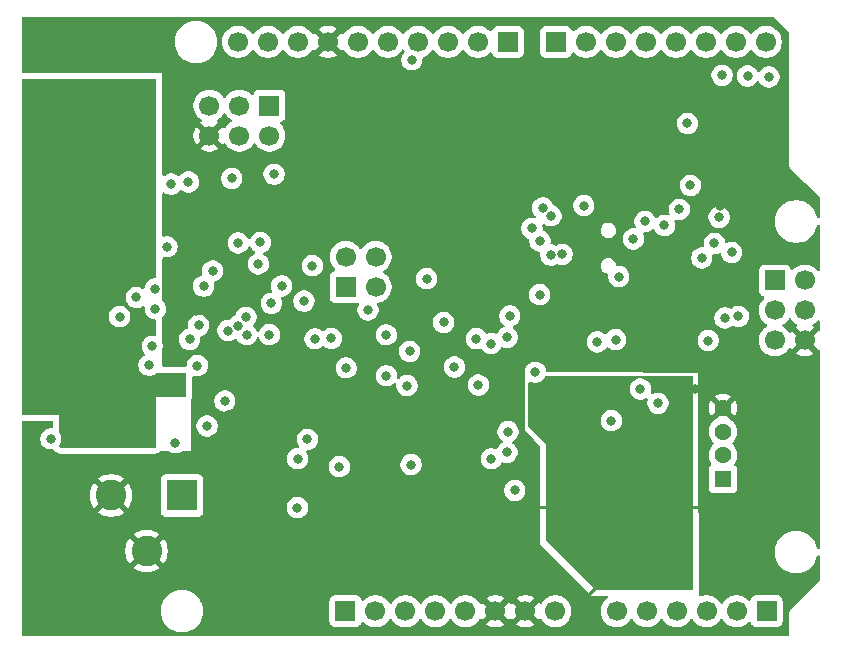
<source format=gbr>
%TF.GenerationSoftware,KiCad,Pcbnew,9.0.6*%
%TF.CreationDate,2026-01-05T12:25:03+01:00*%
%TF.ProjectId,arduino_uno_custom,61726475-696e-46f5-9f75-6e6f5f637573,rev?*%
%TF.SameCoordinates,Original*%
%TF.FileFunction,Copper,L2,Inr*%
%TF.FilePolarity,Positive*%
%FSLAX46Y46*%
G04 Gerber Fmt 4.6, Leading zero omitted, Abs format (unit mm)*
G04 Created by KiCad (PCBNEW 9.0.6) date 2026-01-05 12:25:03*
%MOMM*%
%LPD*%
G01*
G04 APERTURE LIST*
%TA.AperFunction,ComponentPad*%
%ADD10R,1.700000X1.700000*%
%TD*%
%TA.AperFunction,ComponentPad*%
%ADD11C,1.700000*%
%TD*%
%TA.AperFunction,ComponentPad*%
%ADD12R,1.438000X1.438000*%
%TD*%
%TA.AperFunction,ComponentPad*%
%ADD13C,1.438000*%
%TD*%
%TA.AperFunction,ComponentPad*%
%ADD14R,2.600000X2.600000*%
%TD*%
%TA.AperFunction,ComponentPad*%
%ADD15C,2.600000*%
%TD*%
%TA.AperFunction,ViaPad*%
%ADD16C,0.800000*%
%TD*%
%TA.AperFunction,Conductor*%
%ADD17C,0.250000*%
%TD*%
G04 APERTURE END LIST*
D10*
%TO.N,MISO2*%
%TO.C,J1*%
X138600000Y-79000000D03*
D11*
%TO.N,+5VD*%
X138600000Y-81540000D03*
%TO.N,SCK2*%
X136060000Y-79000000D03*
%TO.N,MOSI2*%
X136060000Y-81540000D03*
%TO.N,RST*%
X133520000Y-79000000D03*
%TO.N,GNDD*%
X133520000Y-81540000D03*
%TD*%
D12*
%TO.N,Net-(U7-A2)*%
%TO.C,J9*%
X177000000Y-110600000D03*
D13*
%TO.N,Net-(U7-A1)*%
X177000000Y-108600000D03*
%TO.N,Net-(SW2-B)*%
X177000000Y-106600000D03*
%TO.N,GNDD*%
X177000000Y-104600000D03*
%TD*%
D14*
%TO.N,Net-(D4-A)*%
%TO.C,X1*%
X131200000Y-112000000D03*
D15*
%TO.N,GNDD*%
X125200000Y-112000000D03*
X128200000Y-116700000D03*
%TD*%
D10*
%TO.N,/ATmega328p/SCL*%
%TO.C,J5*%
X180700000Y-121800000D03*
D11*
%TO.N,/ATmega328p/SDA*%
X178160000Y-121800000D03*
%TO.N,/ATmega328p/AD3*%
X175620000Y-121800000D03*
%TO.N,/ATmega328p/AD2*%
X173080000Y-121800000D03*
%TO.N,/ATmega328p/AD1*%
X170540000Y-121800000D03*
%TO.N,/ATmega328p/AD0*%
X168000000Y-121800000D03*
%TD*%
D10*
%TO.N,unconnected-(J7-Pin_1-Pad1)*%
%TO.C,J7*%
X145040000Y-121800000D03*
D11*
%TO.N,+5VD*%
X147580000Y-121800000D03*
%TO.N,/ATmega328p/~{RESET}{slash}PC6*%
X150120000Y-121800000D03*
%TO.N,+3V3Dbig*%
X152660000Y-121800000D03*
%TO.N,+5VD*%
X155200000Y-121800000D03*
%TO.N,GNDD*%
X157740000Y-121800000D03*
X160280000Y-121800000D03*
%TO.N,/connector/VIN*%
X162820000Y-121800000D03*
%TD*%
D10*
%TO.N,/ATmega328p/PD7*%
%TO.C,J6*%
X162860000Y-73600000D03*
D11*
%TO.N,/ATmega328p/PD6*%
X165400000Y-73600000D03*
%TO.N,/ATmega328p/PD5*%
X167940000Y-73600000D03*
%TO.N,/ATmega328p/PD4*%
X170480000Y-73600000D03*
%TO.N,/ATmega328p/PD3*%
X173020000Y-73600000D03*
%TO.N,/ATmega328p/PD2*%
X175560000Y-73600000D03*
%TO.N,/ATmega16U2/TXD*%
X178100000Y-73600000D03*
%TO.N,/ATmega16U2/RXD*%
X180640000Y-73600000D03*
%TD*%
D10*
%TO.N,/ATmega328p/PB0{slash}ICP*%
%TO.C,J4*%
X158800000Y-73600000D03*
D11*
%TO.N,/ATmega328p/PB1{slash}OC1*%
X156260000Y-73600000D03*
%TO.N,/ATmega328p/SS*%
X153720000Y-73600000D03*
%TO.N,/ATmega328p/MOSI*%
X151180000Y-73600000D03*
%TO.N,/ATmega328p/MISO*%
X148640000Y-73600000D03*
%TO.N,/ATmega328p/SCK*%
X146100000Y-73600000D03*
%TO.N,GNDD*%
X143560000Y-73600000D03*
%TO.N,/ATmega328p/AREF*%
X141020000Y-73600000D03*
%TO.N,/ATmega328p/SDA*%
X138480000Y-73600000D03*
%TO.N,/ATmega328p/SCL*%
X135940000Y-73600000D03*
%TD*%
D10*
%TO.N,/ATmega16U2/PB4*%
%TO.C,J2*%
X145060000Y-94340000D03*
D11*
%TO.N,/ATmega16U2/PB6*%
X145060000Y-91800000D03*
%TO.N,/ATmega16U2/PB5*%
X147600000Y-94340000D03*
%TO.N,/ATmega16U2/PB7*%
X147600000Y-91800000D03*
%TD*%
D10*
%TO.N,/ATmega328p/MISO*%
%TO.C,ICSP1*%
X181400000Y-93800000D03*
D11*
%TO.N,+5VD*%
X183940000Y-93800000D03*
%TO.N,/ATmega328p/SCK*%
X181400000Y-96340000D03*
%TO.N,/ATmega328p/MOSI*%
X183940000Y-96340000D03*
%TO.N,/ATmega328p/~{RESET}{slash}PC6*%
X181400000Y-98880000D03*
%TO.N,GNDD*%
X183940000Y-98880000D03*
%TD*%
D16*
%TO.N,/ATmega16U2/RXD*%
X178305300Y-96840600D03*
%TO.N,/ATmega16U2/TXD*%
X150473300Y-99798900D03*
X175205900Y-91901800D03*
X150661000Y-75117200D03*
X175751200Y-98883600D03*
%TO.N,Net-(U2-PC0{slash}XTAL2)*%
X136667298Y-98379400D03*
X137664472Y-92404019D03*
%TO.N,Net-(U2-XTAL1)*%
X133800000Y-93000000D03*
X135981955Y-97620416D03*
%TO.N,GNDD*%
X166000000Y-109000000D03*
X170000000Y-116000000D03*
X164000000Y-104394000D03*
X155850000Y-105107600D03*
X166000000Y-111000000D03*
X164000000Y-105410000D03*
X171000000Y-109000000D03*
X171000000Y-115000000D03*
X165000000Y-105410000D03*
X171000000Y-111000000D03*
X172000000Y-113000000D03*
X168000000Y-115000000D03*
X170000000Y-110000000D03*
X153000000Y-102400000D03*
X170000000Y-111000000D03*
X132400000Y-96400000D03*
X172000000Y-112000000D03*
X164000000Y-106426000D03*
X169000000Y-116000000D03*
X169000000Y-109000000D03*
X135133954Y-105203608D03*
X166000000Y-112000000D03*
X166000000Y-115000000D03*
X165000000Y-106426000D03*
X166000000Y-113000000D03*
X172000000Y-111000000D03*
X167000000Y-110000000D03*
X137400000Y-89200000D03*
X143764000Y-117800000D03*
X156696042Y-96287330D03*
X134000000Y-101000000D03*
X170000000Y-109000000D03*
X166000000Y-110000000D03*
X167000000Y-115000000D03*
X166000000Y-116000000D03*
X162941000Y-106426000D03*
X165000000Y-104394000D03*
X168000000Y-111000000D03*
X168000000Y-110000000D03*
X172000000Y-110000000D03*
X172000000Y-116000000D03*
X171000000Y-110000000D03*
X168000000Y-116000000D03*
X139072465Y-109925000D03*
X167000000Y-111000000D03*
X140600000Y-89200000D03*
X171000000Y-116000000D03*
X172000000Y-109000000D03*
X176745752Y-87510047D03*
X131600000Y-77400000D03*
X172000000Y-115000000D03*
X130200000Y-78800000D03*
X163000000Y-105410000D03*
X174600000Y-103000000D03*
X169000000Y-110000000D03*
X167000000Y-116000000D03*
X158833578Y-100066300D03*
X169000000Y-111000000D03*
X156636052Y-90836052D03*
X168000000Y-109000000D03*
X128947900Y-94506994D03*
X169000000Y-115000000D03*
X175675000Y-81500000D03*
X167000000Y-109000000D03*
X139192000Y-113030000D03*
X163000000Y-104394000D03*
X172000000Y-114000000D03*
X177055600Y-85600000D03*
X170000000Y-115000000D03*
X166000000Y-114000000D03*
X141200000Y-117800000D03*
%TO.N,Net-(D3-A)*%
X131839800Y-98785700D03*
X125924700Y-96851800D03*
%TO.N,+5VD*%
X124500000Y-105000000D03*
X120500000Y-102000000D03*
X122500000Y-100000000D03*
X122500000Y-105000000D03*
X126500000Y-105000000D03*
X125500000Y-104000000D03*
X121500000Y-99000000D03*
X125500000Y-101000000D03*
X140977298Y-113022702D03*
X121500000Y-106000000D03*
X121500000Y-102000000D03*
X144526000Y-109553000D03*
X120500000Y-103000000D03*
X150258907Y-102707600D03*
X150600000Y-109400000D03*
X122500000Y-106000000D03*
X148500002Y-98400000D03*
X122500000Y-99000000D03*
X125500000Y-103000000D03*
X120500000Y-101000000D03*
X124500000Y-100000000D03*
X125500000Y-100000000D03*
X124500000Y-99000000D03*
X170400000Y-88800000D03*
X158722702Y-108352298D03*
X123500000Y-100000000D03*
X126500000Y-106000000D03*
X125500000Y-106000000D03*
X162449007Y-88325200D03*
X123500000Y-106000000D03*
X121500000Y-103000000D03*
X148510093Y-101874700D03*
X126500000Y-104000000D03*
X123500000Y-105000000D03*
X160827500Y-89400000D03*
X121500000Y-105000000D03*
X120523000Y-104013000D03*
X139000000Y-84800000D03*
X120500000Y-99000000D03*
X121500000Y-101000000D03*
X125500000Y-102000000D03*
X126500000Y-103000000D03*
X124500000Y-106000000D03*
X121500000Y-104000000D03*
X123500000Y-99000000D03*
X121500000Y-100000000D03*
X133325000Y-106125000D03*
X126500000Y-102000000D03*
X125500000Y-105000000D03*
X141000000Y-108889900D03*
X120500000Y-100000000D03*
X173309035Y-87781000D03*
%TO.N,D-*%
X130287800Y-85641900D03*
X135093985Y-98037934D03*
%TO.N,/ATmega16U2/USBVCC*%
X129923400Y-90950400D03*
X132600000Y-97600000D03*
%TO.N,Net-(Q1-G)*%
X127343000Y-95235100D03*
X130645202Y-107529000D03*
%TO.N,/ATmega328p/SCK*%
X179082300Y-76500000D03*
X145104100Y-101199700D03*
%TO.N,/ATmega328p/PB0{slash}ICP*%
X156118400Y-98732000D03*
%TO.N,/ATmega328p/PD3*%
X163386700Y-91596300D03*
%TO.N,/ATmega328p/PD6*%
X158735300Y-98615000D03*
%TO.N,/ATmega328p/MISO*%
X156291000Y-102658600D03*
X176932400Y-76431000D03*
X177730600Y-91422300D03*
%TO.N,/ATmega328p/AD1*%
X161123000Y-101561794D03*
%TO.N,/ATmega328p/MOSI*%
X154270100Y-101135600D03*
X180891605Y-76566420D03*
%TO.N,/ATmega328p/AREF*%
X157400000Y-108894100D03*
%TO.N,/ATmega328p/AD2*%
X171500000Y-104203000D03*
%TO.N,+5VA*%
X134825000Y-104000000D03*
X132500000Y-101000000D03*
X158800000Y-106600000D03*
X159382702Y-111582702D03*
%TO.N,/ATmega328p/PB1{slash}OC1*%
X157376300Y-99140700D03*
%TO.N,/ATmega328p/PD4*%
X165225200Y-87460500D03*
X161502500Y-90447900D03*
X161729600Y-87650200D03*
%TO.N,/ATmega328p/PD7*%
X153351000Y-97355100D03*
%TO.N,/ATmega328p/SS*%
X151919500Y-93650800D03*
%TO.N,/ATmega328p/SCL*%
X176677600Y-88457600D03*
X177165300Y-96967200D03*
%TO.N,/ATmega328p/PD2*%
X162434900Y-91655000D03*
%TO.N,/ATmega328p/PD5*%
X158959800Y-96799900D03*
%TO.N,/ATmega328p/SDA*%
X172045800Y-89144300D03*
X166377200Y-99000900D03*
%TO.N,/ATmega328p/~{RESET}{slash}PC6*%
X141816900Y-107255300D03*
X161486300Y-94998000D03*
%TO.N,RST*%
X128399800Y-100977200D03*
X133037100Y-94291200D03*
%TO.N,Net-(U2-UCAP)*%
X138600000Y-98379400D03*
X142245800Y-92543000D03*
%TO.N,MISO2*%
X139632800Y-94261800D03*
%TO.N,/ATmega16U2/PB6*%
X137831500Y-90576200D03*
%TO.N,/ATmega16U2/PB7*%
X135413900Y-85162000D03*
X135962500Y-90619393D03*
%TO.N,MOSI2*%
X141521000Y-95548400D03*
%TO.N,SCK2*%
X138759795Y-95732710D03*
%TO.N,D+*%
X131751500Y-85466600D03*
X136611099Y-96908600D03*
%TO.N,Net-(RN2B-R2.2)*%
X128684800Y-99376700D03*
X143847600Y-98700000D03*
%TO.N,Net-(ON1-A)*%
X146953000Y-96295000D03*
X120096301Y-107203705D03*
%TO.N,Net-(RN2C-R3.2)*%
X128947900Y-96200000D03*
X142465400Y-98736600D03*
%TO.N,+3V3Dbig*%
X167917500Y-98806600D03*
X167551877Y-105675000D03*
X170006800Y-102997300D03*
X168187600Y-93479700D03*
X169425400Y-90290700D03*
%TO.N,Net-(U8-A1)*%
X174250500Y-85749500D03*
X174000000Y-80500000D03*
%TO.N,Net-(SW2-B)*%
X176284000Y-90663900D03*
%TD*%
D17*
%TO.N,GNDD*%
X172000000Y-113000000D02*
X176119000Y-113000000D01*
X169000000Y-109000000D02*
X169000000Y-105000000D01*
X167000000Y-119000000D02*
X165227000Y-120773000D01*
X172000000Y-119000000D02*
X173500000Y-119000000D01*
X176119000Y-113000000D02*
X176276000Y-113157000D01*
X165227000Y-120773000D02*
X165227000Y-120777000D01*
X164000000Y-113000000D02*
X160939000Y-113000000D01*
X160939000Y-113000000D02*
X160909000Y-113030000D01*
%TD*%
%TA.AperFunction,Conductor*%
%TO.N,GNDD*%
G36*
X134861444Y-79653999D02*
G01*
X134900486Y-79699056D01*
X134904951Y-79707820D01*
X135029890Y-79879786D01*
X135180213Y-80030109D01*
X135352182Y-80155050D01*
X135360946Y-80159516D01*
X135411742Y-80207491D01*
X135428536Y-80275312D01*
X135405998Y-80341447D01*
X135360946Y-80380484D01*
X135352182Y-80384949D01*
X135180213Y-80509890D01*
X135029890Y-80660213D01*
X134904949Y-80832182D01*
X134900202Y-80841499D01*
X134852227Y-80892293D01*
X134784405Y-80909087D01*
X134718271Y-80886548D01*
X134679234Y-80841495D01*
X134674626Y-80832452D01*
X134635270Y-80778282D01*
X134635269Y-80778282D01*
X134002962Y-81410590D01*
X133985925Y-81347007D01*
X133920099Y-81232993D01*
X133827007Y-81139901D01*
X133712993Y-81074075D01*
X133649409Y-81057037D01*
X134281716Y-80424728D01*
X134227547Y-80385373D01*
X134227547Y-80385372D01*
X134218500Y-80380763D01*
X134167706Y-80332788D01*
X134150912Y-80264966D01*
X134173451Y-80198832D01*
X134218508Y-80159793D01*
X134227816Y-80155051D01*
X134340127Y-80073453D01*
X134399786Y-80030109D01*
X134399788Y-80030106D01*
X134399792Y-80030104D01*
X134550104Y-79879792D01*
X134550106Y-79879788D01*
X134550109Y-79879786D01*
X134675048Y-79707820D01*
X134675047Y-79707820D01*
X134675051Y-79707816D01*
X134679514Y-79699054D01*
X134727488Y-79648259D01*
X134795308Y-79631463D01*
X134861444Y-79653999D01*
G37*
%TD.AperFunction*%
%TA.AperFunction,Conductor*%
G36*
X181322288Y-71520185D02*
G01*
X181342930Y-71536819D01*
X182577106Y-72770995D01*
X182610591Y-72832318D01*
X182613425Y-72858676D01*
X182613425Y-83934108D01*
X182613425Y-84065892D01*
X182622708Y-84100536D01*
X182647533Y-84193187D01*
X182666458Y-84225965D01*
X182713425Y-84307314D01*
X183961406Y-85555295D01*
X185177106Y-86770994D01*
X185210591Y-86832317D01*
X185213425Y-86858675D01*
X185213425Y-88415733D01*
X185193740Y-88482772D01*
X185140936Y-88528527D01*
X185071778Y-88538471D01*
X185008222Y-88509446D01*
X184970448Y-88450668D01*
X184969650Y-88447827D01*
X184969173Y-88446046D01*
X184908606Y-88220007D01*
X184818284Y-88001951D01*
X184818282Y-88001948D01*
X184818280Y-88001943D01*
X184758641Y-87898646D01*
X184700273Y-87797550D01*
X184594413Y-87659590D01*
X184556593Y-87610302D01*
X184556587Y-87610295D01*
X184389704Y-87443412D01*
X184389697Y-87443406D01*
X184202454Y-87299730D01*
X184202453Y-87299729D01*
X184202450Y-87299727D01*
X184120957Y-87252677D01*
X183998056Y-87181719D01*
X183998045Y-87181714D01*
X183779993Y-87091394D01*
X183552010Y-87030306D01*
X183318020Y-86999501D01*
X183318017Y-86999500D01*
X183318011Y-86999500D01*
X183081989Y-86999500D01*
X183081983Y-86999500D01*
X183081979Y-86999501D01*
X182847989Y-87030306D01*
X182620006Y-87091394D01*
X182401954Y-87181714D01*
X182401943Y-87181719D01*
X182197545Y-87299730D01*
X182010302Y-87443406D01*
X182010295Y-87443412D01*
X181843412Y-87610295D01*
X181843406Y-87610302D01*
X181699730Y-87797545D01*
X181581719Y-88001943D01*
X181581714Y-88001954D01*
X181491394Y-88220006D01*
X181430306Y-88447989D01*
X181399501Y-88681979D01*
X181399500Y-88681995D01*
X181399500Y-88918004D01*
X181399501Y-88918020D01*
X181428110Y-89135331D01*
X181430307Y-89152014D01*
X181440779Y-89191096D01*
X181491394Y-89379993D01*
X181581714Y-89598045D01*
X181581719Y-89598056D01*
X181640866Y-89700500D01*
X181699727Y-89802450D01*
X181699729Y-89802453D01*
X181699730Y-89802454D01*
X181843406Y-89989697D01*
X181843412Y-89989704D01*
X182010295Y-90156587D01*
X182010302Y-90156593D01*
X182034945Y-90175502D01*
X182197550Y-90300273D01*
X182328918Y-90376118D01*
X182401943Y-90418280D01*
X182401948Y-90418282D01*
X182401951Y-90418284D01*
X182620007Y-90508606D01*
X182847986Y-90569693D01*
X183081989Y-90600500D01*
X183081996Y-90600500D01*
X183318004Y-90600500D01*
X183318011Y-90600500D01*
X183552014Y-90569693D01*
X183779993Y-90508606D01*
X183998049Y-90418284D01*
X184202450Y-90300273D01*
X184389699Y-90156592D01*
X184556592Y-89989699D01*
X184700273Y-89802450D01*
X184818284Y-89598049D01*
X184908606Y-89379993D01*
X184969651Y-89152170D01*
X185006015Y-89092512D01*
X185068862Y-89061983D01*
X185138238Y-89070278D01*
X185192115Y-89114763D01*
X185213390Y-89181315D01*
X185213425Y-89184266D01*
X185213425Y-92873477D01*
X185193740Y-92940516D01*
X185140936Y-92986271D01*
X185071778Y-92996215D01*
X185008222Y-92967190D01*
X184989107Y-92946362D01*
X184970109Y-92920214D01*
X184970105Y-92920209D01*
X184819786Y-92769890D01*
X184647820Y-92644951D01*
X184458414Y-92548444D01*
X184458413Y-92548443D01*
X184458412Y-92548443D01*
X184256243Y-92482754D01*
X184256241Y-92482753D01*
X184256240Y-92482753D01*
X184094957Y-92457208D01*
X184046287Y-92449500D01*
X183833713Y-92449500D01*
X183785042Y-92457208D01*
X183623760Y-92482753D01*
X183421585Y-92548444D01*
X183232179Y-92644951D01*
X183060215Y-92769889D01*
X182946673Y-92883431D01*
X182885350Y-92916915D01*
X182815658Y-92911931D01*
X182759725Y-92870059D01*
X182742810Y-92839082D01*
X182693797Y-92707671D01*
X182693793Y-92707664D01*
X182607547Y-92592455D01*
X182607544Y-92592452D01*
X182492335Y-92506206D01*
X182492328Y-92506202D01*
X182357482Y-92455908D01*
X182357483Y-92455908D01*
X182297883Y-92449501D01*
X182297881Y-92449500D01*
X182297873Y-92449500D01*
X182297864Y-92449500D01*
X180502129Y-92449500D01*
X180502123Y-92449501D01*
X180442516Y-92455908D01*
X180307671Y-92506202D01*
X180307664Y-92506206D01*
X180192455Y-92592452D01*
X180192452Y-92592455D01*
X180106206Y-92707664D01*
X180106202Y-92707671D01*
X180055908Y-92842517D01*
X180049501Y-92902116D01*
X180049500Y-92902135D01*
X180049500Y-94697870D01*
X180049501Y-94697876D01*
X180055908Y-94757483D01*
X180106202Y-94892328D01*
X180106206Y-94892335D01*
X180192452Y-95007544D01*
X180192455Y-95007547D01*
X180307664Y-95093793D01*
X180307671Y-95093797D01*
X180439082Y-95142810D01*
X180495016Y-95184681D01*
X180519433Y-95250145D01*
X180504582Y-95318418D01*
X180483431Y-95346673D01*
X180369889Y-95460215D01*
X180244951Y-95632179D01*
X180148444Y-95821585D01*
X180082753Y-96023760D01*
X180049500Y-96233713D01*
X180049500Y-96446286D01*
X180082657Y-96655636D01*
X180082754Y-96656243D01*
X180130110Y-96801990D01*
X180148444Y-96858414D01*
X180244951Y-97047820D01*
X180369890Y-97219786D01*
X180520213Y-97370109D01*
X180692182Y-97495050D01*
X180700946Y-97499516D01*
X180751742Y-97547491D01*
X180768536Y-97615312D01*
X180745998Y-97681447D01*
X180700946Y-97720484D01*
X180692182Y-97724949D01*
X180520213Y-97849890D01*
X180369890Y-98000213D01*
X180244951Y-98172179D01*
X180148444Y-98361585D01*
X180082753Y-98563760D01*
X180057681Y-98722062D01*
X180049500Y-98773713D01*
X180049500Y-98986287D01*
X180051813Y-99000890D01*
X180081612Y-99189038D01*
X180082754Y-99196243D01*
X180145183Y-99388380D01*
X180148444Y-99398414D01*
X180244951Y-99587820D01*
X180369890Y-99759786D01*
X180520213Y-99910109D01*
X180692179Y-100035048D01*
X180692181Y-100035049D01*
X180692184Y-100035051D01*
X180881588Y-100131557D01*
X181083757Y-100197246D01*
X181293713Y-100230500D01*
X181293714Y-100230500D01*
X181506286Y-100230500D01*
X181506287Y-100230500D01*
X181716243Y-100197246D01*
X181918412Y-100131557D01*
X182107816Y-100035051D01*
X182240415Y-99938713D01*
X182279786Y-99910109D01*
X182279788Y-99910106D01*
X182279792Y-99910104D01*
X182430104Y-99759792D01*
X182430106Y-99759788D01*
X182430109Y-99759786D01*
X182515398Y-99642394D01*
X182555051Y-99587816D01*
X182559793Y-99578508D01*
X182607763Y-99527711D01*
X182675583Y-99510911D01*
X182741719Y-99533445D01*
X182780763Y-99578500D01*
X182785373Y-99587547D01*
X182824728Y-99641716D01*
X183457037Y-99009408D01*
X183474075Y-99072993D01*
X183539901Y-99187007D01*
X183632993Y-99280099D01*
X183747007Y-99345925D01*
X183810590Y-99362962D01*
X183178282Y-99995269D01*
X183178282Y-99995270D01*
X183232449Y-100034624D01*
X183421782Y-100131095D01*
X183623870Y-100196757D01*
X183833754Y-100230000D01*
X184046246Y-100230000D01*
X184256127Y-100196757D01*
X184256130Y-100196757D01*
X184458217Y-100131095D01*
X184647554Y-100034622D01*
X184701716Y-99995270D01*
X184701717Y-99995270D01*
X184069408Y-99362962D01*
X184132993Y-99345925D01*
X184247007Y-99280099D01*
X184340099Y-99187007D01*
X184405925Y-99072993D01*
X184422962Y-99009408D01*
X185055269Y-99641716D01*
X185079695Y-99639794D01*
X185148073Y-99654158D01*
X185197830Y-99703209D01*
X185213425Y-99763412D01*
X185213425Y-116415733D01*
X185193740Y-116482772D01*
X185140936Y-116528527D01*
X185071778Y-116538471D01*
X185008222Y-116509446D01*
X184970448Y-116450668D01*
X184969650Y-116447827D01*
X184908606Y-116220007D01*
X184818284Y-116001951D01*
X184818282Y-116001948D01*
X184818280Y-116001943D01*
X184760676Y-115902171D01*
X184700273Y-115797550D01*
X184556592Y-115610301D01*
X184556587Y-115610295D01*
X184389704Y-115443412D01*
X184389697Y-115443406D01*
X184202454Y-115299730D01*
X184202453Y-115299729D01*
X184202450Y-115299727D01*
X184120957Y-115252677D01*
X183998056Y-115181719D01*
X183998045Y-115181714D01*
X183779993Y-115091394D01*
X183552010Y-115030306D01*
X183318020Y-114999501D01*
X183318017Y-114999500D01*
X183318011Y-114999500D01*
X183081989Y-114999500D01*
X183081983Y-114999500D01*
X183081979Y-114999501D01*
X182847989Y-115030306D01*
X182620006Y-115091394D01*
X182401954Y-115181714D01*
X182401943Y-115181719D01*
X182197545Y-115299730D01*
X182010302Y-115443406D01*
X182010295Y-115443412D01*
X181843412Y-115610295D01*
X181843406Y-115610302D01*
X181699730Y-115797545D01*
X181581719Y-116001943D01*
X181581714Y-116001954D01*
X181491394Y-116220006D01*
X181430306Y-116447989D01*
X181399501Y-116681979D01*
X181399500Y-116681995D01*
X181399500Y-116918004D01*
X181399501Y-116918020D01*
X181430306Y-117152010D01*
X181491394Y-117379993D01*
X181581714Y-117598045D01*
X181581719Y-117598056D01*
X181652677Y-117720957D01*
X181699727Y-117802450D01*
X181699729Y-117802453D01*
X181699730Y-117802454D01*
X181843406Y-117989697D01*
X181843412Y-117989704D01*
X182010295Y-118156587D01*
X182010302Y-118156593D01*
X182120306Y-118241001D01*
X182197550Y-118300273D01*
X182328918Y-118376118D01*
X182401943Y-118418280D01*
X182401948Y-118418282D01*
X182401951Y-118418284D01*
X182620007Y-118508606D01*
X182847986Y-118569693D01*
X183081989Y-118600500D01*
X183081996Y-118600500D01*
X183318004Y-118600500D01*
X183318011Y-118600500D01*
X183552014Y-118569693D01*
X183779993Y-118508606D01*
X183998049Y-118418284D01*
X184202450Y-118300273D01*
X184389699Y-118156592D01*
X184556592Y-117989699D01*
X184700273Y-117802450D01*
X184818284Y-117598049D01*
X184908606Y-117379993D01*
X184969651Y-117152170D01*
X185006015Y-117092512D01*
X185068862Y-117061983D01*
X185138238Y-117070278D01*
X185192115Y-117114763D01*
X185213390Y-117181315D01*
X185213425Y-117184266D01*
X185213425Y-119141323D01*
X185193740Y-119208362D01*
X185177106Y-119229004D01*
X182789169Y-121616940D01*
X182789170Y-121616941D01*
X182713425Y-121692686D01*
X182647533Y-121806812D01*
X182613425Y-121934108D01*
X182613425Y-123775500D01*
X182593740Y-123842539D01*
X182540936Y-123888294D01*
X182489425Y-123899500D01*
X117738425Y-123899500D01*
X117671386Y-123879815D01*
X117625631Y-123827011D01*
X117614425Y-123775500D01*
X117614425Y-121681995D01*
X129399500Y-121681995D01*
X129399500Y-121918004D01*
X129399501Y-121918020D01*
X129425597Y-122116243D01*
X129430307Y-122152014D01*
X129469960Y-122300000D01*
X129491394Y-122379993D01*
X129581714Y-122598045D01*
X129581719Y-122598056D01*
X129639349Y-122697872D01*
X129699727Y-122802450D01*
X129699729Y-122802453D01*
X129699730Y-122802454D01*
X129843406Y-122989697D01*
X129843412Y-122989704D01*
X130010295Y-123156587D01*
X130010301Y-123156592D01*
X130197550Y-123300273D01*
X130328918Y-123376118D01*
X130401943Y-123418280D01*
X130401948Y-123418282D01*
X130401951Y-123418284D01*
X130620007Y-123508606D01*
X130847986Y-123569693D01*
X131081989Y-123600500D01*
X131081996Y-123600500D01*
X131318004Y-123600500D01*
X131318011Y-123600500D01*
X131552014Y-123569693D01*
X131779993Y-123508606D01*
X131998049Y-123418284D01*
X132202450Y-123300273D01*
X132389699Y-123156592D01*
X132556592Y-122989699D01*
X132700273Y-122802450D01*
X132818284Y-122598049D01*
X132908606Y-122379993D01*
X132969693Y-122152014D01*
X133000500Y-121918011D01*
X133000500Y-121681989D01*
X132969693Y-121447986D01*
X132908606Y-121220007D01*
X132818284Y-121001951D01*
X132760655Y-120902135D01*
X143689500Y-120902135D01*
X143689500Y-122697870D01*
X143689501Y-122697876D01*
X143695908Y-122757483D01*
X143746202Y-122892328D01*
X143746206Y-122892335D01*
X143832452Y-123007544D01*
X143832455Y-123007547D01*
X143947664Y-123093793D01*
X143947671Y-123093797D01*
X144082517Y-123144091D01*
X144082516Y-123144091D01*
X144089444Y-123144835D01*
X144142127Y-123150500D01*
X145937872Y-123150499D01*
X145997483Y-123144091D01*
X146132331Y-123093796D01*
X146247546Y-123007546D01*
X146333796Y-122892331D01*
X146382810Y-122760916D01*
X146424681Y-122704984D01*
X146490145Y-122680566D01*
X146558418Y-122695417D01*
X146586673Y-122716569D01*
X146700213Y-122830109D01*
X146872179Y-122955048D01*
X146872181Y-122955049D01*
X146872184Y-122955051D01*
X147061588Y-123051557D01*
X147263757Y-123117246D01*
X147473713Y-123150500D01*
X147473714Y-123150500D01*
X147686286Y-123150500D01*
X147686287Y-123150500D01*
X147896243Y-123117246D01*
X148098412Y-123051557D01*
X148287816Y-122955051D01*
X148374138Y-122892335D01*
X148459786Y-122830109D01*
X148459788Y-122830106D01*
X148459792Y-122830104D01*
X148610104Y-122679792D01*
X148610106Y-122679788D01*
X148610109Y-122679786D01*
X148735048Y-122507820D01*
X148735047Y-122507820D01*
X148735051Y-122507816D01*
X148739514Y-122499054D01*
X148787488Y-122448259D01*
X148855308Y-122431463D01*
X148921444Y-122453999D01*
X148960486Y-122499056D01*
X148964951Y-122507820D01*
X149089890Y-122679786D01*
X149240213Y-122830109D01*
X149412179Y-122955048D01*
X149412181Y-122955049D01*
X149412184Y-122955051D01*
X149601588Y-123051557D01*
X149803757Y-123117246D01*
X150013713Y-123150500D01*
X150013714Y-123150500D01*
X150226286Y-123150500D01*
X150226287Y-123150500D01*
X150436243Y-123117246D01*
X150638412Y-123051557D01*
X150827816Y-122955051D01*
X150914138Y-122892335D01*
X150999786Y-122830109D01*
X150999788Y-122830106D01*
X150999792Y-122830104D01*
X151150104Y-122679792D01*
X151150106Y-122679788D01*
X151150109Y-122679786D01*
X151275048Y-122507820D01*
X151275047Y-122507820D01*
X151275051Y-122507816D01*
X151279514Y-122499054D01*
X151327488Y-122448259D01*
X151395308Y-122431463D01*
X151461444Y-122453999D01*
X151500486Y-122499056D01*
X151504951Y-122507820D01*
X151629890Y-122679786D01*
X151780213Y-122830109D01*
X151952179Y-122955048D01*
X151952181Y-122955049D01*
X151952184Y-122955051D01*
X152141588Y-123051557D01*
X152343757Y-123117246D01*
X152553713Y-123150500D01*
X152553714Y-123150500D01*
X152766286Y-123150500D01*
X152766287Y-123150500D01*
X152976243Y-123117246D01*
X153178412Y-123051557D01*
X153367816Y-122955051D01*
X153454138Y-122892335D01*
X153539786Y-122830109D01*
X153539788Y-122830106D01*
X153539792Y-122830104D01*
X153690104Y-122679792D01*
X153690106Y-122679788D01*
X153690109Y-122679786D01*
X153815048Y-122507820D01*
X153815047Y-122507820D01*
X153815051Y-122507816D01*
X153819514Y-122499054D01*
X153867488Y-122448259D01*
X153935308Y-122431463D01*
X154001444Y-122453999D01*
X154040486Y-122499056D01*
X154044951Y-122507820D01*
X154169890Y-122679786D01*
X154320213Y-122830109D01*
X154492179Y-122955048D01*
X154492181Y-122955049D01*
X154492184Y-122955051D01*
X154681588Y-123051557D01*
X154883757Y-123117246D01*
X155093713Y-123150500D01*
X155093714Y-123150500D01*
X155306286Y-123150500D01*
X155306287Y-123150500D01*
X155516243Y-123117246D01*
X155718412Y-123051557D01*
X155907816Y-122955051D01*
X155994138Y-122892335D01*
X156079786Y-122830109D01*
X156079788Y-122830106D01*
X156079792Y-122830104D01*
X156230104Y-122679792D01*
X156230106Y-122679788D01*
X156230109Y-122679786D01*
X156315890Y-122561717D01*
X156355051Y-122507816D01*
X156359793Y-122498508D01*
X156407763Y-122447711D01*
X156475583Y-122430911D01*
X156541719Y-122453445D01*
X156580763Y-122498500D01*
X156585373Y-122507547D01*
X156624728Y-122561716D01*
X157257037Y-121929408D01*
X157274075Y-121992993D01*
X157339901Y-122107007D01*
X157432993Y-122200099D01*
X157547007Y-122265925D01*
X157610590Y-122282962D01*
X156978282Y-122915269D01*
X156978282Y-122915270D01*
X157032449Y-122954624D01*
X157221782Y-123051095D01*
X157423870Y-123116757D01*
X157633754Y-123150000D01*
X157846246Y-123150000D01*
X158056127Y-123116757D01*
X158056130Y-123116757D01*
X158258217Y-123051095D01*
X158447554Y-122954622D01*
X158501716Y-122915270D01*
X158501717Y-122915270D01*
X157869408Y-122282962D01*
X157932993Y-122265925D01*
X158047007Y-122200099D01*
X158140099Y-122107007D01*
X158205925Y-121992993D01*
X158222962Y-121929409D01*
X158855270Y-122561717D01*
X158855270Y-122561716D01*
X158894622Y-122507554D01*
X158899514Y-122497954D01*
X158947488Y-122447157D01*
X159015308Y-122430361D01*
X159081444Y-122452897D01*
X159120486Y-122497954D01*
X159125375Y-122507550D01*
X159164728Y-122561716D01*
X159797037Y-121929408D01*
X159814075Y-121992993D01*
X159879901Y-122107007D01*
X159972993Y-122200099D01*
X160087007Y-122265925D01*
X160150590Y-122282962D01*
X159518282Y-122915269D01*
X159518282Y-122915270D01*
X159572449Y-122954624D01*
X159761782Y-123051095D01*
X159963870Y-123116757D01*
X160173754Y-123150000D01*
X160386246Y-123150000D01*
X160596127Y-123116757D01*
X160596130Y-123116757D01*
X160798217Y-123051095D01*
X160987554Y-122954622D01*
X161041716Y-122915270D01*
X161041717Y-122915270D01*
X160409408Y-122282962D01*
X160472993Y-122265925D01*
X160587007Y-122200099D01*
X160680099Y-122107007D01*
X160745925Y-121992993D01*
X160762962Y-121929408D01*
X161395270Y-122561717D01*
X161395270Y-122561716D01*
X161434622Y-122507555D01*
X161439232Y-122498507D01*
X161487205Y-122447709D01*
X161555025Y-122430912D01*
X161621161Y-122453447D01*
X161660204Y-122498504D01*
X161664949Y-122507817D01*
X161789890Y-122679786D01*
X161940213Y-122830109D01*
X162112179Y-122955048D01*
X162112181Y-122955049D01*
X162112184Y-122955051D01*
X162301588Y-123051557D01*
X162503757Y-123117246D01*
X162713713Y-123150500D01*
X162713714Y-123150500D01*
X162926286Y-123150500D01*
X162926287Y-123150500D01*
X163136243Y-123117246D01*
X163338412Y-123051557D01*
X163527816Y-122955051D01*
X163614138Y-122892335D01*
X163699786Y-122830109D01*
X163699788Y-122830106D01*
X163699792Y-122830104D01*
X163850104Y-122679792D01*
X163850106Y-122679788D01*
X163850109Y-122679786D01*
X163975048Y-122507820D01*
X163975047Y-122507820D01*
X163975051Y-122507816D01*
X164071557Y-122318412D01*
X164137246Y-122116243D01*
X164170500Y-121906287D01*
X164170500Y-121693713D01*
X164137246Y-121483757D01*
X164071557Y-121281588D01*
X163975051Y-121092184D01*
X163975049Y-121092181D01*
X163975048Y-121092179D01*
X163850109Y-120920213D01*
X163699786Y-120769890D01*
X163527820Y-120644951D01*
X163338414Y-120548444D01*
X163338413Y-120548443D01*
X163338412Y-120548443D01*
X163136243Y-120482754D01*
X163136241Y-120482753D01*
X163136240Y-120482753D01*
X162974957Y-120457208D01*
X162926287Y-120449500D01*
X162713713Y-120449500D01*
X162665042Y-120457208D01*
X162503760Y-120482753D01*
X162301585Y-120548444D01*
X162112179Y-120644951D01*
X161940213Y-120769890D01*
X161789890Y-120920213D01*
X161664949Y-121092182D01*
X161660202Y-121101499D01*
X161612227Y-121152293D01*
X161544405Y-121169087D01*
X161478271Y-121146548D01*
X161439234Y-121101495D01*
X161434626Y-121092452D01*
X161395270Y-121038282D01*
X161395269Y-121038282D01*
X160762962Y-121670590D01*
X160745925Y-121607007D01*
X160680099Y-121492993D01*
X160587007Y-121399901D01*
X160472993Y-121334075D01*
X160409409Y-121317037D01*
X161041716Y-120684728D01*
X160987550Y-120645375D01*
X160798217Y-120548904D01*
X160596129Y-120483242D01*
X160386246Y-120450000D01*
X160173754Y-120450000D01*
X159963872Y-120483242D01*
X159963869Y-120483242D01*
X159761782Y-120548904D01*
X159572439Y-120645380D01*
X159518282Y-120684727D01*
X159518282Y-120684728D01*
X160150591Y-121317037D01*
X160087007Y-121334075D01*
X159972993Y-121399901D01*
X159879901Y-121492993D01*
X159814075Y-121607007D01*
X159797037Y-121670590D01*
X159164728Y-121038282D01*
X159164727Y-121038282D01*
X159125380Y-121092440D01*
X159120483Y-121102051D01*
X159072506Y-121152845D01*
X159004684Y-121169638D01*
X158938550Y-121147098D01*
X158899516Y-121102048D01*
X158894626Y-121092452D01*
X158855270Y-121038282D01*
X158855269Y-121038282D01*
X158222962Y-121670590D01*
X158205925Y-121607007D01*
X158140099Y-121492993D01*
X158047007Y-121399901D01*
X157932993Y-121334075D01*
X157869409Y-121317037D01*
X158501716Y-120684728D01*
X158447550Y-120645375D01*
X158258217Y-120548904D01*
X158056129Y-120483242D01*
X157846246Y-120450000D01*
X157633754Y-120450000D01*
X157423872Y-120483242D01*
X157423869Y-120483242D01*
X157221782Y-120548904D01*
X157032439Y-120645380D01*
X156978282Y-120684727D01*
X156978282Y-120684728D01*
X157610591Y-121317037D01*
X157547007Y-121334075D01*
X157432993Y-121399901D01*
X157339901Y-121492993D01*
X157274075Y-121607007D01*
X157257037Y-121670591D01*
X156624728Y-121038282D01*
X156624727Y-121038282D01*
X156585380Y-121092440D01*
X156585376Y-121092446D01*
X156580760Y-121101505D01*
X156532781Y-121152297D01*
X156464959Y-121169087D01*
X156398826Y-121146543D01*
X156359794Y-121101493D01*
X156355051Y-121092184D01*
X156355049Y-121092181D01*
X156355048Y-121092179D01*
X156230109Y-120920213D01*
X156079786Y-120769890D01*
X155907820Y-120644951D01*
X155718414Y-120548444D01*
X155718413Y-120548443D01*
X155718412Y-120548443D01*
X155516243Y-120482754D01*
X155516241Y-120482753D01*
X155516240Y-120482753D01*
X155354957Y-120457208D01*
X155306287Y-120449500D01*
X155093713Y-120449500D01*
X155045042Y-120457208D01*
X154883760Y-120482753D01*
X154681585Y-120548444D01*
X154492179Y-120644951D01*
X154320213Y-120769890D01*
X154169890Y-120920213D01*
X154044949Y-121092182D01*
X154040484Y-121100946D01*
X153992509Y-121151742D01*
X153924688Y-121168536D01*
X153858553Y-121145998D01*
X153819516Y-121100946D01*
X153815050Y-121092182D01*
X153690109Y-120920213D01*
X153539786Y-120769890D01*
X153367820Y-120644951D01*
X153178414Y-120548444D01*
X153178413Y-120548443D01*
X153178412Y-120548443D01*
X152976243Y-120482754D01*
X152976241Y-120482753D01*
X152976240Y-120482753D01*
X152814957Y-120457208D01*
X152766287Y-120449500D01*
X152553713Y-120449500D01*
X152505042Y-120457208D01*
X152343760Y-120482753D01*
X152141585Y-120548444D01*
X151952179Y-120644951D01*
X151780213Y-120769890D01*
X151629890Y-120920213D01*
X151504949Y-121092182D01*
X151500484Y-121100946D01*
X151452509Y-121151742D01*
X151384688Y-121168536D01*
X151318553Y-121145998D01*
X151279516Y-121100946D01*
X151275050Y-121092182D01*
X151150109Y-120920213D01*
X150999786Y-120769890D01*
X150827820Y-120644951D01*
X150638414Y-120548444D01*
X150638413Y-120548443D01*
X150638412Y-120548443D01*
X150436243Y-120482754D01*
X150436241Y-120482753D01*
X150436240Y-120482753D01*
X150274957Y-120457208D01*
X150226287Y-120449500D01*
X150013713Y-120449500D01*
X149965042Y-120457208D01*
X149803760Y-120482753D01*
X149601585Y-120548444D01*
X149412179Y-120644951D01*
X149240213Y-120769890D01*
X149089890Y-120920213D01*
X148964949Y-121092182D01*
X148960484Y-121100946D01*
X148912509Y-121151742D01*
X148844688Y-121168536D01*
X148778553Y-121145998D01*
X148739516Y-121100946D01*
X148735050Y-121092182D01*
X148610109Y-120920213D01*
X148459786Y-120769890D01*
X148287820Y-120644951D01*
X148098414Y-120548444D01*
X148098413Y-120548443D01*
X148098412Y-120548443D01*
X147896243Y-120482754D01*
X147896241Y-120482753D01*
X147896240Y-120482753D01*
X147734957Y-120457208D01*
X147686287Y-120449500D01*
X147473713Y-120449500D01*
X147425042Y-120457208D01*
X147263760Y-120482753D01*
X147061585Y-120548444D01*
X146872179Y-120644951D01*
X146700215Y-120769889D01*
X146586673Y-120883431D01*
X146525350Y-120916915D01*
X146455658Y-120911931D01*
X146399725Y-120870059D01*
X146382810Y-120839082D01*
X146333797Y-120707671D01*
X146333793Y-120707664D01*
X146247547Y-120592455D01*
X146247544Y-120592452D01*
X146132335Y-120506206D01*
X146132328Y-120506202D01*
X145997482Y-120455908D01*
X145997483Y-120455908D01*
X145937883Y-120449501D01*
X145937881Y-120449500D01*
X145937873Y-120449500D01*
X145937864Y-120449500D01*
X144142129Y-120449500D01*
X144142123Y-120449501D01*
X144082516Y-120455908D01*
X143947671Y-120506202D01*
X143947664Y-120506206D01*
X143832455Y-120592452D01*
X143832452Y-120592455D01*
X143746206Y-120707664D01*
X143746202Y-120707671D01*
X143695908Y-120842517D01*
X143689501Y-120902116D01*
X143689501Y-120902123D01*
X143689500Y-120902135D01*
X132760655Y-120902135D01*
X132700273Y-120797550D01*
X132618069Y-120690419D01*
X132556593Y-120610302D01*
X132556587Y-120610295D01*
X132389704Y-120443412D01*
X132389697Y-120443406D01*
X132202454Y-120299730D01*
X132202453Y-120299729D01*
X132202450Y-120299727D01*
X132120957Y-120252677D01*
X131998056Y-120181719D01*
X131998045Y-120181714D01*
X131779993Y-120091394D01*
X131552010Y-120030306D01*
X131318020Y-119999501D01*
X131318017Y-119999500D01*
X131318011Y-119999500D01*
X131081989Y-119999500D01*
X131081983Y-119999500D01*
X131081979Y-119999501D01*
X130847989Y-120030306D01*
X130620006Y-120091394D01*
X130401954Y-120181714D01*
X130401943Y-120181719D01*
X130197545Y-120299730D01*
X130010302Y-120443406D01*
X130010295Y-120443412D01*
X129843412Y-120610295D01*
X129843406Y-120610302D01*
X129699730Y-120797545D01*
X129581719Y-121001943D01*
X129581714Y-121001954D01*
X129491394Y-121220006D01*
X129430306Y-121447989D01*
X129399501Y-121681979D01*
X129399500Y-121681995D01*
X117614425Y-121681995D01*
X117614425Y-116582014D01*
X126400000Y-116582014D01*
X126400000Y-116817985D01*
X126430799Y-117051914D01*
X126491870Y-117279837D01*
X126582160Y-117497819D01*
X126582165Y-117497828D01*
X126700144Y-117702171D01*
X126700145Y-117702172D01*
X126762721Y-117783723D01*
X127484152Y-117062292D01*
X127491049Y-117078942D01*
X127578599Y-117209970D01*
X127690030Y-117321401D01*
X127821058Y-117408951D01*
X127837706Y-117415846D01*
X127116275Y-118137277D01*
X127197827Y-118199854D01*
X127197828Y-118199855D01*
X127402171Y-118317834D01*
X127402180Y-118317839D01*
X127620163Y-118408129D01*
X127620161Y-118408129D01*
X127848085Y-118469200D01*
X128082014Y-118499999D01*
X128082029Y-118500000D01*
X128317971Y-118500000D01*
X128317985Y-118499999D01*
X128551914Y-118469200D01*
X128779837Y-118408129D01*
X128997819Y-118317839D01*
X128997828Y-118317834D01*
X129202181Y-118199850D01*
X129283723Y-118137279D01*
X129283723Y-118137276D01*
X128562293Y-117415847D01*
X128578942Y-117408951D01*
X128709970Y-117321401D01*
X128821401Y-117209970D01*
X128908951Y-117078942D01*
X128915846Y-117062293D01*
X129637276Y-117783723D01*
X129637279Y-117783723D01*
X129699850Y-117702181D01*
X129817834Y-117497828D01*
X129817839Y-117497819D01*
X129908129Y-117279837D01*
X129969200Y-117051914D01*
X129999999Y-116817985D01*
X130000000Y-116817971D01*
X130000000Y-116582028D01*
X129999999Y-116582014D01*
X129969200Y-116348085D01*
X129908129Y-116120162D01*
X129817839Y-115902180D01*
X129817834Y-115902171D01*
X129699855Y-115697828D01*
X129699854Y-115697827D01*
X129637277Y-115616275D01*
X128915846Y-116337705D01*
X128908951Y-116321058D01*
X128821401Y-116190030D01*
X128709970Y-116078599D01*
X128578942Y-115991049D01*
X128562293Y-115984152D01*
X129283723Y-115262721D01*
X129202172Y-115200145D01*
X129202171Y-115200144D01*
X128997828Y-115082165D01*
X128997819Y-115082160D01*
X128779836Y-114991870D01*
X128779838Y-114991870D01*
X128551914Y-114930799D01*
X128317985Y-114900000D01*
X128082014Y-114900000D01*
X127848085Y-114930799D01*
X127620162Y-114991870D01*
X127402180Y-115082160D01*
X127402171Y-115082165D01*
X127197828Y-115200144D01*
X127197818Y-115200150D01*
X127116275Y-115262720D01*
X127116275Y-115262721D01*
X127837706Y-115984152D01*
X127821058Y-115991049D01*
X127690030Y-116078599D01*
X127578599Y-116190030D01*
X127491049Y-116321058D01*
X127484153Y-116337706D01*
X126762721Y-115616275D01*
X126762720Y-115616275D01*
X126700150Y-115697818D01*
X126700144Y-115697828D01*
X126582165Y-115902171D01*
X126582160Y-115902180D01*
X126491870Y-116120162D01*
X126430799Y-116348085D01*
X126400000Y-116582014D01*
X117614425Y-116582014D01*
X117614425Y-111882014D01*
X123400000Y-111882014D01*
X123400000Y-112117985D01*
X123430799Y-112351914D01*
X123491870Y-112579837D01*
X123582160Y-112797819D01*
X123582165Y-112797828D01*
X123700144Y-113002171D01*
X123700145Y-113002172D01*
X123762721Y-113083723D01*
X124484152Y-112362292D01*
X124491049Y-112378942D01*
X124578599Y-112509970D01*
X124690030Y-112621401D01*
X124821058Y-112708951D01*
X124837706Y-112715846D01*
X124116275Y-113437277D01*
X124197827Y-113499854D01*
X124197828Y-113499855D01*
X124402171Y-113617834D01*
X124402180Y-113617839D01*
X124620163Y-113708129D01*
X124620161Y-113708129D01*
X124848085Y-113769200D01*
X125082014Y-113799999D01*
X125082029Y-113800000D01*
X125317971Y-113800000D01*
X125317985Y-113799999D01*
X125551914Y-113769200D01*
X125779837Y-113708129D01*
X125997819Y-113617839D01*
X125997828Y-113617834D01*
X126202181Y-113499850D01*
X126283723Y-113437279D01*
X126283723Y-113437276D01*
X125562293Y-112715847D01*
X125578942Y-112708951D01*
X125709970Y-112621401D01*
X125821401Y-112509970D01*
X125908951Y-112378942D01*
X125915847Y-112362293D01*
X126637276Y-113083723D01*
X126637279Y-113083723D01*
X126699850Y-113002181D01*
X126817834Y-112797828D01*
X126817839Y-112797819D01*
X126908129Y-112579837D01*
X126969200Y-112351914D01*
X126999999Y-112117985D01*
X127000000Y-112117971D01*
X127000000Y-111882028D01*
X126999999Y-111882014D01*
X126969200Y-111648085D01*
X126908129Y-111420162D01*
X126817839Y-111202180D01*
X126817834Y-111202171D01*
X126699855Y-110997828D01*
X126699854Y-110997827D01*
X126637277Y-110916275D01*
X125915846Y-111637705D01*
X125908951Y-111621058D01*
X125821401Y-111490030D01*
X125709970Y-111378599D01*
X125578942Y-111291049D01*
X125562293Y-111284152D01*
X126194309Y-110652135D01*
X129399500Y-110652135D01*
X129399500Y-113347870D01*
X129399501Y-113347876D01*
X129405908Y-113407483D01*
X129456202Y-113542328D01*
X129456206Y-113542335D01*
X129542452Y-113657544D01*
X129542455Y-113657547D01*
X129657664Y-113743793D01*
X129657671Y-113743797D01*
X129792517Y-113794091D01*
X129792516Y-113794091D01*
X129799444Y-113794835D01*
X129852127Y-113800500D01*
X132547872Y-113800499D01*
X132607483Y-113794091D01*
X132742331Y-113743796D01*
X132857546Y-113657546D01*
X132943796Y-113542331D01*
X132994091Y-113407483D01*
X133000500Y-113347873D01*
X133000500Y-112934006D01*
X140076798Y-112934006D01*
X140076798Y-113111397D01*
X140111401Y-113285360D01*
X140111404Y-113285369D01*
X140179281Y-113449242D01*
X140179288Y-113449255D01*
X140277833Y-113596736D01*
X140277836Y-113596740D01*
X140403259Y-113722163D01*
X140403263Y-113722166D01*
X140550744Y-113820711D01*
X140550757Y-113820718D01*
X140673661Y-113871625D01*
X140714632Y-113888596D01*
X140714634Y-113888596D01*
X140714639Y-113888598D01*
X140888602Y-113923201D01*
X140888605Y-113923202D01*
X140888607Y-113923202D01*
X141065991Y-113923202D01*
X141065992Y-113923201D01*
X141123980Y-113911666D01*
X141239956Y-113888598D01*
X141239959Y-113888596D01*
X141239964Y-113888596D01*
X141403845Y-113820715D01*
X141551333Y-113722166D01*
X141676762Y-113596737D01*
X141775311Y-113449249D01*
X141843192Y-113285368D01*
X141877798Y-113111393D01*
X141877798Y-112934011D01*
X141877798Y-112934008D01*
X141877797Y-112934006D01*
X141843194Y-112760043D01*
X141843191Y-112760034D01*
X141775314Y-112596161D01*
X141775307Y-112596148D01*
X141676762Y-112448667D01*
X141676759Y-112448663D01*
X141551336Y-112323240D01*
X141551332Y-112323237D01*
X141403851Y-112224692D01*
X141403838Y-112224685D01*
X141239965Y-112156808D01*
X141239956Y-112156805D01*
X141065992Y-112122202D01*
X141065989Y-112122202D01*
X140888607Y-112122202D01*
X140888604Y-112122202D01*
X140714639Y-112156805D01*
X140714630Y-112156808D01*
X140550757Y-112224685D01*
X140550744Y-112224692D01*
X140403263Y-112323237D01*
X140403259Y-112323240D01*
X140277836Y-112448663D01*
X140277833Y-112448667D01*
X140179288Y-112596148D01*
X140179281Y-112596161D01*
X140111404Y-112760034D01*
X140111401Y-112760043D01*
X140076798Y-112934006D01*
X133000500Y-112934006D01*
X133000499Y-111494006D01*
X158482202Y-111494006D01*
X158482202Y-111671397D01*
X158516805Y-111845360D01*
X158516808Y-111845369D01*
X158584685Y-112009242D01*
X158584692Y-112009255D01*
X158683237Y-112156736D01*
X158683240Y-112156740D01*
X158808663Y-112282163D01*
X158808667Y-112282166D01*
X158956148Y-112380711D01*
X158956161Y-112380718D01*
X159079065Y-112431625D01*
X159120036Y-112448596D01*
X159120038Y-112448596D01*
X159120043Y-112448598D01*
X159294006Y-112483201D01*
X159294009Y-112483202D01*
X159294011Y-112483202D01*
X159471395Y-112483202D01*
X159471396Y-112483201D01*
X159529384Y-112471666D01*
X159645360Y-112448598D01*
X159645363Y-112448596D01*
X159645368Y-112448596D01*
X159809249Y-112380715D01*
X159956737Y-112282166D01*
X160082166Y-112156737D01*
X160180715Y-112009249D01*
X160248596Y-111845368D01*
X160253742Y-111819500D01*
X160283201Y-111671397D01*
X160283202Y-111671395D01*
X160283202Y-111494008D01*
X160283201Y-111494006D01*
X160248598Y-111320043D01*
X160248595Y-111320034D01*
X160180718Y-111156161D01*
X160180711Y-111156148D01*
X160082166Y-111008667D01*
X160082163Y-111008663D01*
X159956740Y-110883240D01*
X159956736Y-110883237D01*
X159809255Y-110784692D01*
X159809242Y-110784685D01*
X159645369Y-110716808D01*
X159645360Y-110716805D01*
X159471396Y-110682202D01*
X159471393Y-110682202D01*
X159294011Y-110682202D01*
X159294008Y-110682202D01*
X159120043Y-110716805D01*
X159120034Y-110716808D01*
X158956161Y-110784685D01*
X158956148Y-110784692D01*
X158808667Y-110883237D01*
X158808663Y-110883240D01*
X158683240Y-111008663D01*
X158683237Y-111008667D01*
X158584692Y-111156148D01*
X158584685Y-111156161D01*
X158516808Y-111320034D01*
X158516805Y-111320043D01*
X158482202Y-111494006D01*
X133000499Y-111494006D01*
X133000499Y-110652128D01*
X132994091Y-110592517D01*
X132982977Y-110562720D01*
X132943797Y-110457671D01*
X132943793Y-110457664D01*
X132857547Y-110342455D01*
X132857544Y-110342452D01*
X132742335Y-110256206D01*
X132742328Y-110256202D01*
X132607482Y-110205908D01*
X132607483Y-110205908D01*
X132547883Y-110199501D01*
X132547881Y-110199500D01*
X132547873Y-110199500D01*
X132547864Y-110199500D01*
X129852129Y-110199500D01*
X129852123Y-110199501D01*
X129792516Y-110205908D01*
X129657671Y-110256202D01*
X129657664Y-110256206D01*
X129542455Y-110342452D01*
X129542452Y-110342455D01*
X129456206Y-110457664D01*
X129456202Y-110457671D01*
X129405908Y-110592517D01*
X129399501Y-110652116D01*
X129399501Y-110652123D01*
X129399500Y-110652135D01*
X126194309Y-110652135D01*
X126283723Y-110562721D01*
X126202172Y-110500145D01*
X126202171Y-110500144D01*
X125997828Y-110382165D01*
X125997819Y-110382160D01*
X125779836Y-110291870D01*
X125779838Y-110291870D01*
X125551914Y-110230799D01*
X125317985Y-110200000D01*
X125082014Y-110200000D01*
X124848085Y-110230799D01*
X124620162Y-110291870D01*
X124402180Y-110382160D01*
X124402171Y-110382165D01*
X124197828Y-110500144D01*
X124197818Y-110500150D01*
X124116275Y-110562720D01*
X124116275Y-110562721D01*
X124837706Y-111284152D01*
X124821058Y-111291049D01*
X124690030Y-111378599D01*
X124578599Y-111490030D01*
X124491049Y-111621058D01*
X124484152Y-111637706D01*
X123762721Y-110916275D01*
X123762720Y-110916275D01*
X123700150Y-110997818D01*
X123700144Y-110997828D01*
X123582165Y-111202171D01*
X123582160Y-111202180D01*
X123491870Y-111420162D01*
X123430799Y-111648085D01*
X123400000Y-111882014D01*
X117614425Y-111882014D01*
X117614425Y-108801204D01*
X140099500Y-108801204D01*
X140099500Y-108978595D01*
X140134103Y-109152558D01*
X140134106Y-109152567D01*
X140201983Y-109316440D01*
X140201990Y-109316453D01*
X140300535Y-109463934D01*
X140300538Y-109463938D01*
X140425961Y-109589361D01*
X140425965Y-109589364D01*
X140573446Y-109687909D01*
X140573459Y-109687916D01*
X140696363Y-109738823D01*
X140737334Y-109755794D01*
X140737336Y-109755794D01*
X140737341Y-109755796D01*
X140911304Y-109790399D01*
X140911307Y-109790400D01*
X140911309Y-109790400D01*
X141088693Y-109790400D01*
X141088694Y-109790399D01*
X141146682Y-109778864D01*
X141262658Y-109755796D01*
X141262661Y-109755794D01*
X141262666Y-109755794D01*
X141426547Y-109687913D01*
X141574035Y-109589364D01*
X141699095Y-109464304D01*
X143625500Y-109464304D01*
X143625500Y-109641695D01*
X143660103Y-109815658D01*
X143660106Y-109815667D01*
X143727983Y-109979540D01*
X143727990Y-109979553D01*
X143826535Y-110127034D01*
X143826538Y-110127038D01*
X143951961Y-110252461D01*
X143951965Y-110252464D01*
X144099446Y-110351009D01*
X144099459Y-110351016D01*
X144174649Y-110382160D01*
X144263334Y-110418894D01*
X144263336Y-110418894D01*
X144263341Y-110418896D01*
X144437304Y-110453499D01*
X144437307Y-110453500D01*
X144437309Y-110453500D01*
X144614693Y-110453500D01*
X144614694Y-110453499D01*
X144672682Y-110441964D01*
X144788658Y-110418896D01*
X144788661Y-110418894D01*
X144788666Y-110418894D01*
X144952547Y-110351013D01*
X145100035Y-110252464D01*
X145225464Y-110127035D01*
X145324013Y-109979547D01*
X145391894Y-109815666D01*
X145396085Y-109794600D01*
X145417307Y-109687909D01*
X145426500Y-109641691D01*
X145426500Y-109464309D01*
X145426500Y-109464306D01*
X145426499Y-109464304D01*
X145399667Y-109329408D01*
X145396065Y-109311304D01*
X149699500Y-109311304D01*
X149699500Y-109488695D01*
X149734103Y-109662658D01*
X149734106Y-109662667D01*
X149801983Y-109826540D01*
X149801990Y-109826553D01*
X149900535Y-109974034D01*
X149900538Y-109974038D01*
X150025961Y-110099461D01*
X150025965Y-110099464D01*
X150173446Y-110198009D01*
X150173459Y-110198016D01*
X150252606Y-110230799D01*
X150337334Y-110265894D01*
X150337336Y-110265894D01*
X150337341Y-110265896D01*
X150511304Y-110300499D01*
X150511307Y-110300500D01*
X150511309Y-110300500D01*
X150688693Y-110300500D01*
X150688694Y-110300499D01*
X150746682Y-110288964D01*
X150862658Y-110265896D01*
X150862661Y-110265894D01*
X150862666Y-110265894D01*
X151026547Y-110198013D01*
X151174035Y-110099464D01*
X151299464Y-109974035D01*
X151398013Y-109826547D01*
X151465894Y-109662666D01*
X151470066Y-109641695D01*
X151500499Y-109488695D01*
X151500500Y-109488693D01*
X151500500Y-109311306D01*
X151500499Y-109311304D01*
X151465896Y-109137341D01*
X151465893Y-109137332D01*
X151398016Y-108973459D01*
X151398009Y-108973446D01*
X151327691Y-108868208D01*
X151327690Y-108868207D01*
X151299466Y-108825967D01*
X151299461Y-108825961D01*
X151278904Y-108805404D01*
X156499500Y-108805404D01*
X156499500Y-108982795D01*
X156534103Y-109156758D01*
X156534106Y-109156767D01*
X156601983Y-109320640D01*
X156601990Y-109320653D01*
X156700535Y-109468134D01*
X156700538Y-109468138D01*
X156825961Y-109593561D01*
X156825965Y-109593564D01*
X156973446Y-109692109D01*
X156973459Y-109692116D01*
X157096363Y-109743023D01*
X157137334Y-109759994D01*
X157137336Y-109759994D01*
X157137341Y-109759996D01*
X157311304Y-109794599D01*
X157311307Y-109794600D01*
X157311309Y-109794600D01*
X157488693Y-109794600D01*
X157488694Y-109794599D01*
X157546682Y-109783064D01*
X157662658Y-109759996D01*
X157662661Y-109759994D01*
X157662666Y-109759994D01*
X157826547Y-109692113D01*
X157974035Y-109593564D01*
X158099464Y-109468135D01*
X158198013Y-109320647D01*
X158225156Y-109255115D01*
X158268994Y-109200715D01*
X158335288Y-109178649D01*
X158387165Y-109188008D01*
X158460036Y-109218192D01*
X158460039Y-109218192D01*
X158460043Y-109218194D01*
X158634006Y-109252797D01*
X158634009Y-109252798D01*
X158634011Y-109252798D01*
X158811395Y-109252798D01*
X158811396Y-109252797D01*
X158869384Y-109241262D01*
X158985360Y-109218194D01*
X158985363Y-109218192D01*
X158985368Y-109218192D01*
X159133684Y-109156758D01*
X159149242Y-109150314D01*
X159149242Y-109150313D01*
X159149249Y-109150311D01*
X159296737Y-109051762D01*
X159422166Y-108926333D01*
X159520715Y-108778845D01*
X159588596Y-108614964D01*
X159591178Y-108601987D01*
X159618755Y-108463346D01*
X159623202Y-108440989D01*
X159623202Y-108263607D01*
X159623202Y-108263604D01*
X159623201Y-108263602D01*
X159588598Y-108089639D01*
X159588595Y-108089630D01*
X159587714Y-108087504D01*
X159561412Y-108024003D01*
X159520718Y-107925757D01*
X159520711Y-107925744D01*
X159422166Y-107778263D01*
X159422163Y-107778259D01*
X159296740Y-107652836D01*
X159296736Y-107652833D01*
X159225262Y-107605075D01*
X159180457Y-107551462D01*
X159171750Y-107482137D01*
X159201905Y-107419110D01*
X159225262Y-107398871D01*
X159226544Y-107398013D01*
X159226547Y-107398013D01*
X159374035Y-107299464D01*
X159499464Y-107174035D01*
X159598013Y-107026547D01*
X159665894Y-106862666D01*
X159673494Y-106824461D01*
X159698442Y-106699035D01*
X159700500Y-106688691D01*
X159700500Y-106511309D01*
X159700500Y-106511306D01*
X159700499Y-106511304D01*
X159665896Y-106337341D01*
X159665893Y-106337332D01*
X159598016Y-106173459D01*
X159598009Y-106173446D01*
X159499464Y-106025965D01*
X159499461Y-106025961D01*
X159374038Y-105900538D01*
X159374034Y-105900535D01*
X159226553Y-105801990D01*
X159226540Y-105801983D01*
X159062667Y-105734106D01*
X159062658Y-105734103D01*
X158888694Y-105699500D01*
X158888691Y-105699500D01*
X158711309Y-105699500D01*
X158711306Y-105699500D01*
X158537341Y-105734103D01*
X158537332Y-105734106D01*
X158373459Y-105801983D01*
X158373446Y-105801990D01*
X158225965Y-105900535D01*
X158225961Y-105900538D01*
X158100538Y-106025961D01*
X158100535Y-106025965D01*
X158001990Y-106173446D01*
X158001983Y-106173459D01*
X157934106Y-106337332D01*
X157934103Y-106337341D01*
X157899500Y-106511304D01*
X157899500Y-106688695D01*
X157934103Y-106862658D01*
X157934106Y-106862667D01*
X158001983Y-107026540D01*
X158001990Y-107026553D01*
X158100535Y-107174034D01*
X158100538Y-107174038D01*
X158225961Y-107299461D01*
X158225965Y-107299464D01*
X158297439Y-107347222D01*
X158342244Y-107400834D01*
X158350951Y-107470159D01*
X158320796Y-107533187D01*
X158297439Y-107553426D01*
X158148667Y-107652833D01*
X158148663Y-107652836D01*
X158023240Y-107778259D01*
X158023237Y-107778263D01*
X157924692Y-107925744D01*
X157924685Y-107925757D01*
X157897546Y-107991279D01*
X157853705Y-108045683D01*
X157787411Y-108067748D01*
X157735533Y-108058388D01*
X157662667Y-108028206D01*
X157662658Y-108028203D01*
X157488694Y-107993600D01*
X157488691Y-107993600D01*
X157311309Y-107993600D01*
X157311306Y-107993600D01*
X157137341Y-108028203D01*
X157137332Y-108028206D01*
X156973459Y-108096083D01*
X156973446Y-108096090D01*
X156825965Y-108194635D01*
X156825961Y-108194638D01*
X156700538Y-108320061D01*
X156700535Y-108320065D01*
X156601990Y-108467546D01*
X156601983Y-108467559D01*
X156534106Y-108631432D01*
X156534103Y-108631441D01*
X156499500Y-108805404D01*
X151278904Y-108805404D01*
X151174038Y-108700538D01*
X151174034Y-108700535D01*
X151026553Y-108601990D01*
X151026540Y-108601983D01*
X150862667Y-108534106D01*
X150862658Y-108534103D01*
X150688694Y-108499500D01*
X150688691Y-108499500D01*
X150511309Y-108499500D01*
X150511306Y-108499500D01*
X150337341Y-108534103D01*
X150337332Y-108534106D01*
X150173459Y-108601983D01*
X150173446Y-108601990D01*
X150025965Y-108700535D01*
X150025961Y-108700538D01*
X149900538Y-108825961D01*
X149900535Y-108825965D01*
X149801990Y-108973446D01*
X149801983Y-108973459D01*
X149734106Y-109137332D01*
X149734103Y-109137341D01*
X149699500Y-109311304D01*
X145396065Y-109311304D01*
X145391895Y-109290340D01*
X145391894Y-109290334D01*
X145345633Y-109178649D01*
X145324016Y-109126459D01*
X145324009Y-109126446D01*
X145225464Y-108978965D01*
X145225461Y-108978961D01*
X145100038Y-108853538D01*
X145100034Y-108853535D01*
X144952553Y-108754990D01*
X144952540Y-108754983D01*
X144788667Y-108687106D01*
X144788658Y-108687103D01*
X144614694Y-108652500D01*
X144614691Y-108652500D01*
X144437309Y-108652500D01*
X144437306Y-108652500D01*
X144263341Y-108687103D01*
X144263332Y-108687106D01*
X144099459Y-108754983D01*
X144099446Y-108754990D01*
X143951965Y-108853535D01*
X143951961Y-108853538D01*
X143826538Y-108978961D01*
X143826535Y-108978965D01*
X143727990Y-109126446D01*
X143727983Y-109126459D01*
X143660106Y-109290332D01*
X143660103Y-109290341D01*
X143625500Y-109464304D01*
X141699095Y-109464304D01*
X141699464Y-109463935D01*
X141745892Y-109394451D01*
X141749317Y-109389326D01*
X141798009Y-109316453D01*
X141798009Y-109316452D01*
X141798013Y-109316447D01*
X141800143Y-109311306D01*
X141808830Y-109290332D01*
X141865894Y-109152566D01*
X141866344Y-109150307D01*
X141899664Y-108982795D01*
X141900500Y-108978591D01*
X141900500Y-108801209D01*
X141900500Y-108801206D01*
X141900499Y-108801204D01*
X141865896Y-108627241D01*
X141865893Y-108627232D01*
X141798016Y-108463359D01*
X141798014Y-108463355D01*
X141798013Y-108463353D01*
X141721398Y-108348691D01*
X141700520Y-108282014D01*
X141719004Y-108214634D01*
X141770983Y-108167943D01*
X141824500Y-108155800D01*
X141905593Y-108155800D01*
X141905594Y-108155799D01*
X141982338Y-108140534D01*
X142079558Y-108121196D01*
X142079561Y-108121194D01*
X142079566Y-108121194D01*
X142243447Y-108053313D01*
X142390935Y-107954764D01*
X142516364Y-107829335D01*
X142614913Y-107681847D01*
X142682794Y-107517966D01*
X142683918Y-107512319D01*
X142717399Y-107343995D01*
X142717400Y-107343993D01*
X142717400Y-107166606D01*
X142717399Y-107166604D01*
X142682796Y-106992641D01*
X142682793Y-106992632D01*
X142614916Y-106828759D01*
X142614909Y-106828746D01*
X142516364Y-106681265D01*
X142516361Y-106681261D01*
X142390938Y-106555838D01*
X142390934Y-106555835D01*
X142243453Y-106457290D01*
X142243440Y-106457283D01*
X142079567Y-106389406D01*
X142079558Y-106389403D01*
X141905594Y-106354800D01*
X141905591Y-106354800D01*
X141728209Y-106354800D01*
X141728206Y-106354800D01*
X141554241Y-106389403D01*
X141554232Y-106389406D01*
X141390359Y-106457283D01*
X141390346Y-106457290D01*
X141242865Y-106555835D01*
X141242861Y-106555838D01*
X141117438Y-106681261D01*
X141117435Y-106681265D01*
X141018890Y-106828746D01*
X141018883Y-106828759D01*
X140951006Y-106992632D01*
X140951003Y-106992641D01*
X140916400Y-107166604D01*
X140916400Y-107343995D01*
X140951003Y-107517958D01*
X140951006Y-107517967D01*
X141018883Y-107681840D01*
X141018890Y-107681852D01*
X141095502Y-107796509D01*
X141116380Y-107863186D01*
X141097896Y-107930566D01*
X141045917Y-107977257D01*
X140992400Y-107989400D01*
X140911306Y-107989400D01*
X140737341Y-108024003D01*
X140737332Y-108024006D01*
X140573459Y-108091883D01*
X140573446Y-108091890D01*
X140425965Y-108190435D01*
X140425961Y-108190438D01*
X140300538Y-108315861D01*
X140300535Y-108315865D01*
X140201990Y-108463346D01*
X140201983Y-108463359D01*
X140134106Y-108627232D01*
X140134103Y-108627241D01*
X140099500Y-108801204D01*
X117614425Y-108801204D01*
X117614425Y-105785500D01*
X117634110Y-105718461D01*
X117686914Y-105672706D01*
X117738425Y-105661500D01*
X120147500Y-105661500D01*
X120214539Y-105681185D01*
X120260294Y-105733989D01*
X120271500Y-105785500D01*
X120271500Y-106179205D01*
X120251815Y-106246244D01*
X120199011Y-106291999D01*
X120147500Y-106303205D01*
X120007607Y-106303205D01*
X119833642Y-106337808D01*
X119833633Y-106337811D01*
X119669760Y-106405688D01*
X119669747Y-106405695D01*
X119522266Y-106504240D01*
X119522262Y-106504243D01*
X119396839Y-106629666D01*
X119396836Y-106629670D01*
X119298291Y-106777151D01*
X119298284Y-106777164D01*
X119230407Y-106941037D01*
X119230404Y-106941046D01*
X119195801Y-107115009D01*
X119195801Y-107292400D01*
X119230404Y-107466363D01*
X119230407Y-107466372D01*
X119298284Y-107630245D01*
X119298291Y-107630258D01*
X119396836Y-107777739D01*
X119396839Y-107777743D01*
X119522262Y-107903166D01*
X119522266Y-107903169D01*
X119669747Y-108001714D01*
X119669760Y-108001721D01*
X119775896Y-108045683D01*
X119833635Y-108069599D01*
X119833637Y-108069599D01*
X119833642Y-108069601D01*
X120007605Y-108104204D01*
X120007608Y-108104205D01*
X120007610Y-108104205D01*
X120184993Y-108104205D01*
X120249140Y-108091445D01*
X120318731Y-108097672D01*
X120373909Y-108140534D01*
X120377647Y-108146022D01*
X120417823Y-108208537D01*
X120417832Y-108208548D01*
X120463576Y-108261340D01*
X120463579Y-108261343D01*
X120463583Y-108261347D01*
X120572317Y-108355567D01*
X120572320Y-108355568D01*
X120572321Y-108355569D01*
X120666578Y-108398616D01*
X120703194Y-108415338D01*
X120770233Y-108435023D01*
X120770237Y-108435024D01*
X120912653Y-108455500D01*
X120912656Y-108455500D01*
X128907990Y-108455500D01*
X128908000Y-108455500D01*
X129015456Y-108443947D01*
X129066967Y-108432741D01*
X129101197Y-108421347D01*
X129169497Y-108398616D01*
X129169501Y-108398613D01*
X129169504Y-108398613D01*
X129290543Y-108320825D01*
X129343347Y-108275070D01*
X129367846Y-108246796D01*
X129426624Y-108209023D01*
X129461559Y-108204000D01*
X129996989Y-108204000D01*
X130064028Y-108223685D01*
X130066050Y-108225156D01*
X130066102Y-108225080D01*
X130218648Y-108327009D01*
X130218661Y-108327016D01*
X130341565Y-108377923D01*
X130382536Y-108394894D01*
X130382538Y-108394894D01*
X130382543Y-108394896D01*
X130556506Y-108429499D01*
X130556509Y-108429500D01*
X130556511Y-108429500D01*
X130733895Y-108429500D01*
X130733896Y-108429499D01*
X130805105Y-108415335D01*
X130907860Y-108394896D01*
X130907863Y-108394894D01*
X130907868Y-108394894D01*
X131071749Y-108327013D01*
X131090578Y-108314432D01*
X131224302Y-108225080D01*
X131225861Y-108227414D01*
X131279123Y-108204826D01*
X131293415Y-108204000D01*
X132000000Y-108204000D01*
X132000000Y-106036304D01*
X132424500Y-106036304D01*
X132424500Y-106213695D01*
X132459103Y-106387658D01*
X132459106Y-106387667D01*
X132526983Y-106551540D01*
X132526990Y-106551553D01*
X132625535Y-106699034D01*
X132625538Y-106699038D01*
X132750961Y-106824461D01*
X132750965Y-106824464D01*
X132898446Y-106923009D01*
X132898459Y-106923016D01*
X133021363Y-106973923D01*
X133062334Y-106990894D01*
X133062336Y-106990894D01*
X133062341Y-106990896D01*
X133236304Y-107025499D01*
X133236307Y-107025500D01*
X133236309Y-107025500D01*
X133413693Y-107025500D01*
X133413694Y-107025499D01*
X133471682Y-107013964D01*
X133587658Y-106990896D01*
X133587661Y-106990894D01*
X133587666Y-106990894D01*
X133751547Y-106923013D01*
X133899035Y-106824464D01*
X134024464Y-106699035D01*
X134123013Y-106551547D01*
X134190894Y-106387666D01*
X134197432Y-106354800D01*
X134225499Y-106213695D01*
X134225500Y-106213693D01*
X134225500Y-106036306D01*
X134225499Y-106036304D01*
X134190896Y-105862341D01*
X134190893Y-105862332D01*
X134123016Y-105698459D01*
X134123009Y-105698446D01*
X134024464Y-105550965D01*
X134024461Y-105550961D01*
X133899038Y-105425538D01*
X133899034Y-105425535D01*
X133751553Y-105326990D01*
X133751540Y-105326983D01*
X133587667Y-105259106D01*
X133587658Y-105259103D01*
X133413694Y-105224500D01*
X133413691Y-105224500D01*
X133236309Y-105224500D01*
X133236306Y-105224500D01*
X133062341Y-105259103D01*
X133062332Y-105259106D01*
X132898459Y-105326983D01*
X132898446Y-105326990D01*
X132750965Y-105425535D01*
X132750961Y-105425538D01*
X132625538Y-105550961D01*
X132625535Y-105550965D01*
X132526990Y-105698446D01*
X132526983Y-105698459D01*
X132459106Y-105862332D01*
X132459103Y-105862341D01*
X132424500Y-106036304D01*
X132000000Y-106036304D01*
X132000000Y-103911304D01*
X133924500Y-103911304D01*
X133924500Y-104088695D01*
X133959103Y-104262658D01*
X133959106Y-104262667D01*
X134026983Y-104426540D01*
X134026990Y-104426553D01*
X134125535Y-104574034D01*
X134125538Y-104574038D01*
X134250961Y-104699461D01*
X134250965Y-104699464D01*
X134398446Y-104798009D01*
X134398459Y-104798016D01*
X134521363Y-104848923D01*
X134562334Y-104865894D01*
X134562336Y-104865894D01*
X134562341Y-104865896D01*
X134736304Y-104900499D01*
X134736307Y-104900500D01*
X134736309Y-104900500D01*
X134913693Y-104900500D01*
X134913694Y-104900499D01*
X134989372Y-104885446D01*
X135087658Y-104865896D01*
X135087661Y-104865894D01*
X135087666Y-104865894D01*
X135251547Y-104798013D01*
X135399035Y-104699464D01*
X135524464Y-104574035D01*
X135623013Y-104426547D01*
X135690894Y-104262666D01*
X135694121Y-104246446D01*
X135715791Y-104137500D01*
X135725500Y-104088691D01*
X135725500Y-103911309D01*
X135725500Y-103911306D01*
X135725499Y-103911304D01*
X135690896Y-103737341D01*
X135690893Y-103737332D01*
X135623016Y-103573459D01*
X135623009Y-103573446D01*
X135524464Y-103425965D01*
X135524461Y-103425961D01*
X135399038Y-103300538D01*
X135399034Y-103300535D01*
X135251553Y-103201990D01*
X135251540Y-103201983D01*
X135087667Y-103134106D01*
X135087658Y-103134103D01*
X134913694Y-103099500D01*
X134913691Y-103099500D01*
X134736309Y-103099500D01*
X134736306Y-103099500D01*
X134562341Y-103134103D01*
X134562332Y-103134106D01*
X134398459Y-103201983D01*
X134398446Y-103201990D01*
X134250965Y-103300535D01*
X134250961Y-103300538D01*
X134125538Y-103425961D01*
X134125535Y-103425965D01*
X134026990Y-103573446D01*
X134026983Y-103573459D01*
X133959106Y-103737332D01*
X133959103Y-103737341D01*
X133924500Y-103911304D01*
X132000000Y-103911304D01*
X132000000Y-103826191D01*
X132011206Y-103774678D01*
X132037338Y-103717459D01*
X132057023Y-103650420D01*
X132057024Y-103650416D01*
X132077500Y-103508000D01*
X132077500Y-101984603D01*
X132097185Y-101917564D01*
X132149989Y-101871809D01*
X132219147Y-101861865D01*
X132236776Y-101865783D01*
X132411304Y-101900499D01*
X132411307Y-101900500D01*
X132411309Y-101900500D01*
X132588693Y-101900500D01*
X132588694Y-101900499D01*
X132646682Y-101888964D01*
X132762658Y-101865896D01*
X132762661Y-101865894D01*
X132762666Y-101865894D01*
X132926547Y-101798013D01*
X133074035Y-101699464D01*
X133199464Y-101574035D01*
X133298013Y-101426547D01*
X133300908Y-101419559D01*
X133350792Y-101299126D01*
X133365894Y-101262666D01*
X133373528Y-101224291D01*
X133396062Y-101111004D01*
X144203600Y-101111004D01*
X144203600Y-101288395D01*
X144238203Y-101462358D01*
X144238206Y-101462367D01*
X144306083Y-101626240D01*
X144306090Y-101626253D01*
X144404635Y-101773734D01*
X144404638Y-101773738D01*
X144530061Y-101899161D01*
X144530065Y-101899164D01*
X144677546Y-101997709D01*
X144677559Y-101997716D01*
X144770226Y-102036099D01*
X144841434Y-102065594D01*
X144841436Y-102065594D01*
X144841441Y-102065596D01*
X145015404Y-102100199D01*
X145015407Y-102100200D01*
X145015409Y-102100200D01*
X145192793Y-102100200D01*
X145192794Y-102100199D01*
X145271413Y-102084561D01*
X145366758Y-102065596D01*
X145366761Y-102065594D01*
X145366766Y-102065594D01*
X145530647Y-101997713D01*
X145678135Y-101899164D01*
X145791295Y-101786004D01*
X147609593Y-101786004D01*
X147609593Y-101963395D01*
X147644196Y-102137358D01*
X147644199Y-102137367D01*
X147712076Y-102301240D01*
X147712083Y-102301253D01*
X147810628Y-102448734D01*
X147810631Y-102448738D01*
X147936054Y-102574161D01*
X147936058Y-102574164D01*
X148083539Y-102672709D01*
X148083552Y-102672716D01*
X148206456Y-102723623D01*
X148247427Y-102740594D01*
X148247429Y-102740594D01*
X148247434Y-102740596D01*
X148421397Y-102775199D01*
X148421400Y-102775200D01*
X148421402Y-102775200D01*
X148598786Y-102775200D01*
X148598787Y-102775199D01*
X148656775Y-102763664D01*
X148772751Y-102740596D01*
X148772754Y-102740594D01*
X148772759Y-102740594D01*
X148936640Y-102672713D01*
X149084128Y-102574164D01*
X149148576Y-102509715D01*
X149209897Y-102476232D01*
X149279589Y-102481216D01*
X149335523Y-102523087D01*
X149359940Y-102588551D01*
X149358424Y-102612786D01*
X149359004Y-102612844D01*
X149358407Y-102618906D01*
X149358407Y-102796295D01*
X149393010Y-102970258D01*
X149393013Y-102970267D01*
X149460890Y-103134140D01*
X149460897Y-103134153D01*
X149559442Y-103281634D01*
X149559445Y-103281638D01*
X149684868Y-103407061D01*
X149684872Y-103407064D01*
X149832353Y-103505609D01*
X149832366Y-103505616D01*
X149955270Y-103556523D01*
X149996241Y-103573494D01*
X149996243Y-103573494D01*
X149996248Y-103573496D01*
X150170211Y-103608099D01*
X150170214Y-103608100D01*
X150170216Y-103608100D01*
X150347600Y-103608100D01*
X150347601Y-103608099D01*
X150405589Y-103596564D01*
X150521565Y-103573496D01*
X150521568Y-103573494D01*
X150521573Y-103573494D01*
X150679696Y-103507998D01*
X150685447Y-103505616D01*
X150685447Y-103505615D01*
X150685454Y-103505613D01*
X150832942Y-103407064D01*
X150958371Y-103281635D01*
X151056920Y-103134147D01*
X151124801Y-102970266D01*
X151134550Y-102921258D01*
X151159406Y-102796295D01*
X151159407Y-102796293D01*
X151159407Y-102618906D01*
X151153261Y-102588009D01*
X151153261Y-102588008D01*
X151149660Y-102569904D01*
X155390500Y-102569904D01*
X155390500Y-102747295D01*
X155425103Y-102921258D01*
X155425106Y-102921267D01*
X155492983Y-103085140D01*
X155492990Y-103085153D01*
X155591535Y-103232634D01*
X155591538Y-103232638D01*
X155716961Y-103358061D01*
X155716965Y-103358064D01*
X155864446Y-103456609D01*
X155864459Y-103456616D01*
X155977736Y-103503536D01*
X156028334Y-103524494D01*
X156028336Y-103524494D01*
X156028341Y-103524496D01*
X156202304Y-103559099D01*
X156202307Y-103559100D01*
X156202309Y-103559100D01*
X156379693Y-103559100D01*
X156379694Y-103559099D01*
X156437682Y-103547564D01*
X156553658Y-103524496D01*
X156553661Y-103524494D01*
X156553666Y-103524494D01*
X156717547Y-103456613D01*
X156865035Y-103358064D01*
X156990464Y-103232635D01*
X157089013Y-103085147D01*
X157156894Y-102921266D01*
X157191500Y-102747291D01*
X157191500Y-102569909D01*
X157191500Y-102569906D01*
X157191499Y-102569904D01*
X157156896Y-102395941D01*
X157156893Y-102395932D01*
X157089016Y-102232059D01*
X157089009Y-102232046D01*
X156990464Y-102084565D01*
X156990461Y-102084561D01*
X156865038Y-101959138D01*
X156865034Y-101959135D01*
X156717553Y-101860590D01*
X156717540Y-101860583D01*
X156553667Y-101792706D01*
X156553658Y-101792703D01*
X156379694Y-101758100D01*
X156379691Y-101758100D01*
X156202309Y-101758100D01*
X156202306Y-101758100D01*
X156028341Y-101792703D01*
X156028332Y-101792706D01*
X155864459Y-101860583D01*
X155864446Y-101860590D01*
X155716965Y-101959135D01*
X155716961Y-101959138D01*
X155591538Y-102084561D01*
X155591535Y-102084565D01*
X155492990Y-102232046D01*
X155492983Y-102232059D01*
X155425106Y-102395932D01*
X155425103Y-102395941D01*
X155390500Y-102569904D01*
X151149660Y-102569904D01*
X151124803Y-102444941D01*
X151124800Y-102444932D01*
X151117657Y-102427688D01*
X151063872Y-102297836D01*
X151056923Y-102281059D01*
X151056916Y-102281046D01*
X150958371Y-102133565D01*
X150958368Y-102133561D01*
X150832945Y-102008138D01*
X150832941Y-102008135D01*
X150685460Y-101909590D01*
X150685447Y-101909583D01*
X150521574Y-101841706D01*
X150521565Y-101841703D01*
X150347601Y-101807100D01*
X150347598Y-101807100D01*
X150170216Y-101807100D01*
X150170213Y-101807100D01*
X149996248Y-101841703D01*
X149996239Y-101841706D01*
X149832366Y-101909583D01*
X149832353Y-101909590D01*
X149684872Y-102008135D01*
X149620424Y-102072583D01*
X149559100Y-102106067D01*
X149489409Y-102101082D01*
X149433475Y-102059211D01*
X149409059Y-101993746D01*
X149410578Y-101969513D01*
X149409996Y-101969456D01*
X149410593Y-101963393D01*
X149410593Y-101786006D01*
X149410592Y-101786004D01*
X149375989Y-101612041D01*
X149375986Y-101612032D01*
X149308109Y-101448159D01*
X149308102Y-101448146D01*
X149209557Y-101300665D01*
X149209554Y-101300661D01*
X149084131Y-101175238D01*
X149084127Y-101175235D01*
X149037260Y-101143919D01*
X148936646Y-101076690D01*
X148936633Y-101076683D01*
X148864739Y-101046904D01*
X153369600Y-101046904D01*
X153369600Y-101224295D01*
X153404203Y-101398258D01*
X153404206Y-101398267D01*
X153472083Y-101562140D01*
X153472090Y-101562153D01*
X153570635Y-101709634D01*
X153570638Y-101709638D01*
X153696061Y-101835061D01*
X153696065Y-101835064D01*
X153843546Y-101933609D01*
X153843559Y-101933616D01*
X153930224Y-101969513D01*
X154007434Y-102001494D01*
X154007436Y-102001494D01*
X154007441Y-102001496D01*
X154181404Y-102036099D01*
X154181407Y-102036100D01*
X154181409Y-102036100D01*
X154358793Y-102036100D01*
X154358794Y-102036099D01*
X154416782Y-102024564D01*
X154532758Y-102001496D01*
X154532761Y-102001494D01*
X154532766Y-102001494D01*
X154696647Y-101933613D01*
X154844135Y-101835064D01*
X154969564Y-101709635D01*
X155068113Y-101562147D01*
X155068114Y-101562144D01*
X155068116Y-101562141D01*
X155104998Y-101473098D01*
X160222500Y-101473098D01*
X160222500Y-101650489D01*
X160257104Y-101824452D01*
X160257106Y-101824460D01*
X160264561Y-101842460D01*
X160274000Y-101889910D01*
X160274000Y-106425999D01*
X160273999Y-106425999D01*
X160486721Y-106681265D01*
X161515259Y-107915511D01*
X161543055Y-107979613D01*
X161544000Y-107994893D01*
X161544000Y-116078001D01*
X165806737Y-120443406D01*
X165862000Y-120500000D01*
X167128483Y-120485595D01*
X167195741Y-120504516D01*
X167242093Y-120556796D01*
X167252823Y-120625837D01*
X167224522Y-120689719D01*
X167202777Y-120709905D01*
X167120214Y-120769890D01*
X167120209Y-120769894D01*
X166969890Y-120920213D01*
X166844951Y-121092179D01*
X166748444Y-121281585D01*
X166682753Y-121483760D01*
X166651358Y-121681979D01*
X166649500Y-121693713D01*
X166649500Y-121906287D01*
X166682754Y-122116243D01*
X166694375Y-122152010D01*
X166748444Y-122318414D01*
X166844951Y-122507820D01*
X166969890Y-122679786D01*
X167120213Y-122830109D01*
X167292179Y-122955048D01*
X167292181Y-122955049D01*
X167292184Y-122955051D01*
X167481588Y-123051557D01*
X167683757Y-123117246D01*
X167893713Y-123150500D01*
X167893714Y-123150500D01*
X168106286Y-123150500D01*
X168106287Y-123150500D01*
X168316243Y-123117246D01*
X168518412Y-123051557D01*
X168707816Y-122955051D01*
X168794138Y-122892335D01*
X168879786Y-122830109D01*
X168879788Y-122830106D01*
X168879792Y-122830104D01*
X169030104Y-122679792D01*
X169030106Y-122679788D01*
X169030109Y-122679786D01*
X169155048Y-122507820D01*
X169155047Y-122507820D01*
X169155051Y-122507816D01*
X169159514Y-122499054D01*
X169207488Y-122448259D01*
X169275308Y-122431463D01*
X169341444Y-122453999D01*
X169380486Y-122499056D01*
X169384951Y-122507820D01*
X169509890Y-122679786D01*
X169660213Y-122830109D01*
X169832179Y-122955048D01*
X169832181Y-122955049D01*
X169832184Y-122955051D01*
X170021588Y-123051557D01*
X170223757Y-123117246D01*
X170433713Y-123150500D01*
X170433714Y-123150500D01*
X170646286Y-123150500D01*
X170646287Y-123150500D01*
X170856243Y-123117246D01*
X171058412Y-123051557D01*
X171247816Y-122955051D01*
X171334138Y-122892335D01*
X171419786Y-122830109D01*
X171419788Y-122830106D01*
X171419792Y-122830104D01*
X171570104Y-122679792D01*
X171570106Y-122679788D01*
X171570109Y-122679786D01*
X171695048Y-122507820D01*
X171695047Y-122507820D01*
X171695051Y-122507816D01*
X171699514Y-122499054D01*
X171747488Y-122448259D01*
X171815308Y-122431463D01*
X171881444Y-122453999D01*
X171920486Y-122499056D01*
X171924951Y-122507820D01*
X172049890Y-122679786D01*
X172200213Y-122830109D01*
X172372179Y-122955048D01*
X172372181Y-122955049D01*
X172372184Y-122955051D01*
X172561588Y-123051557D01*
X172763757Y-123117246D01*
X172973713Y-123150500D01*
X172973714Y-123150500D01*
X173186286Y-123150500D01*
X173186287Y-123150500D01*
X173396243Y-123117246D01*
X173598412Y-123051557D01*
X173787816Y-122955051D01*
X173874138Y-122892335D01*
X173959786Y-122830109D01*
X173959788Y-122830106D01*
X173959792Y-122830104D01*
X174110104Y-122679792D01*
X174110106Y-122679788D01*
X174110109Y-122679786D01*
X174235048Y-122507820D01*
X174235047Y-122507820D01*
X174235051Y-122507816D01*
X174239514Y-122499054D01*
X174287488Y-122448259D01*
X174355308Y-122431463D01*
X174421444Y-122453999D01*
X174460486Y-122499056D01*
X174464951Y-122507820D01*
X174589890Y-122679786D01*
X174740213Y-122830109D01*
X174912179Y-122955048D01*
X174912181Y-122955049D01*
X174912184Y-122955051D01*
X175101588Y-123051557D01*
X175303757Y-123117246D01*
X175513713Y-123150500D01*
X175513714Y-123150500D01*
X175726286Y-123150500D01*
X175726287Y-123150500D01*
X175936243Y-123117246D01*
X176138412Y-123051557D01*
X176327816Y-122955051D01*
X176414138Y-122892335D01*
X176499786Y-122830109D01*
X176499788Y-122830106D01*
X176499792Y-122830104D01*
X176650104Y-122679792D01*
X176650106Y-122679788D01*
X176650109Y-122679786D01*
X176775048Y-122507820D01*
X176775047Y-122507820D01*
X176775051Y-122507816D01*
X176779514Y-122499054D01*
X176827488Y-122448259D01*
X176895308Y-122431463D01*
X176961444Y-122453999D01*
X177000486Y-122499056D01*
X177004951Y-122507820D01*
X177129890Y-122679786D01*
X177280213Y-122830109D01*
X177452179Y-122955048D01*
X177452181Y-122955049D01*
X177452184Y-122955051D01*
X177641588Y-123051557D01*
X177843757Y-123117246D01*
X178053713Y-123150500D01*
X178053714Y-123150500D01*
X178266286Y-123150500D01*
X178266287Y-123150500D01*
X178476243Y-123117246D01*
X178678412Y-123051557D01*
X178867816Y-122955051D01*
X179039792Y-122830104D01*
X179153329Y-122716566D01*
X179214648Y-122683084D01*
X179284340Y-122688068D01*
X179340274Y-122729939D01*
X179357189Y-122760917D01*
X179406202Y-122892328D01*
X179406206Y-122892335D01*
X179492452Y-123007544D01*
X179492455Y-123007547D01*
X179607664Y-123093793D01*
X179607671Y-123093797D01*
X179742517Y-123144091D01*
X179742516Y-123144091D01*
X179749444Y-123144835D01*
X179802127Y-123150500D01*
X181597872Y-123150499D01*
X181657483Y-123144091D01*
X181792331Y-123093796D01*
X181907546Y-123007546D01*
X181993796Y-122892331D01*
X182044091Y-122757483D01*
X182050500Y-122697873D01*
X182050499Y-120902128D01*
X182044091Y-120842517D01*
X182042810Y-120839083D01*
X181993797Y-120707671D01*
X181993793Y-120707664D01*
X181907547Y-120592455D01*
X181907544Y-120592452D01*
X181792335Y-120506206D01*
X181792328Y-120506202D01*
X181657482Y-120455908D01*
X181657483Y-120455908D01*
X181597883Y-120449501D01*
X181597881Y-120449500D01*
X181597873Y-120449500D01*
X181597864Y-120449500D01*
X179802129Y-120449500D01*
X179802123Y-120449501D01*
X179742516Y-120455908D01*
X179607671Y-120506202D01*
X179607664Y-120506206D01*
X179492455Y-120592452D01*
X179492452Y-120592455D01*
X179406206Y-120707664D01*
X179406203Y-120707669D01*
X179357189Y-120839083D01*
X179315317Y-120895016D01*
X179249853Y-120919433D01*
X179181580Y-120904581D01*
X179153326Y-120883430D01*
X179039786Y-120769890D01*
X178867820Y-120644951D01*
X178678414Y-120548444D01*
X178678413Y-120548443D01*
X178678412Y-120548443D01*
X178476243Y-120482754D01*
X178476241Y-120482753D01*
X178476240Y-120482753D01*
X178314957Y-120457208D01*
X178266287Y-120449500D01*
X178053713Y-120449500D01*
X178005042Y-120457208D01*
X177843760Y-120482753D01*
X177641585Y-120548444D01*
X177452179Y-120644951D01*
X177280213Y-120769890D01*
X177129890Y-120920213D01*
X177004949Y-121092182D01*
X177000484Y-121100946D01*
X176952509Y-121151742D01*
X176884688Y-121168536D01*
X176818553Y-121145998D01*
X176779516Y-121100946D01*
X176775050Y-121092182D01*
X176650109Y-120920213D01*
X176499786Y-120769890D01*
X176327820Y-120644951D01*
X176138414Y-120548444D01*
X176138413Y-120548443D01*
X176138412Y-120548443D01*
X175936243Y-120482754D01*
X175936241Y-120482753D01*
X175936240Y-120482753D01*
X175774957Y-120457208D01*
X175726287Y-120449500D01*
X175513713Y-120449500D01*
X175474202Y-120455757D01*
X175303759Y-120482753D01*
X175168407Y-120526732D01*
X175098566Y-120528727D01*
X175038733Y-120492647D01*
X175007905Y-120429946D01*
X175006092Y-120409639D01*
X175005349Y-120299730D01*
X174912135Y-106504017D01*
X175780500Y-106504017D01*
X175780500Y-106695982D01*
X175810527Y-106885567D01*
X175869846Y-107068130D01*
X175956992Y-107239160D01*
X176069811Y-107394444D01*
X176069815Y-107394449D01*
X176187685Y-107512319D01*
X176221170Y-107573642D01*
X176216186Y-107643334D01*
X176187685Y-107687681D01*
X176069815Y-107805550D01*
X176069811Y-107805555D01*
X175956992Y-107960839D01*
X175869846Y-108131869D01*
X175810527Y-108314432D01*
X175780500Y-108504017D01*
X175780500Y-108695982D01*
X175810527Y-108885567D01*
X175869846Y-109068130D01*
X175956991Y-109239159D01*
X176007112Y-109308146D01*
X176030591Y-109373952D01*
X176014765Y-109442006D01*
X175981105Y-109480296D01*
X175923452Y-109523455D01*
X175837206Y-109638664D01*
X175837202Y-109638671D01*
X175786908Y-109773517D01*
X175784642Y-109794599D01*
X175780501Y-109833123D01*
X175780500Y-109833135D01*
X175780500Y-111366870D01*
X175780501Y-111366876D01*
X175786908Y-111426483D01*
X175837202Y-111561328D01*
X175837206Y-111561335D01*
X175923452Y-111676544D01*
X175923455Y-111676547D01*
X176038664Y-111762793D01*
X176038671Y-111762797D01*
X176173517Y-111813091D01*
X176173516Y-111813091D01*
X176180444Y-111813835D01*
X176233127Y-111819500D01*
X177766872Y-111819499D01*
X177826483Y-111813091D01*
X177961331Y-111762796D01*
X178076546Y-111676546D01*
X178162796Y-111561331D01*
X178213091Y-111426483D01*
X178219500Y-111366873D01*
X178219499Y-109833128D01*
X178213091Y-109773517D01*
X178208047Y-109759994D01*
X178162797Y-109638671D01*
X178162793Y-109638664D01*
X178076547Y-109523455D01*
X178018894Y-109480295D01*
X177977023Y-109424361D01*
X177972040Y-109354669D01*
X177992886Y-109308146D01*
X178043010Y-109239157D01*
X178130155Y-109068126D01*
X178189472Y-108885567D01*
X178202833Y-108801209D01*
X178219500Y-108695982D01*
X178219500Y-108504017D01*
X178189472Y-108314432D01*
X178155064Y-108208537D01*
X178130155Y-108131874D01*
X178130153Y-108131871D01*
X178130153Y-108131869D01*
X178092712Y-108058388D01*
X178043010Y-107960843D01*
X178001108Y-107903169D01*
X177930188Y-107805555D01*
X177930184Y-107805550D01*
X177812315Y-107687681D01*
X177778830Y-107626358D01*
X177783814Y-107556666D01*
X177812315Y-107512319D01*
X177858740Y-107465894D01*
X177930183Y-107394451D01*
X178043010Y-107239157D01*
X178130155Y-107068126D01*
X178189472Y-106885567D01*
X178193099Y-106862666D01*
X178219500Y-106695982D01*
X178219500Y-106504017D01*
X178189472Y-106314432D01*
X178143665Y-106173453D01*
X178130155Y-106131874D01*
X178130153Y-106131871D01*
X178130153Y-106131869D01*
X178076189Y-106025961D01*
X178043010Y-105960843D01*
X177971445Y-105862341D01*
X177930188Y-105805555D01*
X177930184Y-105805550D01*
X177794449Y-105669815D01*
X177794444Y-105669811D01*
X177639158Y-105556990D01*
X177583823Y-105528795D01*
X177552438Y-105505992D01*
X177100832Y-105054385D01*
X177179483Y-105033311D01*
X177285516Y-104972092D01*
X177372092Y-104885516D01*
X177433311Y-104779483D01*
X177454385Y-104700831D01*
X178021485Y-105267931D01*
X178021485Y-105267930D01*
X178042578Y-105238901D01*
X178042580Y-105238897D01*
X178129689Y-105067935D01*
X178188984Y-104885446D01*
X178219000Y-104695936D01*
X178219000Y-104504063D01*
X178188984Y-104314553D01*
X178129689Y-104132064D01*
X178042585Y-103961112D01*
X178042577Y-103961099D01*
X178021485Y-103932068D01*
X178021484Y-103932067D01*
X177454385Y-104499167D01*
X177433311Y-104420517D01*
X177372092Y-104314484D01*
X177285516Y-104227908D01*
X177179483Y-104166689D01*
X177100832Y-104145614D01*
X177667931Y-103578515D01*
X177667930Y-103578514D01*
X177638895Y-103557418D01*
X177467935Y-103470310D01*
X177285446Y-103411015D01*
X177285447Y-103411015D01*
X177095936Y-103381000D01*
X176904064Y-103381000D01*
X176714553Y-103411015D01*
X176532064Y-103470310D01*
X176361098Y-103557421D01*
X176332068Y-103578513D01*
X176332068Y-103578514D01*
X176899168Y-104145614D01*
X176820517Y-104166689D01*
X176714484Y-104227908D01*
X176627908Y-104314484D01*
X176566689Y-104420517D01*
X176545614Y-104499168D01*
X175978514Y-103932068D01*
X175978513Y-103932068D01*
X175957421Y-103961098D01*
X175870310Y-104132064D01*
X175811015Y-104314553D01*
X175781000Y-104504063D01*
X175781000Y-104695936D01*
X175811015Y-104885446D01*
X175870310Y-105067935D01*
X175957418Y-105238895D01*
X175978514Y-105267930D01*
X175978515Y-105267931D01*
X176545614Y-104700831D01*
X176566689Y-104779483D01*
X176627908Y-104885516D01*
X176714484Y-104972092D01*
X176820517Y-105033311D01*
X176899168Y-105054385D01*
X176447559Y-105505993D01*
X176416174Y-105528796D01*
X176360841Y-105556990D01*
X176205555Y-105669811D01*
X176205550Y-105669815D01*
X176069815Y-105805550D01*
X176069811Y-105805555D01*
X175956992Y-105960839D01*
X175869846Y-106131869D01*
X175810527Y-106314432D01*
X175780500Y-106504017D01*
X174912135Y-106504017D01*
X174906932Y-105733989D01*
X174898595Y-104500029D01*
X174892694Y-103626611D01*
X174879000Y-101599999D01*
X165608010Y-101561793D01*
X162147951Y-101586576D01*
X162080772Y-101567372D01*
X162034640Y-101514897D01*
X162024841Y-101479046D01*
X162024689Y-101479077D01*
X162024260Y-101476922D01*
X162023659Y-101474722D01*
X162023500Y-101473113D01*
X162023500Y-101473103D01*
X162014241Y-101426553D01*
X161988896Y-101299135D01*
X161988893Y-101299126D01*
X161921016Y-101135253D01*
X161921009Y-101135240D01*
X161822464Y-100987759D01*
X161822461Y-100987755D01*
X161697038Y-100862332D01*
X161697034Y-100862329D01*
X161549553Y-100763784D01*
X161549540Y-100763777D01*
X161385667Y-100695900D01*
X161385658Y-100695897D01*
X161211694Y-100661294D01*
X161211691Y-100661294D01*
X161034309Y-100661294D01*
X161034306Y-100661294D01*
X160860341Y-100695897D01*
X160860332Y-100695900D01*
X160696459Y-100763777D01*
X160696446Y-100763784D01*
X160548965Y-100862329D01*
X160548961Y-100862332D01*
X160423538Y-100987755D01*
X160423535Y-100987759D01*
X160324990Y-101135240D01*
X160324983Y-101135253D01*
X160257106Y-101299126D01*
X160257103Y-101299135D01*
X160222500Y-101473098D01*
X155104998Y-101473098D01*
X155109443Y-101462366D01*
X155135994Y-101398266D01*
X155170600Y-101224291D01*
X155170600Y-101046909D01*
X155170600Y-101046906D01*
X155170599Y-101046904D01*
X155135996Y-100872941D01*
X155135993Y-100872932D01*
X155131602Y-100862332D01*
X155119023Y-100831963D01*
X155068116Y-100709059D01*
X155068109Y-100709046D01*
X154969564Y-100561565D01*
X154969561Y-100561561D01*
X154844138Y-100436138D01*
X154844134Y-100436135D01*
X154696653Y-100337590D01*
X154696640Y-100337583D01*
X154532767Y-100269706D01*
X154532758Y-100269703D01*
X154358794Y-100235100D01*
X154358791Y-100235100D01*
X154181409Y-100235100D01*
X154181406Y-100235100D01*
X154007441Y-100269703D01*
X154007432Y-100269706D01*
X153843559Y-100337583D01*
X153843546Y-100337590D01*
X153696065Y-100436135D01*
X153696061Y-100436138D01*
X153570638Y-100561561D01*
X153570635Y-100561565D01*
X153472090Y-100709046D01*
X153472083Y-100709059D01*
X153404206Y-100872932D01*
X153404203Y-100872941D01*
X153369600Y-101046904D01*
X148864739Y-101046904D01*
X148772760Y-101008806D01*
X148772751Y-101008803D01*
X148598787Y-100974200D01*
X148598784Y-100974200D01*
X148421402Y-100974200D01*
X148421399Y-100974200D01*
X148247434Y-101008803D01*
X148247425Y-101008806D01*
X148083552Y-101076683D01*
X148083539Y-101076690D01*
X147936058Y-101175235D01*
X147936054Y-101175238D01*
X147810631Y-101300661D01*
X147810628Y-101300665D01*
X147712083Y-101448146D01*
X147712076Y-101448159D01*
X147644199Y-101612032D01*
X147644196Y-101612041D01*
X147609593Y-101786004D01*
X145791295Y-101786004D01*
X145803564Y-101773735D01*
X145902113Y-101626247D01*
X145969994Y-101462366D01*
X145972822Y-101448153D01*
X145993064Y-101346382D01*
X146004600Y-101288391D01*
X146004600Y-101111009D01*
X146004600Y-101111006D01*
X146004599Y-101111004D01*
X145969996Y-100937041D01*
X145969993Y-100937032D01*
X145902116Y-100773159D01*
X145902109Y-100773146D01*
X145803564Y-100625665D01*
X145803561Y-100625661D01*
X145678138Y-100500238D01*
X145678134Y-100500235D01*
X145530653Y-100401690D01*
X145530640Y-100401683D01*
X145366767Y-100333806D01*
X145366758Y-100333803D01*
X145192794Y-100299200D01*
X145192791Y-100299200D01*
X145015409Y-100299200D01*
X145015406Y-100299200D01*
X144841441Y-100333803D01*
X144841432Y-100333806D01*
X144677559Y-100401683D01*
X144677546Y-100401690D01*
X144530065Y-100500235D01*
X144530061Y-100500238D01*
X144404638Y-100625661D01*
X144404635Y-100625665D01*
X144306090Y-100773146D01*
X144306083Y-100773159D01*
X144238206Y-100937032D01*
X144238203Y-100937041D01*
X144203600Y-101111004D01*
X133396062Y-101111004D01*
X133400499Y-101088696D01*
X133400500Y-101088692D01*
X133400500Y-100911306D01*
X133400499Y-100911304D01*
X133365896Y-100737341D01*
X133365893Y-100737332D01*
X133298016Y-100573459D01*
X133298009Y-100573446D01*
X133199464Y-100425965D01*
X133199461Y-100425961D01*
X133074038Y-100300538D01*
X133074034Y-100300535D01*
X132926553Y-100201990D01*
X132926540Y-100201983D01*
X132762667Y-100134106D01*
X132762658Y-100134103D01*
X132588694Y-100099500D01*
X132588691Y-100099500D01*
X132411309Y-100099500D01*
X132411306Y-100099500D01*
X132237341Y-100134103D01*
X132237332Y-100134106D01*
X132073459Y-100201983D01*
X132073446Y-100201990D01*
X131925965Y-100300535D01*
X131925961Y-100300538D01*
X131800538Y-100425961D01*
X131800535Y-100425965D01*
X131701990Y-100573446D01*
X131701983Y-100573459D01*
X131634106Y-100737332D01*
X131634103Y-100737341D01*
X131599500Y-100911304D01*
X131599500Y-100968000D01*
X131579815Y-101035039D01*
X131527011Y-101080794D01*
X131475500Y-101092000D01*
X129664000Y-101092000D01*
X129596961Y-101072315D01*
X129551206Y-101019511D01*
X129540000Y-100968000D01*
X129540000Y-99710204D01*
X149572800Y-99710204D01*
X149572800Y-99887595D01*
X149607403Y-100061558D01*
X149607406Y-100061567D01*
X149675283Y-100225440D01*
X149675290Y-100225453D01*
X149773835Y-100372934D01*
X149773838Y-100372938D01*
X149899261Y-100498361D01*
X149899265Y-100498364D01*
X150046746Y-100596909D01*
X150046759Y-100596916D01*
X150116167Y-100625665D01*
X150210634Y-100664794D01*
X150210636Y-100664794D01*
X150210641Y-100664796D01*
X150384604Y-100699399D01*
X150384607Y-100699400D01*
X150384609Y-100699400D01*
X150561993Y-100699400D01*
X150561994Y-100699399D01*
X150619982Y-100687864D01*
X150735958Y-100664796D01*
X150735961Y-100664794D01*
X150735966Y-100664794D01*
X150899847Y-100596913D01*
X151047335Y-100498364D01*
X151172764Y-100372935D01*
X151271313Y-100225447D01*
X151339194Y-100061566D01*
X151343246Y-100041199D01*
X151373799Y-99887595D01*
X151373800Y-99887593D01*
X151373800Y-99710206D01*
X151373799Y-99710204D01*
X151339196Y-99536241D01*
X151339193Y-99536232D01*
X151338522Y-99534613D01*
X151318039Y-99485161D01*
X151271316Y-99372359D01*
X151271309Y-99372346D01*
X151172764Y-99224865D01*
X151172761Y-99224861D01*
X151047338Y-99099438D01*
X151047334Y-99099435D01*
X150899853Y-99000890D01*
X150899840Y-99000883D01*
X150735967Y-98933006D01*
X150735958Y-98933003D01*
X150561994Y-98898400D01*
X150561991Y-98898400D01*
X150384609Y-98898400D01*
X150384606Y-98898400D01*
X150210641Y-98933003D01*
X150210632Y-98933006D01*
X150046759Y-99000883D01*
X150046746Y-99000890D01*
X149899265Y-99099435D01*
X149899261Y-99099438D01*
X149773838Y-99224861D01*
X149773835Y-99224865D01*
X149675290Y-99372346D01*
X149675283Y-99372359D01*
X149607406Y-99536232D01*
X149607403Y-99536241D01*
X149572800Y-99710204D01*
X129540000Y-99710204D01*
X129540000Y-99689848D01*
X129549440Y-99642394D01*
X129549935Y-99641196D01*
X129550694Y-99639366D01*
X129585300Y-99465391D01*
X129585300Y-99288009D01*
X129585300Y-99288006D01*
X129585299Y-99288004D01*
X129550696Y-99114041D01*
X129550693Y-99114032D01*
X129549438Y-99111002D01*
X129540000Y-99063552D01*
X129540000Y-98697004D01*
X130939300Y-98697004D01*
X130939300Y-98874395D01*
X130973903Y-99048358D01*
X130973906Y-99048367D01*
X131041783Y-99212240D01*
X131041790Y-99212253D01*
X131140335Y-99359734D01*
X131140338Y-99359738D01*
X131265761Y-99485161D01*
X131265765Y-99485164D01*
X131413246Y-99583709D01*
X131413259Y-99583716D01*
X131536163Y-99634623D01*
X131577134Y-99651594D01*
X131577136Y-99651594D01*
X131577141Y-99651596D01*
X131751104Y-99686199D01*
X131751107Y-99686200D01*
X131751109Y-99686200D01*
X131928493Y-99686200D01*
X131928494Y-99686199D01*
X131997400Y-99672493D01*
X132102458Y-99651596D01*
X132102461Y-99651594D01*
X132102466Y-99651594D01*
X132256437Y-99587818D01*
X132266340Y-99583716D01*
X132266340Y-99583715D01*
X132266347Y-99583713D01*
X132413835Y-99485164D01*
X132539264Y-99359735D01*
X132637813Y-99212247D01*
X132705694Y-99048366D01*
X132707050Y-99041553D01*
X132734444Y-98903830D01*
X132740300Y-98874391D01*
X132740300Y-98697009D01*
X132738310Y-98687007D01*
X132729371Y-98642066D01*
X132724926Y-98619720D01*
X132731153Y-98550130D01*
X132774015Y-98494952D01*
X132822349Y-98473913D01*
X132862666Y-98465894D01*
X133026547Y-98398013D01*
X133174035Y-98299464D01*
X133299464Y-98174035D01*
X133398013Y-98026547D01*
X133430035Y-97949238D01*
X134193485Y-97949238D01*
X134193485Y-98126629D01*
X134228088Y-98300592D01*
X134228091Y-98300601D01*
X134295968Y-98464474D01*
X134295975Y-98464487D01*
X134394520Y-98611968D01*
X134394523Y-98611972D01*
X134519946Y-98737395D01*
X134519950Y-98737398D01*
X134667431Y-98835943D01*
X134667444Y-98835950D01*
X134768160Y-98877667D01*
X134831319Y-98903828D01*
X134831321Y-98903828D01*
X134831326Y-98903830D01*
X135005289Y-98938433D01*
X135005292Y-98938434D01*
X135005294Y-98938434D01*
X135182678Y-98938434D01*
X135182679Y-98938433D01*
X135240667Y-98926898D01*
X135356643Y-98903830D01*
X135356646Y-98903828D01*
X135356651Y-98903828D01*
X135520532Y-98835947D01*
X135534600Y-98826547D01*
X135673085Y-98734014D01*
X135673774Y-98735045D01*
X135732095Y-98710273D01*
X135800963Y-98722062D01*
X135852526Y-98769211D01*
X135861014Y-98785980D01*
X135863255Y-98791388D01*
X135869286Y-98805949D01*
X135869288Y-98805953D01*
X135967833Y-98953434D01*
X135967836Y-98953438D01*
X136093259Y-99078861D01*
X136093263Y-99078864D01*
X136240744Y-99177409D01*
X136240757Y-99177416D01*
X136324863Y-99212253D01*
X136404632Y-99245294D01*
X136404634Y-99245294D01*
X136404639Y-99245296D01*
X136578602Y-99279899D01*
X136578605Y-99279900D01*
X136578607Y-99279900D01*
X136755991Y-99279900D01*
X136755992Y-99279899D01*
X136813980Y-99268364D01*
X136929956Y-99245296D01*
X136929959Y-99245294D01*
X136929964Y-99245294D01*
X137093845Y-99177413D01*
X137241333Y-99078864D01*
X137366762Y-98953435D01*
X137465311Y-98805947D01*
X137465312Y-98805944D01*
X137465314Y-98805941D01*
X137519088Y-98676116D01*
X137562928Y-98621712D01*
X137629222Y-98599647D01*
X137696922Y-98616926D01*
X137744532Y-98668063D01*
X137748210Y-98676116D01*
X137801983Y-98805941D01*
X137801990Y-98805953D01*
X137900535Y-98953434D01*
X137900538Y-98953438D01*
X138025961Y-99078861D01*
X138025965Y-99078864D01*
X138173446Y-99177409D01*
X138173459Y-99177416D01*
X138257565Y-99212253D01*
X138337334Y-99245294D01*
X138337336Y-99245294D01*
X138337341Y-99245296D01*
X138511304Y-99279899D01*
X138511307Y-99279900D01*
X138511309Y-99279900D01*
X138688693Y-99279900D01*
X138688694Y-99279899D01*
X138746682Y-99268364D01*
X138862658Y-99245296D01*
X138862661Y-99245294D01*
X138862666Y-99245294D01*
X139026547Y-99177413D01*
X139174035Y-99078864D01*
X139299464Y-98953435D01*
X139398013Y-98805947D01*
X139399373Y-98802665D01*
X139426061Y-98738232D01*
X139463476Y-98647904D01*
X141564900Y-98647904D01*
X141564900Y-98825295D01*
X141599503Y-98999258D01*
X141599506Y-98999267D01*
X141667383Y-99163140D01*
X141667390Y-99163153D01*
X141765935Y-99310634D01*
X141765938Y-99310638D01*
X141891361Y-99436061D01*
X141891365Y-99436064D01*
X142038846Y-99534609D01*
X142038859Y-99534616D01*
X142157392Y-99583713D01*
X142202734Y-99602494D01*
X142202736Y-99602494D01*
X142202741Y-99602496D01*
X142376704Y-99637099D01*
X142376707Y-99637100D01*
X142376709Y-99637100D01*
X142554093Y-99637100D01*
X142554094Y-99637099D01*
X142612082Y-99625564D01*
X142728058Y-99602496D01*
X142728061Y-99602494D01*
X142728066Y-99602494D01*
X142888034Y-99536234D01*
X142891940Y-99534616D01*
X142891940Y-99534615D01*
X142891947Y-99534613D01*
X143039435Y-99436064D01*
X143087120Y-99388378D01*
X143148439Y-99354895D01*
X143218130Y-99359878D01*
X143262480Y-99388380D01*
X143273561Y-99399461D01*
X143273565Y-99399464D01*
X143421046Y-99498009D01*
X143421059Y-99498016D01*
X143543963Y-99548923D01*
X143584934Y-99565894D01*
X143584936Y-99565894D01*
X143584941Y-99565896D01*
X143758904Y-99600499D01*
X143758907Y-99600500D01*
X143758909Y-99600500D01*
X143936293Y-99600500D01*
X143936294Y-99600499D01*
X143962692Y-99595248D01*
X144026780Y-99582501D01*
X144026785Y-99582500D01*
X144073166Y-99573273D01*
X144110266Y-99565894D01*
X144254717Y-99506061D01*
X144274140Y-99498016D01*
X144274140Y-99498015D01*
X144274147Y-99498013D01*
X144421635Y-99399464D01*
X144547064Y-99274035D01*
X144645613Y-99126547D01*
X144713494Y-98962666D01*
X144715331Y-98953435D01*
X144744667Y-98805949D01*
X144748100Y-98788691D01*
X144748100Y-98611309D01*
X144748100Y-98611306D01*
X144748099Y-98611304D01*
X144713496Y-98437341D01*
X144713493Y-98437332D01*
X144709157Y-98426865D01*
X144661291Y-98311304D01*
X147599502Y-98311304D01*
X147599502Y-98488695D01*
X147634105Y-98662658D01*
X147634108Y-98662667D01*
X147701985Y-98826540D01*
X147701992Y-98826553D01*
X147800537Y-98974034D01*
X147800540Y-98974038D01*
X147925963Y-99099461D01*
X147925967Y-99099464D01*
X148073448Y-99198009D01*
X148073461Y-99198016D01*
X148138282Y-99224865D01*
X148237336Y-99265894D01*
X148237338Y-99265894D01*
X148237343Y-99265896D01*
X148411306Y-99300499D01*
X148411309Y-99300500D01*
X148411311Y-99300500D01*
X148588695Y-99300500D01*
X148588696Y-99300499D01*
X148651514Y-99288004D01*
X148762660Y-99265896D01*
X148762663Y-99265894D01*
X148762668Y-99265894D01*
X148926549Y-99198013D01*
X149074037Y-99099464D01*
X149199466Y-98974035D01*
X149298015Y-98826547D01*
X149365896Y-98662666D01*
X149369747Y-98643304D01*
X155217900Y-98643304D01*
X155217900Y-98820695D01*
X155252503Y-98994658D01*
X155252506Y-98994667D01*
X155320383Y-99158540D01*
X155320390Y-99158553D01*
X155418935Y-99306034D01*
X155418938Y-99306038D01*
X155544361Y-99431461D01*
X155544365Y-99431464D01*
X155691846Y-99530009D01*
X155691859Y-99530016D01*
X155781759Y-99567253D01*
X155855734Y-99597894D01*
X155855736Y-99597894D01*
X155855741Y-99597896D01*
X156029704Y-99632499D01*
X156029707Y-99632500D01*
X156029709Y-99632500D01*
X156207093Y-99632500D01*
X156207094Y-99632499D01*
X156265082Y-99620964D01*
X156381058Y-99597896D01*
X156381060Y-99597895D01*
X156381066Y-99597894D01*
X156457560Y-99566209D01*
X156527024Y-99558741D01*
X156589503Y-99590016D01*
X156608110Y-99611880D01*
X156676835Y-99714734D01*
X156676838Y-99714738D01*
X156802261Y-99840161D01*
X156802265Y-99840164D01*
X156949746Y-99938709D01*
X156949759Y-99938716D01*
X157072663Y-99989623D01*
X157113634Y-100006594D01*
X157113636Y-100006594D01*
X157113641Y-100006596D01*
X157287604Y-100041199D01*
X157287607Y-100041200D01*
X157287609Y-100041200D01*
X157464993Y-100041200D01*
X157464994Y-100041199D01*
X157522982Y-100029664D01*
X157638958Y-100006596D01*
X157638961Y-100006594D01*
X157638966Y-100006594D01*
X157802847Y-99938713D01*
X157950335Y-99840164D01*
X158075764Y-99714735D01*
X158174313Y-99567247D01*
X158201078Y-99502627D01*
X158244917Y-99448226D01*
X158311211Y-99426160D01*
X158363089Y-99435519D01*
X158472634Y-99480894D01*
X158472636Y-99480894D01*
X158472641Y-99480896D01*
X158646604Y-99515499D01*
X158646607Y-99515500D01*
X158646609Y-99515500D01*
X158823993Y-99515500D01*
X158823994Y-99515499D01*
X158881982Y-99503964D01*
X158997958Y-99480896D01*
X158997961Y-99480894D01*
X158997966Y-99480894D01*
X159161847Y-99413013D01*
X159309335Y-99314464D01*
X159434764Y-99189035D01*
X159533313Y-99041547D01*
X159586888Y-98912204D01*
X165476700Y-98912204D01*
X165476700Y-99089595D01*
X165511303Y-99263558D01*
X165511306Y-99263567D01*
X165579183Y-99427440D01*
X165579190Y-99427453D01*
X165677735Y-99574934D01*
X165677738Y-99574938D01*
X165803161Y-99700361D01*
X165803165Y-99700364D01*
X165950646Y-99798909D01*
X165950659Y-99798916D01*
X166050243Y-99840164D01*
X166114534Y-99866794D01*
X166114536Y-99866794D01*
X166114541Y-99866796D01*
X166288504Y-99901399D01*
X166288507Y-99901400D01*
X166288509Y-99901400D01*
X166465893Y-99901400D01*
X166465894Y-99901399D01*
X166535313Y-99887591D01*
X166639858Y-99866796D01*
X166639861Y-99866794D01*
X166639866Y-99866794D01*
X166803747Y-99798913D01*
X166951235Y-99700364D01*
X167076664Y-99574935D01*
X167127172Y-99499345D01*
X167180784Y-99454540D01*
X167250109Y-99445833D01*
X167313137Y-99475987D01*
X167317955Y-99480555D01*
X167343461Y-99506061D01*
X167343465Y-99506064D01*
X167490946Y-99604609D01*
X167490959Y-99604616D01*
X167613863Y-99655523D01*
X167654834Y-99672494D01*
X167654836Y-99672494D01*
X167654841Y-99672496D01*
X167828804Y-99707099D01*
X167828807Y-99707100D01*
X167828809Y-99707100D01*
X168006193Y-99707100D01*
X168006194Y-99707099D01*
X168064182Y-99695564D01*
X168180158Y-99672496D01*
X168180161Y-99672494D01*
X168180166Y-99672494D01*
X168344047Y-99604613D01*
X168491535Y-99506064D01*
X168616964Y-99380635D01*
X168715513Y-99233147D01*
X168718944Y-99224865D01*
X168738597Y-99177416D01*
X168783394Y-99069266D01*
X168787552Y-99048366D01*
X168810498Y-98933006D01*
X168818000Y-98895291D01*
X168818000Y-98794904D01*
X174850700Y-98794904D01*
X174850700Y-98972295D01*
X174885303Y-99146258D01*
X174885306Y-99146267D01*
X174953183Y-99310140D01*
X174953190Y-99310153D01*
X175051735Y-99457634D01*
X175051738Y-99457638D01*
X175177161Y-99583061D01*
X175177165Y-99583064D01*
X175324646Y-99681609D01*
X175324659Y-99681616D01*
X175447563Y-99732523D01*
X175488534Y-99749494D01*
X175488536Y-99749494D01*
X175488541Y-99749496D01*
X175662504Y-99784099D01*
X175662507Y-99784100D01*
X175662509Y-99784100D01*
X175839893Y-99784100D01*
X175839894Y-99784099D01*
X175897882Y-99772564D01*
X176013858Y-99749496D01*
X176013861Y-99749494D01*
X176013866Y-99749494D01*
X176177747Y-99681613D01*
X176325235Y-99583064D01*
X176450664Y-99457635D01*
X176549213Y-99310147D01*
X176617094Y-99146266D01*
X176621016Y-99126553D01*
X176651699Y-98972295D01*
X176651700Y-98972293D01*
X176651700Y-98794906D01*
X176651699Y-98794904D01*
X176617096Y-98620941D01*
X176617093Y-98620932D01*
X176613817Y-98613024D01*
X176577956Y-98526446D01*
X176549216Y-98457059D01*
X176549209Y-98457046D01*
X176450664Y-98309565D01*
X176450661Y-98309561D01*
X176325238Y-98184138D01*
X176325234Y-98184135D01*
X176177753Y-98085590D01*
X176177740Y-98085583D01*
X176013867Y-98017706D01*
X176013858Y-98017703D01*
X175839894Y-97983100D01*
X175839891Y-97983100D01*
X175662509Y-97983100D01*
X175662506Y-97983100D01*
X175488541Y-98017703D01*
X175488532Y-98017706D01*
X175324659Y-98085583D01*
X175324646Y-98085590D01*
X175177165Y-98184135D01*
X175177161Y-98184138D01*
X175051738Y-98309561D01*
X175051735Y-98309565D01*
X174953190Y-98457046D01*
X174953183Y-98457059D01*
X174885306Y-98620932D01*
X174885303Y-98620941D01*
X174850700Y-98794904D01*
X168818000Y-98794904D01*
X168818000Y-98717909D01*
X168818000Y-98717906D01*
X168817999Y-98717904D01*
X168783396Y-98543941D01*
X168783393Y-98543932D01*
X168776093Y-98526309D01*
X168739242Y-98437341D01*
X168715516Y-98380059D01*
X168715509Y-98380046D01*
X168616964Y-98232565D01*
X168616961Y-98232561D01*
X168491538Y-98107138D01*
X168491534Y-98107135D01*
X168344053Y-98008590D01*
X168344040Y-98008583D01*
X168180167Y-97940706D01*
X168180158Y-97940703D01*
X168006194Y-97906100D01*
X168006191Y-97906100D01*
X167828809Y-97906100D01*
X167828806Y-97906100D01*
X167654841Y-97940703D01*
X167654832Y-97940706D01*
X167490959Y-98008583D01*
X167490946Y-98008590D01*
X167343465Y-98107135D01*
X167343461Y-98107138D01*
X167218038Y-98232561D01*
X167167527Y-98308156D01*
X167113914Y-98352960D01*
X167044589Y-98361667D01*
X166981562Y-98331512D01*
X166976761Y-98326962D01*
X166951235Y-98301436D01*
X166951234Y-98301435D01*
X166951233Y-98301434D01*
X166803753Y-98202890D01*
X166803740Y-98202883D01*
X166639867Y-98135006D01*
X166639858Y-98135003D01*
X166465894Y-98100400D01*
X166465891Y-98100400D01*
X166288509Y-98100400D01*
X166288506Y-98100400D01*
X166114541Y-98135003D01*
X166114532Y-98135006D01*
X165950659Y-98202883D01*
X165950646Y-98202890D01*
X165803165Y-98301435D01*
X165803161Y-98301438D01*
X165677738Y-98426861D01*
X165677735Y-98426865D01*
X165579190Y-98574346D01*
X165579183Y-98574359D01*
X165511306Y-98738232D01*
X165511303Y-98738241D01*
X165476700Y-98912204D01*
X159586888Y-98912204D01*
X159601194Y-98877666D01*
X159609492Y-98835950D01*
X159635800Y-98703693D01*
X159635800Y-98526306D01*
X159635799Y-98526304D01*
X159601196Y-98352341D01*
X159601193Y-98352332D01*
X159533316Y-98188459D01*
X159533309Y-98188446D01*
X159434764Y-98040965D01*
X159434761Y-98040961D01*
X159309338Y-97915538D01*
X159238250Y-97868038D01*
X159193446Y-97814425D01*
X159184739Y-97745100D01*
X159214894Y-97682073D01*
X159259684Y-97650377D01*
X159386347Y-97597913D01*
X159533835Y-97499364D01*
X159659264Y-97373935D01*
X159757813Y-97226447D01*
X159758620Y-97224500D01*
X159767758Y-97202435D01*
X159825694Y-97062566D01*
X159828628Y-97047820D01*
X159848764Y-96946582D01*
X159860300Y-96888591D01*
X159860300Y-96878504D01*
X176264800Y-96878504D01*
X176264800Y-97055895D01*
X176299403Y-97229858D01*
X176299406Y-97229867D01*
X176367283Y-97393740D01*
X176367290Y-97393753D01*
X176465835Y-97541234D01*
X176465838Y-97541238D01*
X176591261Y-97666661D01*
X176591265Y-97666664D01*
X176738746Y-97765209D01*
X176738759Y-97765216D01*
X176857563Y-97814425D01*
X176902634Y-97833094D01*
X176902636Y-97833094D01*
X176902641Y-97833096D01*
X177076604Y-97867699D01*
X177076607Y-97867700D01*
X177076609Y-97867700D01*
X177253993Y-97867700D01*
X177253994Y-97867699D01*
X177311982Y-97856164D01*
X177427958Y-97833096D01*
X177427961Y-97833094D01*
X177427966Y-97833094D01*
X177591847Y-97765213D01*
X177739335Y-97666664D01*
X177741412Y-97664586D01*
X177742767Y-97663846D01*
X177744039Y-97662803D01*
X177744236Y-97663044D01*
X177802730Y-97631098D01*
X177872422Y-97636077D01*
X177876550Y-97637701D01*
X177982828Y-97681722D01*
X178042634Y-97706494D01*
X178042636Y-97706494D01*
X178042641Y-97706496D01*
X178216604Y-97741099D01*
X178216607Y-97741100D01*
X178216609Y-97741100D01*
X178393993Y-97741100D01*
X178393994Y-97741099D01*
X178451982Y-97729564D01*
X178567958Y-97706496D01*
X178567961Y-97706494D01*
X178567966Y-97706494D01*
X178731847Y-97638613D01*
X178879335Y-97540064D01*
X179004764Y-97414635D01*
X179103313Y-97267147D01*
X179171194Y-97103266D01*
X179173234Y-97093013D01*
X179205799Y-96929295D01*
X179205800Y-96929293D01*
X179205800Y-96751906D01*
X179205799Y-96751904D01*
X179171196Y-96577941D01*
X179171193Y-96577932D01*
X179103316Y-96414059D01*
X179103309Y-96414046D01*
X179004764Y-96266565D01*
X179004761Y-96266561D01*
X178879338Y-96141138D01*
X178879334Y-96141135D01*
X178731853Y-96042590D01*
X178731840Y-96042583D01*
X178567967Y-95974706D01*
X178567958Y-95974703D01*
X178393994Y-95940100D01*
X178393991Y-95940100D01*
X178216609Y-95940100D01*
X178216606Y-95940100D01*
X178042641Y-95974703D01*
X178042632Y-95974706D01*
X177878759Y-96042583D01*
X177878746Y-96042590D01*
X177731268Y-96141133D01*
X177731261Y-96141138D01*
X177729168Y-96143232D01*
X177727805Y-96143975D01*
X177726561Y-96144997D01*
X177726367Y-96144760D01*
X177667839Y-96176707D01*
X177598148Y-96171712D01*
X177594048Y-96170098D01*
X177427967Y-96101306D01*
X177427958Y-96101303D01*
X177253994Y-96066700D01*
X177253991Y-96066700D01*
X177076609Y-96066700D01*
X177076606Y-96066700D01*
X176902641Y-96101303D01*
X176902632Y-96101306D01*
X176738759Y-96169183D01*
X176738746Y-96169190D01*
X176591265Y-96267735D01*
X176591261Y-96267738D01*
X176465838Y-96393161D01*
X176465835Y-96393165D01*
X176367290Y-96540646D01*
X176367283Y-96540659D01*
X176299406Y-96704532D01*
X176299403Y-96704541D01*
X176264800Y-96878504D01*
X159860300Y-96878504D01*
X159860300Y-96711209D01*
X159860300Y-96711206D01*
X159860299Y-96711204D01*
X159825696Y-96537241D01*
X159825693Y-96537232D01*
X159757816Y-96373359D01*
X159757809Y-96373346D01*
X159659264Y-96225865D01*
X159659261Y-96225861D01*
X159533838Y-96100438D01*
X159533834Y-96100435D01*
X159386353Y-96001890D01*
X159386340Y-96001883D01*
X159222467Y-95934006D01*
X159222458Y-95934003D01*
X159048494Y-95899400D01*
X159048491Y-95899400D01*
X158871109Y-95899400D01*
X158871106Y-95899400D01*
X158697141Y-95934003D01*
X158697132Y-95934006D01*
X158533259Y-96001883D01*
X158533246Y-96001890D01*
X158385765Y-96100435D01*
X158385761Y-96100438D01*
X158260338Y-96225861D01*
X158260335Y-96225865D01*
X158161790Y-96373346D01*
X158161783Y-96373359D01*
X158093906Y-96537232D01*
X158093903Y-96537241D01*
X158059300Y-96711204D01*
X158059300Y-96888595D01*
X158093903Y-97062558D01*
X158093906Y-97062567D01*
X158161783Y-97226440D01*
X158161790Y-97226453D01*
X158260335Y-97373934D01*
X158260338Y-97373938D01*
X158385761Y-97499361D01*
X158385765Y-97499364D01*
X158456848Y-97546861D01*
X158501653Y-97600474D01*
X158510360Y-97669799D01*
X158480205Y-97732826D01*
X158435410Y-97764524D01*
X158308755Y-97816985D01*
X158308746Y-97816990D01*
X158161265Y-97915535D01*
X158161261Y-97915538D01*
X158035838Y-98040961D01*
X158035835Y-98040965D01*
X157937290Y-98188446D01*
X157937285Y-98188456D01*
X157910521Y-98253071D01*
X157866680Y-98307474D01*
X157800386Y-98329539D01*
X157748508Y-98320179D01*
X157638967Y-98274806D01*
X157638958Y-98274803D01*
X157464994Y-98240200D01*
X157464991Y-98240200D01*
X157287609Y-98240200D01*
X157287606Y-98240200D01*
X157113641Y-98274803D01*
X157113637Y-98274805D01*
X157113635Y-98274805D01*
X157113634Y-98274806D01*
X157094624Y-98282680D01*
X157037142Y-98306489D01*
X156967672Y-98313956D01*
X156905193Y-98282680D01*
X156886589Y-98260818D01*
X156817864Y-98157965D01*
X156817861Y-98157961D01*
X156692438Y-98032538D01*
X156692434Y-98032535D01*
X156544953Y-97933990D01*
X156544940Y-97933983D01*
X156381067Y-97866106D01*
X156381058Y-97866103D01*
X156207094Y-97831500D01*
X156207091Y-97831500D01*
X156029709Y-97831500D01*
X156029706Y-97831500D01*
X155855741Y-97866103D01*
X155855732Y-97866106D01*
X155691859Y-97933983D01*
X155691846Y-97933990D01*
X155544365Y-98032535D01*
X155544361Y-98032538D01*
X155418938Y-98157961D01*
X155418935Y-98157965D01*
X155320390Y-98305446D01*
X155320383Y-98305459D01*
X155252506Y-98469332D01*
X155252503Y-98469341D01*
X155217900Y-98643304D01*
X149369747Y-98643304D01*
X149369995Y-98642059D01*
X149375771Y-98613025D01*
X149375771Y-98613024D01*
X149398433Y-98499090D01*
X149400502Y-98488691D01*
X149400502Y-98311309D01*
X149400502Y-98311306D01*
X149400501Y-98311304D01*
X149365898Y-98137341D01*
X149365895Y-98137332D01*
X149358800Y-98120204D01*
X149325979Y-98040965D01*
X149298018Y-97973459D01*
X149298011Y-97973446D01*
X149199466Y-97825965D01*
X149199463Y-97825961D01*
X149074040Y-97700538D01*
X149074036Y-97700535D01*
X148926555Y-97601990D01*
X148926542Y-97601983D01*
X148762669Y-97534106D01*
X148762660Y-97534103D01*
X148588696Y-97499500D01*
X148588693Y-97499500D01*
X148411311Y-97499500D01*
X148411308Y-97499500D01*
X148237343Y-97534103D01*
X148237334Y-97534106D01*
X148073461Y-97601983D01*
X148073448Y-97601990D01*
X147925967Y-97700535D01*
X147925963Y-97700538D01*
X147800540Y-97825961D01*
X147800537Y-97825965D01*
X147701992Y-97973446D01*
X147701985Y-97973459D01*
X147634108Y-98137332D01*
X147634105Y-98137341D01*
X147599502Y-98311304D01*
X144661291Y-98311304D01*
X144645613Y-98273453D01*
X144645611Y-98273450D01*
X144645609Y-98273446D01*
X144547064Y-98125965D01*
X144547061Y-98125961D01*
X144421638Y-98000538D01*
X144421634Y-98000535D01*
X144274153Y-97901990D01*
X144274140Y-97901983D01*
X144110267Y-97834106D01*
X144110258Y-97834103D01*
X143936294Y-97799500D01*
X143936291Y-97799500D01*
X143758909Y-97799500D01*
X143758906Y-97799500D01*
X143584941Y-97834103D01*
X143584932Y-97834106D01*
X143421059Y-97901983D01*
X143421046Y-97901990D01*
X143273565Y-98000535D01*
X143273560Y-98000539D01*
X143225879Y-98048220D01*
X143164556Y-98081704D01*
X143094864Y-98076719D01*
X143050515Y-98048216D01*
X143039437Y-98037137D01*
X143039434Y-98037135D01*
X142891953Y-97938590D01*
X142891940Y-97938583D01*
X142728067Y-97870706D01*
X142728058Y-97870703D01*
X142554094Y-97836100D01*
X142554091Y-97836100D01*
X142376709Y-97836100D01*
X142376706Y-97836100D01*
X142202741Y-97870703D01*
X142202732Y-97870706D01*
X142038859Y-97938583D01*
X142038846Y-97938590D01*
X141891365Y-98037135D01*
X141891361Y-98037138D01*
X141765938Y-98162561D01*
X141765935Y-98162565D01*
X141667390Y-98310046D01*
X141667383Y-98310059D01*
X141599506Y-98473932D01*
X141599503Y-98473941D01*
X141564900Y-98647904D01*
X139463476Y-98647904D01*
X139465894Y-98642066D01*
X139470096Y-98620941D01*
X139470756Y-98617625D01*
X139470756Y-98617624D01*
X139495157Y-98494952D01*
X139500500Y-98468091D01*
X139500500Y-98290709D01*
X139500500Y-98290706D01*
X139500499Y-98290704D01*
X139465896Y-98116741D01*
X139465893Y-98116732D01*
X139398016Y-97952859D01*
X139398009Y-97952846D01*
X139299464Y-97805365D01*
X139299461Y-97805361D01*
X139174038Y-97679938D01*
X139174034Y-97679935D01*
X139026553Y-97581390D01*
X139026540Y-97581383D01*
X138862667Y-97513506D01*
X138862658Y-97513503D01*
X138688694Y-97478900D01*
X138688691Y-97478900D01*
X138511309Y-97478900D01*
X138511306Y-97478900D01*
X138337341Y-97513503D01*
X138337332Y-97513506D01*
X138173459Y-97581383D01*
X138173446Y-97581390D01*
X138025965Y-97679935D01*
X138025961Y-97679938D01*
X137900538Y-97805361D01*
X137900535Y-97805365D01*
X137801990Y-97952846D01*
X137801983Y-97952859D01*
X137748210Y-98082683D01*
X137704370Y-98137087D01*
X137638076Y-98159152D01*
X137570376Y-98141873D01*
X137522765Y-98090736D01*
X137519088Y-98082683D01*
X137465314Y-97952859D01*
X137465307Y-97952846D01*
X137366762Y-97805365D01*
X137366759Y-97805361D01*
X137264979Y-97703581D01*
X137231494Y-97642258D01*
X137236478Y-97572566D01*
X137264980Y-97528218D01*
X137310560Y-97482638D01*
X137310563Y-97482635D01*
X137409112Y-97335147D01*
X137437586Y-97266404D01*
X152450500Y-97266404D01*
X152450500Y-97443795D01*
X152485103Y-97617758D01*
X152485106Y-97617767D01*
X152552983Y-97781640D01*
X152552990Y-97781653D01*
X152651535Y-97929134D01*
X152651538Y-97929138D01*
X152776961Y-98054561D01*
X152776965Y-98054564D01*
X152924446Y-98153109D01*
X152924459Y-98153116D01*
X153044610Y-98202883D01*
X153088334Y-98220994D01*
X153088336Y-98220994D01*
X153088341Y-98220996D01*
X153262304Y-98255599D01*
X153262307Y-98255600D01*
X153262309Y-98255600D01*
X153439693Y-98255600D01*
X153439694Y-98255599D01*
X153517112Y-98240200D01*
X153613658Y-98220996D01*
X153613661Y-98220994D01*
X153613666Y-98220994D01*
X153754737Y-98162561D01*
X153777540Y-98153116D01*
X153777540Y-98153115D01*
X153777547Y-98153113D01*
X153925035Y-98054564D01*
X154050464Y-97929135D01*
X154149013Y-97781647D01*
X154216894Y-97617766D01*
X154217328Y-97615587D01*
X154251499Y-97443795D01*
X154251500Y-97443793D01*
X154251500Y-97266406D01*
X154251499Y-97266404D01*
X154216896Y-97092441D01*
X154216893Y-97092432D01*
X154149016Y-96928559D01*
X154149009Y-96928546D01*
X154050464Y-96781065D01*
X154050461Y-96781061D01*
X153925038Y-96655638D01*
X153925034Y-96655635D01*
X153777553Y-96557090D01*
X153777540Y-96557083D01*
X153613667Y-96489206D01*
X153613658Y-96489203D01*
X153439694Y-96454600D01*
X153439691Y-96454600D01*
X153262309Y-96454600D01*
X153262306Y-96454600D01*
X153088341Y-96489203D01*
X153088332Y-96489206D01*
X152924459Y-96557083D01*
X152924446Y-96557090D01*
X152776965Y-96655635D01*
X152776961Y-96655638D01*
X152651538Y-96781061D01*
X152651535Y-96781065D01*
X152552990Y-96928546D01*
X152552983Y-96928559D01*
X152485106Y-97092432D01*
X152485103Y-97092441D01*
X152450500Y-97266404D01*
X137437586Y-97266404D01*
X137476993Y-97171266D01*
X137479057Y-97160894D01*
X137501834Y-97046381D01*
X137511599Y-96997291D01*
X137511599Y-96819909D01*
X137511599Y-96819906D01*
X137511598Y-96819904D01*
X137476995Y-96645941D01*
X137476992Y-96645932D01*
X137471722Y-96633210D01*
X137457389Y-96598606D01*
X137409115Y-96482059D01*
X137409108Y-96482046D01*
X137310563Y-96334565D01*
X137310560Y-96334561D01*
X137185137Y-96209138D01*
X137185133Y-96209135D01*
X137037652Y-96110590D01*
X137037639Y-96110583D01*
X136873766Y-96042706D01*
X136873757Y-96042703D01*
X136699793Y-96008100D01*
X136699790Y-96008100D01*
X136522408Y-96008100D01*
X136522405Y-96008100D01*
X136348440Y-96042703D01*
X136348431Y-96042706D01*
X136184558Y-96110583D01*
X136184545Y-96110590D01*
X136037064Y-96209135D01*
X136037060Y-96209138D01*
X135911637Y-96334561D01*
X135911634Y-96334565D01*
X135813089Y-96482046D01*
X135813082Y-96482059D01*
X135745205Y-96645932D01*
X135745203Y-96645940D01*
X135736923Y-96687568D01*
X135704538Y-96749479D01*
X135662758Y-96777937D01*
X135555414Y-96822399D01*
X135555401Y-96822406D01*
X135407920Y-96920951D01*
X135407916Y-96920954D01*
X135282497Y-97046374D01*
X135282491Y-97046380D01*
X135258473Y-97082326D01*
X135204861Y-97127130D01*
X135155372Y-97137434D01*
X135005291Y-97137434D01*
X134831326Y-97172037D01*
X134831317Y-97172040D01*
X134667444Y-97239917D01*
X134667431Y-97239924D01*
X134519950Y-97338469D01*
X134519946Y-97338472D01*
X134394523Y-97463895D01*
X134394520Y-97463899D01*
X134295975Y-97611380D01*
X134295968Y-97611393D01*
X134228091Y-97775266D01*
X134228088Y-97775275D01*
X134193485Y-97949238D01*
X133430035Y-97949238D01*
X133465894Y-97862666D01*
X133468436Y-97849890D01*
X133494121Y-97720760D01*
X133500500Y-97688691D01*
X133500500Y-97511309D01*
X133500500Y-97511306D01*
X133500499Y-97511304D01*
X133465896Y-97337341D01*
X133465893Y-97337332D01*
X133464990Y-97335153D01*
X133448923Y-97296363D01*
X133398016Y-97173459D01*
X133398009Y-97173446D01*
X133299464Y-97025965D01*
X133299461Y-97025961D01*
X133174038Y-96900538D01*
X133174034Y-96900535D01*
X133026553Y-96801990D01*
X133026540Y-96801983D01*
X132862667Y-96734106D01*
X132862658Y-96734103D01*
X132688694Y-96699500D01*
X132688691Y-96699500D01*
X132511309Y-96699500D01*
X132511306Y-96699500D01*
X132337341Y-96734103D01*
X132337332Y-96734106D01*
X132173459Y-96801983D01*
X132173446Y-96801990D01*
X132025965Y-96900535D01*
X132025961Y-96900538D01*
X131900538Y-97025961D01*
X131900535Y-97025965D01*
X131801990Y-97173446D01*
X131801983Y-97173459D01*
X131734106Y-97337332D01*
X131734103Y-97337341D01*
X131699500Y-97511304D01*
X131699500Y-97511309D01*
X131699500Y-97688691D01*
X131699500Y-97688693D01*
X131699499Y-97688693D01*
X131714873Y-97765977D01*
X131708646Y-97835569D01*
X131665783Y-97890746D01*
X131617449Y-97911786D01*
X131577138Y-97919804D01*
X131577129Y-97919807D01*
X131413259Y-97987683D01*
X131413246Y-97987690D01*
X131265765Y-98086235D01*
X131265761Y-98086238D01*
X131140338Y-98211661D01*
X131140335Y-98211665D01*
X131041790Y-98359146D01*
X131041783Y-98359159D01*
X130973906Y-98523032D01*
X130973903Y-98523041D01*
X130939300Y-98697004D01*
X129540000Y-98697004D01*
X129540000Y-96932761D01*
X129559685Y-96865722D01*
X129576314Y-96845084D01*
X129647364Y-96774035D01*
X129745913Y-96626547D01*
X129813794Y-96462666D01*
X129815399Y-96454600D01*
X129848399Y-96288695D01*
X129848400Y-96288693D01*
X129848400Y-96111306D01*
X129848399Y-96111304D01*
X129813796Y-95937341D01*
X129813793Y-95937332D01*
X129812415Y-95934006D01*
X129783375Y-95863896D01*
X129745916Y-95773459D01*
X129745914Y-95773455D01*
X129745913Y-95773453D01*
X129659424Y-95644014D01*
X137859295Y-95644014D01*
X137859295Y-95821405D01*
X137893898Y-95995368D01*
X137893901Y-95995377D01*
X137961778Y-96159250D01*
X137961785Y-96159263D01*
X138060330Y-96306744D01*
X138060333Y-96306748D01*
X138185756Y-96432171D01*
X138185760Y-96432174D01*
X138333241Y-96530719D01*
X138333254Y-96530726D01*
X138456158Y-96581633D01*
X138497129Y-96598604D01*
X138497131Y-96598604D01*
X138497136Y-96598606D01*
X138671099Y-96633209D01*
X138671102Y-96633210D01*
X138671104Y-96633210D01*
X138848488Y-96633210D01*
X138848489Y-96633209D01*
X138906477Y-96621674D01*
X139022453Y-96598606D01*
X139022456Y-96598604D01*
X139022461Y-96598604D01*
X139186342Y-96530723D01*
X139333830Y-96432174D01*
X139459259Y-96306745D01*
X139557808Y-96159257D01*
X139625689Y-95995376D01*
X139629752Y-95974953D01*
X139648967Y-95878349D01*
X139660295Y-95821401D01*
X139660295Y-95644019D01*
X139660295Y-95644016D01*
X139660294Y-95644014D01*
X139629350Y-95488447D01*
X139629349Y-95488444D01*
X139625689Y-95470044D01*
X139621406Y-95459704D01*
X140620500Y-95459704D01*
X140620500Y-95637095D01*
X140655103Y-95811058D01*
X140655106Y-95811067D01*
X140722983Y-95974940D01*
X140722990Y-95974953D01*
X140821535Y-96122434D01*
X140821538Y-96122438D01*
X140946961Y-96247861D01*
X140946965Y-96247864D01*
X141094446Y-96346409D01*
X141094459Y-96346416D01*
X141217363Y-96397323D01*
X141258334Y-96414294D01*
X141258336Y-96414294D01*
X141258341Y-96414296D01*
X141432304Y-96448899D01*
X141432307Y-96448900D01*
X141432309Y-96448900D01*
X141609693Y-96448900D01*
X141609694Y-96448899D01*
X141693793Y-96432171D01*
X141783658Y-96414296D01*
X141783661Y-96414294D01*
X141783666Y-96414294D01*
X141947547Y-96346413D01*
X142095035Y-96247864D01*
X142220464Y-96122435D01*
X142319013Y-95974947D01*
X142386894Y-95811066D01*
X142389889Y-95796013D01*
X142420122Y-95644019D01*
X142421500Y-95637091D01*
X142421500Y-95459709D01*
X142421500Y-95459706D01*
X142421499Y-95459704D01*
X142386896Y-95285741D01*
X142386893Y-95285732D01*
X142319016Y-95121859D01*
X142319009Y-95121846D01*
X142220464Y-94974365D01*
X142220461Y-94974361D01*
X142095038Y-94848938D01*
X142095034Y-94848935D01*
X141947553Y-94750390D01*
X141947540Y-94750383D01*
X141783667Y-94682506D01*
X141783658Y-94682503D01*
X141609694Y-94647900D01*
X141609691Y-94647900D01*
X141432309Y-94647900D01*
X141432306Y-94647900D01*
X141258341Y-94682503D01*
X141258332Y-94682506D01*
X141094459Y-94750383D01*
X141094446Y-94750390D01*
X140946965Y-94848935D01*
X140946961Y-94848938D01*
X140821538Y-94974361D01*
X140821535Y-94974365D01*
X140722990Y-95121846D01*
X140722983Y-95121859D01*
X140655106Y-95285732D01*
X140655103Y-95285741D01*
X140620500Y-95459704D01*
X139621406Y-95459704D01*
X139568714Y-95332492D01*
X139568225Y-95331235D01*
X139565361Y-95297718D01*
X139561767Y-95264283D01*
X139562397Y-95263022D01*
X139562278Y-95261619D01*
X139577995Y-95231864D01*
X139593043Y-95201804D01*
X139594253Y-95201085D01*
X139594912Y-95199839D01*
X139624221Y-95183305D01*
X139653132Y-95166152D01*
X139655057Y-95165910D01*
X139655767Y-95165510D01*
X139657464Y-95165607D01*
X139683797Y-95162300D01*
X139721493Y-95162300D01*
X139721494Y-95162299D01*
X139801380Y-95146409D01*
X139895458Y-95127696D01*
X139895461Y-95127694D01*
X139895466Y-95127694D01*
X140059347Y-95059813D01*
X140206835Y-94961264D01*
X140332264Y-94835835D01*
X140430813Y-94688347D01*
X140498694Y-94524466D01*
X140500241Y-94516693D01*
X140527451Y-94379895D01*
X140533300Y-94350491D01*
X140533300Y-94173109D01*
X140533300Y-94173106D01*
X140533299Y-94173104D01*
X140498696Y-93999141D01*
X140498693Y-93999132D01*
X140430816Y-93835259D01*
X140430809Y-93835246D01*
X140332264Y-93687765D01*
X140332261Y-93687761D01*
X140206838Y-93562338D01*
X140206834Y-93562335D01*
X140059353Y-93463790D01*
X140059340Y-93463783D01*
X139895467Y-93395906D01*
X139895458Y-93395903D01*
X139721494Y-93361300D01*
X139721491Y-93361300D01*
X139544109Y-93361300D01*
X139544106Y-93361300D01*
X139370141Y-93395903D01*
X139370132Y-93395906D01*
X139206259Y-93463783D01*
X139206246Y-93463790D01*
X139058765Y-93562335D01*
X139058761Y-93562338D01*
X138933338Y-93687761D01*
X138933335Y-93687765D01*
X138834790Y-93835246D01*
X138834783Y-93835259D01*
X138766906Y-93999132D01*
X138766903Y-93999141D01*
X138732300Y-94173104D01*
X138732300Y-94350495D01*
X138766903Y-94524458D01*
X138766906Y-94524467D01*
X138823359Y-94660758D01*
X138830828Y-94730227D01*
X138799552Y-94792706D01*
X138739463Y-94828358D01*
X138708798Y-94832210D01*
X138671101Y-94832210D01*
X138497136Y-94866813D01*
X138497127Y-94866816D01*
X138333254Y-94934693D01*
X138333241Y-94934700D01*
X138185760Y-95033245D01*
X138185756Y-95033248D01*
X138060333Y-95158671D01*
X138060330Y-95158675D01*
X137961785Y-95306156D01*
X137961778Y-95306169D01*
X137893901Y-95470042D01*
X137893898Y-95470051D01*
X137859295Y-95644014D01*
X129659424Y-95644014D01*
X129647364Y-95625965D01*
X129572079Y-95550680D01*
X129568260Y-95546040D01*
X129556815Y-95519201D01*
X129542834Y-95493596D01*
X129541801Y-95483990D01*
X129540854Y-95481769D01*
X129541287Y-95479214D01*
X129540000Y-95467238D01*
X129540000Y-94202504D01*
X132136600Y-94202504D01*
X132136600Y-94379895D01*
X132171203Y-94553858D01*
X132171206Y-94553867D01*
X132239083Y-94717740D01*
X132239090Y-94717753D01*
X132337635Y-94865234D01*
X132337638Y-94865238D01*
X132463061Y-94990661D01*
X132463065Y-94990664D01*
X132610546Y-95089209D01*
X132610559Y-95089216D01*
X132689368Y-95121859D01*
X132774434Y-95157094D01*
X132774436Y-95157094D01*
X132774441Y-95157096D01*
X132948404Y-95191699D01*
X132948407Y-95191700D01*
X132948409Y-95191700D01*
X133125793Y-95191700D01*
X133125794Y-95191699D01*
X133183782Y-95180164D01*
X133299758Y-95157096D01*
X133299761Y-95157094D01*
X133299766Y-95157094D01*
X133463647Y-95089213D01*
X133611135Y-94990664D01*
X133736564Y-94865235D01*
X133835113Y-94717747D01*
X133902994Y-94553866D01*
X133903505Y-94551300D01*
X133935236Y-94391774D01*
X133937600Y-94379891D01*
X133937600Y-94202509D01*
X133937600Y-94202506D01*
X133937599Y-94202504D01*
X133902143Y-94024253D01*
X133908370Y-93954662D01*
X133951233Y-93899484D01*
X133999569Y-93878445D01*
X134012078Y-93875956D01*
X134062666Y-93865894D01*
X134226547Y-93798013D01*
X134374035Y-93699464D01*
X134499464Y-93574035D01*
X134598013Y-93426547D01*
X134604843Y-93410059D01*
X134630179Y-93348890D01*
X134665894Y-93262666D01*
X134669913Y-93242464D01*
X134700499Y-93088695D01*
X134700500Y-93088693D01*
X134700500Y-92911306D01*
X134700499Y-92911304D01*
X134665896Y-92737341D01*
X134665893Y-92737332D01*
X134598016Y-92573459D01*
X134598009Y-92573446D01*
X134499464Y-92425965D01*
X134499461Y-92425961D01*
X134374038Y-92300538D01*
X134374034Y-92300535D01*
X134226553Y-92201990D01*
X134226540Y-92201983D01*
X134062667Y-92134106D01*
X134062658Y-92134103D01*
X133888694Y-92099500D01*
X133888691Y-92099500D01*
X133711309Y-92099500D01*
X133711306Y-92099500D01*
X133537341Y-92134103D01*
X133537332Y-92134106D01*
X133373459Y-92201983D01*
X133373446Y-92201990D01*
X133225965Y-92300535D01*
X133225961Y-92300538D01*
X133100538Y-92425961D01*
X133100535Y-92425965D01*
X133001990Y-92573446D01*
X133001983Y-92573459D01*
X132934106Y-92737332D01*
X132934103Y-92737341D01*
X132899500Y-92911304D01*
X132899500Y-93088695D01*
X132934956Y-93266946D01*
X132928729Y-93336538D01*
X132885866Y-93391715D01*
X132837532Y-93412754D01*
X132774438Y-93425304D01*
X132774432Y-93425306D01*
X132610559Y-93493183D01*
X132610546Y-93493190D01*
X132463065Y-93591735D01*
X132463061Y-93591738D01*
X132337638Y-93717161D01*
X132337635Y-93717165D01*
X132239090Y-93864646D01*
X132239083Y-93864659D01*
X132171206Y-94028532D01*
X132171203Y-94028541D01*
X132136600Y-94202504D01*
X129540000Y-94202504D01*
X129540000Y-91943373D01*
X129559685Y-91876334D01*
X129612489Y-91830579D01*
X129681647Y-91820635D01*
X129688192Y-91821756D01*
X129834706Y-91850900D01*
X129834709Y-91850900D01*
X130012093Y-91850900D01*
X130012094Y-91850899D01*
X130070082Y-91839364D01*
X130186058Y-91816296D01*
X130186061Y-91816294D01*
X130186066Y-91816294D01*
X130349947Y-91748413D01*
X130497435Y-91649864D01*
X130622864Y-91524435D01*
X130721413Y-91376947D01*
X130722546Y-91374213D01*
X130747571Y-91313796D01*
X130789294Y-91213066D01*
X130791429Y-91202336D01*
X130814029Y-91088716D01*
X130823900Y-91039091D01*
X130823900Y-90861709D01*
X130823900Y-90861706D01*
X130823899Y-90861704D01*
X130789296Y-90687741D01*
X130789293Y-90687732D01*
X130741382Y-90572062D01*
X130724248Y-90530697D01*
X135062000Y-90530697D01*
X135062000Y-90708088D01*
X135096603Y-90882051D01*
X135096606Y-90882060D01*
X135164483Y-91045933D01*
X135164490Y-91045946D01*
X135263035Y-91193427D01*
X135263038Y-91193431D01*
X135388461Y-91318854D01*
X135388465Y-91318857D01*
X135535946Y-91417402D01*
X135535959Y-91417409D01*
X135658863Y-91468316D01*
X135699834Y-91485287D01*
X135699836Y-91485287D01*
X135699841Y-91485289D01*
X135873804Y-91519892D01*
X135873807Y-91519893D01*
X135873809Y-91519893D01*
X136051193Y-91519893D01*
X136051194Y-91519892D01*
X136109182Y-91508357D01*
X136225158Y-91485289D01*
X136225161Y-91485287D01*
X136225166Y-91485287D01*
X136389047Y-91417406D01*
X136536535Y-91318857D01*
X136661964Y-91193428D01*
X136760513Y-91045940D01*
X136791385Y-90971407D01*
X136835224Y-90917006D01*
X136901517Y-90894940D01*
X136969217Y-90912218D01*
X137016828Y-90963355D01*
X137020506Y-90971409D01*
X137033483Y-91002740D01*
X137033490Y-91002753D01*
X137132035Y-91150234D01*
X137132038Y-91150238D01*
X137257461Y-91275661D01*
X137257465Y-91275664D01*
X137362292Y-91345708D01*
X137407097Y-91399320D01*
X137415804Y-91468645D01*
X137385649Y-91531673D01*
X137340854Y-91563371D01*
X137237928Y-91606004D01*
X137237918Y-91606009D01*
X137090437Y-91704554D01*
X137090433Y-91704557D01*
X136965010Y-91829980D01*
X136965007Y-91829984D01*
X136866462Y-91977465D01*
X136866455Y-91977478D01*
X136798578Y-92141351D01*
X136798575Y-92141360D01*
X136763972Y-92315323D01*
X136763972Y-92492714D01*
X136798575Y-92666677D01*
X136798578Y-92666686D01*
X136866455Y-92830559D01*
X136866462Y-92830572D01*
X136965007Y-92978053D01*
X136965010Y-92978057D01*
X137090433Y-93103480D01*
X137090437Y-93103483D01*
X137237918Y-93202028D01*
X137237931Y-93202035D01*
X137348104Y-93247669D01*
X137401806Y-93269913D01*
X137401808Y-93269913D01*
X137401813Y-93269915D01*
X137575776Y-93304518D01*
X137575779Y-93304519D01*
X137575781Y-93304519D01*
X137753165Y-93304519D01*
X137753166Y-93304518D01*
X137811154Y-93292983D01*
X137927130Y-93269915D01*
X137927133Y-93269913D01*
X137927138Y-93269913D01*
X138091019Y-93202032D01*
X138238507Y-93103483D01*
X138363936Y-92978054D01*
X138462485Y-92830566D01*
X138530366Y-92666685D01*
X138534690Y-92644951D01*
X138564158Y-92496800D01*
X138564972Y-92492710D01*
X138564972Y-92454304D01*
X141345300Y-92454304D01*
X141345300Y-92631695D01*
X141379903Y-92805658D01*
X141379906Y-92805667D01*
X141447783Y-92969540D01*
X141447790Y-92969553D01*
X141546335Y-93117034D01*
X141546338Y-93117038D01*
X141671761Y-93242461D01*
X141671765Y-93242464D01*
X141819246Y-93341009D01*
X141819259Y-93341016D01*
X141933014Y-93388134D01*
X141983134Y-93408894D01*
X141983136Y-93408894D01*
X141983141Y-93408896D01*
X142157104Y-93443499D01*
X142157107Y-93443500D01*
X142157109Y-93443500D01*
X142334493Y-93443500D01*
X142334494Y-93443499D01*
X142419719Y-93426547D01*
X142508458Y-93408896D01*
X142508461Y-93408894D01*
X142508466Y-93408894D01*
X142672347Y-93341013D01*
X142819835Y-93242464D01*
X142945264Y-93117035D01*
X143043813Y-92969547D01*
X143111694Y-92805666D01*
X143115824Y-92784906D01*
X143134764Y-92689682D01*
X143146300Y-92631691D01*
X143146300Y-92454309D01*
X143146300Y-92454306D01*
X143146299Y-92454304D01*
X143111696Y-92280341D01*
X143111693Y-92280332D01*
X143043816Y-92116459D01*
X143043809Y-92116446D01*
X142945264Y-91968965D01*
X142945261Y-91968961D01*
X142819838Y-91843538D01*
X142819834Y-91843535D01*
X142742622Y-91791943D01*
X142672353Y-91744990D01*
X142672340Y-91744983D01*
X142548561Y-91693713D01*
X143709500Y-91693713D01*
X143709500Y-91906287D01*
X143712384Y-91924496D01*
X143737259Y-92081553D01*
X143742754Y-92116243D01*
X143807439Y-92315323D01*
X143808444Y-92318414D01*
X143904951Y-92507820D01*
X144029890Y-92679786D01*
X144143430Y-92793326D01*
X144176915Y-92854649D01*
X144171931Y-92924341D01*
X144130059Y-92980274D01*
X144099083Y-92997189D01*
X143967669Y-93046203D01*
X143967664Y-93046206D01*
X143852455Y-93132452D01*
X143852452Y-93132455D01*
X143766206Y-93247664D01*
X143766202Y-93247671D01*
X143715908Y-93382517D01*
X143709501Y-93442116D01*
X143709500Y-93442135D01*
X143709500Y-95237870D01*
X143709501Y-95237876D01*
X143715908Y-95297483D01*
X143766202Y-95432328D01*
X143766206Y-95432335D01*
X143852452Y-95547544D01*
X143852455Y-95547547D01*
X143967664Y-95633793D01*
X143967671Y-95633797D01*
X144102517Y-95684091D01*
X144102516Y-95684091D01*
X144109444Y-95684835D01*
X144162127Y-95690500D01*
X145957872Y-95690499D01*
X146017483Y-95684091D01*
X146017484Y-95684090D01*
X146020335Y-95683417D01*
X146022617Y-95683539D01*
X146025196Y-95683262D01*
X146025240Y-95683679D01*
X146090104Y-95687153D01*
X146146778Y-95728017D01*
X146172363Y-95793034D01*
X146158735Y-95861562D01*
X146157841Y-95863068D01*
X146157860Y-95863078D01*
X146154983Y-95868459D01*
X146087106Y-96032332D01*
X146087103Y-96032341D01*
X146052500Y-96206304D01*
X146052500Y-96383695D01*
X146087103Y-96557658D01*
X146087106Y-96557667D01*
X146154983Y-96721540D01*
X146154990Y-96721553D01*
X146253535Y-96869034D01*
X146253538Y-96869038D01*
X146378961Y-96994461D01*
X146378965Y-96994464D01*
X146526446Y-97093009D01*
X146526459Y-97093016D01*
X146633696Y-97137434D01*
X146690334Y-97160894D01*
X146690336Y-97160894D01*
X146690341Y-97160896D01*
X146864304Y-97195499D01*
X146864307Y-97195500D01*
X146864309Y-97195500D01*
X147041693Y-97195500D01*
X147041694Y-97195499D01*
X147131700Y-97177596D01*
X147215658Y-97160896D01*
X147215658Y-97160895D01*
X147215666Y-97160894D01*
X147379547Y-97093013D01*
X147527035Y-96994464D01*
X147652464Y-96869035D01*
X147751013Y-96721547D01*
X147818894Y-96557666D01*
X147819010Y-96557087D01*
X147847459Y-96414059D01*
X147853500Y-96383691D01*
X147853500Y-96206309D01*
X147853500Y-96206306D01*
X147853499Y-96206304D01*
X147818896Y-96032341D01*
X147818893Y-96032332D01*
X147815342Y-96023760D01*
X147779544Y-95937334D01*
X147751016Y-95868459D01*
X147751010Y-95868448D01*
X147746827Y-95862188D01*
X147725947Y-95795511D01*
X147744429Y-95728131D01*
X147796407Y-95681439D01*
X147830518Y-95670823D01*
X147916243Y-95657246D01*
X148118412Y-95591557D01*
X148307816Y-95495051D01*
X148355764Y-95460215D01*
X148479786Y-95370109D01*
X148479788Y-95370106D01*
X148479792Y-95370104D01*
X148630104Y-95219792D01*
X148630106Y-95219788D01*
X148630109Y-95219786D01*
X148755048Y-95047820D01*
X148755047Y-95047820D01*
X148755051Y-95047816D01*
X148825626Y-94909304D01*
X160585800Y-94909304D01*
X160585800Y-95086695D01*
X160620403Y-95260658D01*
X160620406Y-95260667D01*
X160688283Y-95424540D01*
X160688290Y-95424553D01*
X160786835Y-95572034D01*
X160786838Y-95572038D01*
X160912261Y-95697461D01*
X160912265Y-95697464D01*
X161059746Y-95796009D01*
X161059759Y-95796016D01*
X161121497Y-95821588D01*
X161223634Y-95863894D01*
X161223636Y-95863894D01*
X161223641Y-95863896D01*
X161397604Y-95898499D01*
X161397607Y-95898500D01*
X161397609Y-95898500D01*
X161574993Y-95898500D01*
X161574994Y-95898499D01*
X161632982Y-95886964D01*
X161748958Y-95863896D01*
X161748961Y-95863894D01*
X161748966Y-95863894D01*
X161912847Y-95796013D01*
X162060335Y-95697464D01*
X162185764Y-95572035D01*
X162284313Y-95424547D01*
X162352194Y-95260666D01*
X162356728Y-95237876D01*
X162377686Y-95132512D01*
X162386800Y-95086691D01*
X162386800Y-94909309D01*
X162386800Y-94909306D01*
X162386799Y-94909304D01*
X162352196Y-94735341D01*
X162352193Y-94735332D01*
X162350078Y-94730227D01*
X162298205Y-94604991D01*
X162284316Y-94571459D01*
X162284309Y-94571446D01*
X162185764Y-94423965D01*
X162185761Y-94423961D01*
X162060338Y-94298538D01*
X162060334Y-94298535D01*
X161912853Y-94199990D01*
X161912840Y-94199983D01*
X161748967Y-94132106D01*
X161748958Y-94132103D01*
X161574994Y-94097500D01*
X161574991Y-94097500D01*
X161397609Y-94097500D01*
X161397606Y-94097500D01*
X161223641Y-94132103D01*
X161223632Y-94132106D01*
X161059759Y-94199983D01*
X161059746Y-94199990D01*
X160912265Y-94298535D01*
X160912261Y-94298538D01*
X160786838Y-94423961D01*
X160786835Y-94423965D01*
X160688290Y-94571446D01*
X160688283Y-94571459D01*
X160620406Y-94735332D01*
X160620403Y-94735341D01*
X160585800Y-94909304D01*
X148825626Y-94909304D01*
X148851557Y-94858412D01*
X148917246Y-94656243D01*
X148950500Y-94446287D01*
X148950500Y-94233713D01*
X148917246Y-94023757D01*
X148851557Y-93821588D01*
X148755051Y-93632184D01*
X148752667Y-93628902D01*
X148704136Y-93562104D01*
X151019000Y-93562104D01*
X151019000Y-93739495D01*
X151053603Y-93913458D01*
X151053606Y-93913467D01*
X151121483Y-94077340D01*
X151121490Y-94077353D01*
X151220035Y-94224834D01*
X151220038Y-94224838D01*
X151345461Y-94350261D01*
X151345465Y-94350264D01*
X151492946Y-94448809D01*
X151492959Y-94448816D01*
X151615863Y-94499723D01*
X151656834Y-94516694D01*
X151656836Y-94516694D01*
X151656841Y-94516696D01*
X151830804Y-94551299D01*
X151830807Y-94551300D01*
X151830809Y-94551300D01*
X152008193Y-94551300D01*
X152008194Y-94551299D01*
X152066182Y-94539764D01*
X152182158Y-94516696D01*
X152182161Y-94516694D01*
X152182166Y-94516694D01*
X152346047Y-94448813D01*
X152493535Y-94350264D01*
X152618964Y-94224835D01*
X152717513Y-94077347D01*
X152785394Y-93913466D01*
X152786832Y-93906240D01*
X152819999Y-93739495D01*
X152820000Y-93739493D01*
X152820000Y-93562106D01*
X152819999Y-93562104D01*
X152785396Y-93388141D01*
X152785393Y-93388132D01*
X152781644Y-93379082D01*
X152765108Y-93339158D01*
X152717516Y-93224259D01*
X152717509Y-93224246D01*
X152618964Y-93076765D01*
X152618961Y-93076761D01*
X152493538Y-92951338D01*
X152493534Y-92951335D01*
X152346053Y-92852790D01*
X152346040Y-92852783D01*
X152182167Y-92784906D01*
X152182158Y-92784903D01*
X152008194Y-92750300D01*
X152008191Y-92750300D01*
X151830809Y-92750300D01*
X151830806Y-92750300D01*
X151656841Y-92784903D01*
X151656832Y-92784906D01*
X151492959Y-92852783D01*
X151492946Y-92852790D01*
X151345465Y-92951335D01*
X151345461Y-92951338D01*
X151220038Y-93076761D01*
X151220035Y-93076765D01*
X151121490Y-93224246D01*
X151121483Y-93224259D01*
X151053606Y-93388132D01*
X151053603Y-93388141D01*
X151019000Y-93562104D01*
X148704136Y-93562104D01*
X148630109Y-93460213D01*
X148479786Y-93309890D01*
X148307820Y-93184951D01*
X148307115Y-93184591D01*
X148299054Y-93180485D01*
X148248259Y-93132512D01*
X148231463Y-93064692D01*
X148253999Y-92998556D01*
X148299054Y-92959515D01*
X148307816Y-92955051D01*
X148350085Y-92924341D01*
X148479786Y-92830109D01*
X148479788Y-92830106D01*
X148479792Y-92830104D01*
X148630104Y-92679792D01*
X148630106Y-92679788D01*
X148630109Y-92679786D01*
X148677853Y-92614071D01*
X166649499Y-92614071D01*
X166674497Y-92739738D01*
X166674499Y-92739744D01*
X166723533Y-92858124D01*
X166723538Y-92858133D01*
X166794723Y-92964668D01*
X166794726Y-92964672D01*
X166885327Y-93055273D01*
X166885331Y-93055276D01*
X166991866Y-93126461D01*
X166991875Y-93126466D01*
X167006334Y-93132455D01*
X167110256Y-93175501D01*
X167199987Y-93193350D01*
X167261898Y-93225735D01*
X167296472Y-93286450D01*
X167297413Y-93339158D01*
X167287100Y-93391004D01*
X167287100Y-93568395D01*
X167321703Y-93742358D01*
X167321706Y-93742367D01*
X167389583Y-93906240D01*
X167389590Y-93906253D01*
X167488135Y-94053734D01*
X167488138Y-94053738D01*
X167613561Y-94179161D01*
X167613565Y-94179164D01*
X167761046Y-94277709D01*
X167761059Y-94277716D01*
X167859310Y-94318412D01*
X167924934Y-94345594D01*
X167924936Y-94345594D01*
X167924941Y-94345596D01*
X168098904Y-94380199D01*
X168098907Y-94380200D01*
X168098909Y-94380200D01*
X168276293Y-94380200D01*
X168276294Y-94380199D01*
X168334282Y-94368664D01*
X168450258Y-94345596D01*
X168450261Y-94345594D01*
X168450266Y-94345594D01*
X168614147Y-94277713D01*
X168761635Y-94179164D01*
X168887064Y-94053735D01*
X168985613Y-93906247D01*
X168987994Y-93900500D01*
X169002842Y-93864653D01*
X169053494Y-93742366D01*
X169054066Y-93739493D01*
X169083456Y-93591736D01*
X169088100Y-93568391D01*
X169088100Y-93391009D01*
X169088100Y-93391006D01*
X169088099Y-93391004D01*
X169053496Y-93217041D01*
X169053493Y-93217032D01*
X168985616Y-93053159D01*
X168985609Y-93053146D01*
X168887064Y-92905665D01*
X168887061Y-92905661D01*
X168761638Y-92780238D01*
X168761634Y-92780235D01*
X168614153Y-92681690D01*
X168614140Y-92681683D01*
X168450267Y-92613806D01*
X168450258Y-92613803D01*
X168276294Y-92579200D01*
X168276291Y-92579200D01*
X168098909Y-92579200D01*
X168098905Y-92579200D01*
X168095608Y-92579856D01*
X168093847Y-92579698D01*
X168092846Y-92579797D01*
X168092827Y-92579607D01*
X168026017Y-92573626D01*
X167970841Y-92530761D01*
X167949804Y-92482430D01*
X167925502Y-92360261D01*
X167925501Y-92360260D01*
X167925501Y-92360256D01*
X167876465Y-92241873D01*
X167876464Y-92241872D01*
X167876461Y-92241866D01*
X167805276Y-92135331D01*
X167805273Y-92135327D01*
X167714672Y-92044726D01*
X167714668Y-92044723D01*
X167608133Y-91973538D01*
X167608124Y-91973533D01*
X167489747Y-91924500D01*
X167489735Y-91924496D01*
X167364071Y-91899500D01*
X167364069Y-91899500D01*
X167235931Y-91899500D01*
X167235929Y-91899500D01*
X167110261Y-91924497D01*
X167110255Y-91924499D01*
X166991875Y-91973533D01*
X166991866Y-91973538D01*
X166885331Y-92044723D01*
X166885327Y-92044726D01*
X166794726Y-92135327D01*
X166794723Y-92135331D01*
X166723538Y-92241866D01*
X166723533Y-92241875D01*
X166674499Y-92360255D01*
X166674497Y-92360261D01*
X166649500Y-92485928D01*
X166649500Y-92485931D01*
X166649500Y-92614069D01*
X166649500Y-92614071D01*
X166649499Y-92614071D01*
X148677853Y-92614071D01*
X148755048Y-92507820D01*
X148755047Y-92507820D01*
X148755051Y-92507816D01*
X148851557Y-92318412D01*
X148917246Y-92116243D01*
X148950500Y-91906287D01*
X148950500Y-91693713D01*
X148917246Y-91483757D01*
X148851557Y-91281588D01*
X148755051Y-91092184D01*
X148755049Y-91092181D01*
X148755048Y-91092179D01*
X148630109Y-90920213D01*
X148479786Y-90769890D01*
X148307820Y-90644951D01*
X148118414Y-90548444D01*
X148118413Y-90548443D01*
X148118412Y-90548443D01*
X147916243Y-90482754D01*
X147916241Y-90482753D01*
X147916240Y-90482753D01*
X147754957Y-90457208D01*
X147706287Y-90449500D01*
X147493713Y-90449500D01*
X147445042Y-90457208D01*
X147283760Y-90482753D01*
X147081585Y-90548444D01*
X146892179Y-90644951D01*
X146720213Y-90769890D01*
X146569890Y-90920213D01*
X146444949Y-91092182D01*
X146440484Y-91100946D01*
X146392509Y-91151742D01*
X146324688Y-91168536D01*
X146258553Y-91145998D01*
X146219516Y-91100946D01*
X146215050Y-91092182D01*
X146090109Y-90920213D01*
X145939786Y-90769890D01*
X145767820Y-90644951D01*
X145578414Y-90548444D01*
X145578413Y-90548443D01*
X145578412Y-90548443D01*
X145376243Y-90482754D01*
X145376241Y-90482753D01*
X145376240Y-90482753D01*
X145214957Y-90457208D01*
X145166287Y-90449500D01*
X144953713Y-90449500D01*
X144905042Y-90457208D01*
X144743760Y-90482753D01*
X144541585Y-90548444D01*
X144352179Y-90644951D01*
X144180213Y-90769890D01*
X144029890Y-90920213D01*
X143904951Y-91092179D01*
X143808444Y-91281585D01*
X143808443Y-91281587D01*
X143808443Y-91281588D01*
X143796334Y-91318857D01*
X143742753Y-91483760D01*
X143710885Y-91684966D01*
X143709500Y-91693713D01*
X142548561Y-91693713D01*
X142508467Y-91677106D01*
X142508458Y-91677103D01*
X142334494Y-91642500D01*
X142334491Y-91642500D01*
X142157109Y-91642500D01*
X142157106Y-91642500D01*
X141983141Y-91677103D01*
X141983132Y-91677106D01*
X141819259Y-91744983D01*
X141819246Y-91744990D01*
X141671765Y-91843535D01*
X141671761Y-91843538D01*
X141546338Y-91968961D01*
X141546335Y-91968965D01*
X141447790Y-92116446D01*
X141447783Y-92116459D01*
X141379906Y-92280332D01*
X141379903Y-92280341D01*
X141345300Y-92454304D01*
X138564972Y-92454304D01*
X138564972Y-92315328D01*
X138564972Y-92315325D01*
X138564971Y-92315323D01*
X138530368Y-92141360D01*
X138530365Y-92141351D01*
X138527871Y-92135331D01*
X138490342Y-92044726D01*
X138462488Y-91977478D01*
X138462481Y-91977465D01*
X138363936Y-91829984D01*
X138363933Y-91829980D01*
X138238510Y-91704557D01*
X138238506Y-91704554D01*
X138133679Y-91634510D01*
X138088874Y-91580897D01*
X138080167Y-91511572D01*
X138110322Y-91448545D01*
X138155114Y-91416848D01*
X138258047Y-91374213D01*
X138405535Y-91275664D01*
X138530964Y-91150235D01*
X138629513Y-91002747D01*
X138632408Y-90995759D01*
X138642493Y-90971409D01*
X138697394Y-90838866D01*
X138732000Y-90664891D01*
X138732000Y-90487509D01*
X138732000Y-90487506D01*
X138731999Y-90487504D01*
X138697396Y-90313541D01*
X138697393Y-90313532D01*
X138691899Y-90300269D01*
X138663719Y-90232235D01*
X138629516Y-90149659D01*
X138629509Y-90149646D01*
X138530964Y-90002165D01*
X138530961Y-90002161D01*
X138405538Y-89876738D01*
X138405534Y-89876735D01*
X138258053Y-89778190D01*
X138258040Y-89778183D01*
X138094167Y-89710306D01*
X138094158Y-89710303D01*
X137920194Y-89675700D01*
X137920191Y-89675700D01*
X137742809Y-89675700D01*
X137742806Y-89675700D01*
X137568841Y-89710303D01*
X137568832Y-89710306D01*
X137404959Y-89778183D01*
X137404946Y-89778190D01*
X137257465Y-89876735D01*
X137257461Y-89876738D01*
X137132038Y-90002161D01*
X137132035Y-90002165D01*
X137033490Y-90149646D01*
X137033485Y-90149656D01*
X137002615Y-90224184D01*
X136958774Y-90278587D01*
X136892480Y-90300652D01*
X136824780Y-90283373D01*
X136777170Y-90232235D01*
X136773493Y-90224184D01*
X136760513Y-90192846D01*
X136760509Y-90192839D01*
X136661964Y-90045358D01*
X136661961Y-90045354D01*
X136536538Y-89919931D01*
X136536534Y-89919928D01*
X136389053Y-89821383D01*
X136389040Y-89821376D01*
X136225167Y-89753499D01*
X136225158Y-89753496D01*
X136051194Y-89718893D01*
X136051191Y-89718893D01*
X135873809Y-89718893D01*
X135873806Y-89718893D01*
X135699841Y-89753496D01*
X135699832Y-89753499D01*
X135535959Y-89821376D01*
X135535946Y-89821383D01*
X135388465Y-89919928D01*
X135388461Y-89919931D01*
X135263038Y-90045354D01*
X135263035Y-90045358D01*
X135164490Y-90192839D01*
X135164483Y-90192852D01*
X135096606Y-90356725D01*
X135096603Y-90356734D01*
X135062000Y-90530697D01*
X130724248Y-90530697D01*
X130721416Y-90523859D01*
X130721409Y-90523846D01*
X130622864Y-90376365D01*
X130622861Y-90376361D01*
X130497438Y-90250938D01*
X130497434Y-90250935D01*
X130349953Y-90152390D01*
X130349940Y-90152383D01*
X130186067Y-90084506D01*
X130186058Y-90084503D01*
X130012094Y-90049900D01*
X130012091Y-90049900D01*
X129834709Y-90049900D01*
X129834704Y-90049900D01*
X129688191Y-90079043D01*
X129618599Y-90072816D01*
X129563422Y-90029952D01*
X129540178Y-89964063D01*
X129540000Y-89957426D01*
X129540000Y-89311304D01*
X159927000Y-89311304D01*
X159927000Y-89488695D01*
X159961603Y-89662658D01*
X159961606Y-89662667D01*
X160029483Y-89826540D01*
X160029490Y-89826553D01*
X160128035Y-89974034D01*
X160128038Y-89974038D01*
X160253461Y-90099461D01*
X160253465Y-90099464D01*
X160400946Y-90198009D01*
X160400953Y-90198013D01*
X160525454Y-90249582D01*
X160579855Y-90293421D01*
X160601921Y-90359715D01*
X160602000Y-90364142D01*
X160602000Y-90536595D01*
X160636603Y-90710558D01*
X160636606Y-90710567D01*
X160704483Y-90874440D01*
X160704490Y-90874453D01*
X160803035Y-91021934D01*
X160803038Y-91021938D01*
X160928461Y-91147361D01*
X160928465Y-91147364D01*
X161075946Y-91245909D01*
X161075959Y-91245916D01*
X161162081Y-91281588D01*
X161239834Y-91313794D01*
X161239836Y-91313794D01*
X161239841Y-91313796D01*
X161413804Y-91348399D01*
X161413807Y-91348400D01*
X161413809Y-91348400D01*
X161426650Y-91348400D01*
X161493689Y-91368085D01*
X161539444Y-91420889D01*
X161549388Y-91490047D01*
X161548267Y-91496591D01*
X161534400Y-91566304D01*
X161534400Y-91743695D01*
X161569003Y-91917658D01*
X161569006Y-91917667D01*
X161636883Y-92081540D01*
X161636890Y-92081553D01*
X161735435Y-92229034D01*
X161735438Y-92229038D01*
X161860861Y-92354461D01*
X161860865Y-92354464D01*
X162008346Y-92453009D01*
X162008359Y-92453016D01*
X162114063Y-92496799D01*
X162172234Y-92520894D01*
X162172236Y-92520894D01*
X162172241Y-92520896D01*
X162346204Y-92555499D01*
X162346207Y-92555500D01*
X162346209Y-92555500D01*
X162523593Y-92555500D01*
X162523594Y-92555499D01*
X162581582Y-92543964D01*
X162697558Y-92520896D01*
X162697561Y-92520894D01*
X162697566Y-92520894D01*
X162861447Y-92453013D01*
X162898342Y-92428359D01*
X162965019Y-92407482D01*
X163014685Y-92416901D01*
X163049842Y-92431463D01*
X163124034Y-92462194D01*
X163124036Y-92462194D01*
X163124041Y-92462196D01*
X163298004Y-92496799D01*
X163298007Y-92496800D01*
X163298009Y-92496800D01*
X163475393Y-92496800D01*
X163475394Y-92496799D01*
X163546010Y-92482753D01*
X163649358Y-92462196D01*
X163649361Y-92462194D01*
X163649366Y-92462194D01*
X163813247Y-92394313D01*
X163827489Y-92384796D01*
X163839552Y-92376737D01*
X163920273Y-92322800D01*
X163960735Y-92295764D01*
X164086164Y-92170335D01*
X164184713Y-92022847D01*
X164252594Y-91858966D01*
X164254199Y-91850900D01*
X164261717Y-91813104D01*
X174305400Y-91813104D01*
X174305400Y-91990495D01*
X174340003Y-92164458D01*
X174340006Y-92164467D01*
X174407883Y-92328340D01*
X174407890Y-92328353D01*
X174506435Y-92475834D01*
X174506438Y-92475838D01*
X174631861Y-92601261D01*
X174631865Y-92601264D01*
X174779346Y-92699809D01*
X174779359Y-92699816D01*
X174875756Y-92739744D01*
X174943234Y-92767694D01*
X174943236Y-92767694D01*
X174943241Y-92767696D01*
X175117204Y-92802299D01*
X175117207Y-92802300D01*
X175117209Y-92802300D01*
X175294593Y-92802300D01*
X175294594Y-92802299D01*
X175352582Y-92790764D01*
X175468558Y-92767696D01*
X175468561Y-92767694D01*
X175468566Y-92767694D01*
X175632447Y-92699813D01*
X175779935Y-92601264D01*
X175905364Y-92475835D01*
X176003913Y-92328347D01*
X176071794Y-92164466D01*
X176076392Y-92141353D01*
X176105237Y-91996338D01*
X176106400Y-91990491D01*
X176106400Y-91813109D01*
X176106400Y-91813106D01*
X176086406Y-91712592D01*
X176092633Y-91643000D01*
X176135496Y-91587823D01*
X176201386Y-91564578D01*
X176208023Y-91564400D01*
X176372693Y-91564400D01*
X176372694Y-91564399D01*
X176430682Y-91552864D01*
X176546658Y-91529796D01*
X176546661Y-91529794D01*
X176546666Y-91529794D01*
X176672387Y-91477718D01*
X176741856Y-91470250D01*
X176804335Y-91501525D01*
X176839987Y-91561614D01*
X176841456Y-91568088D01*
X176864704Y-91684959D01*
X176864706Y-91684967D01*
X176932583Y-91848840D01*
X176932590Y-91848853D01*
X177031135Y-91996334D01*
X177031138Y-91996338D01*
X177156561Y-92121761D01*
X177156565Y-92121764D01*
X177304046Y-92220309D01*
X177304059Y-92220316D01*
X177403850Y-92261650D01*
X177467934Y-92288194D01*
X177467936Y-92288194D01*
X177467941Y-92288196D01*
X177641904Y-92322799D01*
X177641907Y-92322800D01*
X177641909Y-92322800D01*
X177819293Y-92322800D01*
X177819294Y-92322799D01*
X177877282Y-92311264D01*
X177993258Y-92288196D01*
X177993261Y-92288194D01*
X177993266Y-92288194D01*
X178157147Y-92220313D01*
X178304635Y-92121764D01*
X178430064Y-91996335D01*
X178528613Y-91848847D01*
X178596494Y-91684966D01*
X178596494Y-91684961D01*
X178596496Y-91684958D01*
X178631099Y-91510995D01*
X178631100Y-91510993D01*
X178631100Y-91333606D01*
X178631099Y-91333604D01*
X178596496Y-91159641D01*
X178596493Y-91159632D01*
X178595235Y-91156596D01*
X178567116Y-91088709D01*
X178528616Y-90995759D01*
X178528609Y-90995746D01*
X178430064Y-90848265D01*
X178430061Y-90848261D01*
X178304638Y-90722838D01*
X178304634Y-90722835D01*
X178157153Y-90624290D01*
X178157140Y-90624283D01*
X177993267Y-90556406D01*
X177993258Y-90556403D01*
X177819294Y-90521800D01*
X177819291Y-90521800D01*
X177641909Y-90521800D01*
X177641906Y-90521800D01*
X177467941Y-90556403D01*
X177467932Y-90556406D01*
X177342212Y-90608481D01*
X177272743Y-90615950D01*
X177210264Y-90584674D01*
X177174612Y-90524585D01*
X177173143Y-90518111D01*
X177149896Y-90401241D01*
X177149893Y-90401232D01*
X177082016Y-90237359D01*
X177082009Y-90237346D01*
X176983464Y-90089865D01*
X176983461Y-90089861D01*
X176858038Y-89964438D01*
X176858034Y-89964435D01*
X176710553Y-89865890D01*
X176710540Y-89865883D01*
X176546667Y-89798006D01*
X176546658Y-89798003D01*
X176372694Y-89763400D01*
X176372691Y-89763400D01*
X176195309Y-89763400D01*
X176195306Y-89763400D01*
X176021341Y-89798003D01*
X176021332Y-89798006D01*
X175857459Y-89865883D01*
X175857446Y-89865890D01*
X175709965Y-89964435D01*
X175709961Y-89964438D01*
X175584538Y-90089861D01*
X175584535Y-90089865D01*
X175485990Y-90237346D01*
X175485983Y-90237359D01*
X175418106Y-90401232D01*
X175418103Y-90401241D01*
X175383500Y-90575204D01*
X175383500Y-90575209D01*
X175383500Y-90752591D01*
X175383500Y-90752593D01*
X175383499Y-90752593D01*
X175403494Y-90853108D01*
X175397267Y-90922700D01*
X175354404Y-90977877D01*
X175288514Y-91001122D01*
X175281877Y-91001300D01*
X175117206Y-91001300D01*
X174943241Y-91035903D01*
X174943232Y-91035906D01*
X174779359Y-91103783D01*
X174779346Y-91103790D01*
X174631865Y-91202335D01*
X174631861Y-91202338D01*
X174506438Y-91327761D01*
X174506435Y-91327765D01*
X174407890Y-91475246D01*
X174407883Y-91475259D01*
X174340006Y-91639132D01*
X174340003Y-91639141D01*
X174305400Y-91813104D01*
X164261717Y-91813104D01*
X164287199Y-91684995D01*
X164287200Y-91684993D01*
X164287200Y-91507606D01*
X164287199Y-91507604D01*
X164252596Y-91333641D01*
X164252593Y-91333632D01*
X164252583Y-91333609D01*
X164228581Y-91275661D01*
X164184716Y-91169759D01*
X164184709Y-91169746D01*
X164086164Y-91022265D01*
X164086161Y-91022261D01*
X163960738Y-90896838D01*
X163960734Y-90896835D01*
X163813253Y-90798290D01*
X163813240Y-90798283D01*
X163649367Y-90730406D01*
X163649358Y-90730403D01*
X163475394Y-90695800D01*
X163475391Y-90695800D01*
X163298009Y-90695800D01*
X163298006Y-90695800D01*
X163124041Y-90730403D01*
X163124032Y-90730406D01*
X162960160Y-90798283D01*
X162960146Y-90798291D01*
X162923253Y-90822941D01*
X162856575Y-90843817D01*
X162806913Y-90834398D01*
X162697567Y-90789106D01*
X162697558Y-90789103D01*
X162523594Y-90754500D01*
X162523591Y-90754500D01*
X162510750Y-90754500D01*
X162443711Y-90734815D01*
X162397956Y-90682011D01*
X162388012Y-90612853D01*
X162389133Y-90606309D01*
X162402999Y-90536595D01*
X162403000Y-90536593D01*
X162403000Y-90359206D01*
X162402999Y-90359204D01*
X162371730Y-90202004D01*
X168524900Y-90202004D01*
X168524900Y-90379395D01*
X168559503Y-90553358D01*
X168559506Y-90553367D01*
X168627383Y-90717240D01*
X168627390Y-90717253D01*
X168725935Y-90864734D01*
X168725938Y-90864738D01*
X168851361Y-90990161D01*
X168851365Y-90990164D01*
X168998846Y-91088709D01*
X168998859Y-91088716D01*
X169035252Y-91103790D01*
X169162734Y-91156594D01*
X169162736Y-91156594D01*
X169162741Y-91156596D01*
X169336704Y-91191199D01*
X169336707Y-91191200D01*
X169336709Y-91191200D01*
X169514093Y-91191200D01*
X169514094Y-91191199D01*
X169572082Y-91179664D01*
X169688058Y-91156596D01*
X169688061Y-91156594D01*
X169688066Y-91156594D01*
X169851947Y-91088713D01*
X169999435Y-90990164D01*
X170124864Y-90864735D01*
X170223413Y-90717247D01*
X170291294Y-90553366D01*
X170292274Y-90548443D01*
X170321555Y-90401234D01*
X170325900Y-90379391D01*
X170325900Y-90202009D01*
X170325900Y-90202006D01*
X170325899Y-90202004D01*
X170291296Y-90028041D01*
X170291293Y-90028032D01*
X170283904Y-90010194D01*
X170228626Y-89876738D01*
X170226644Y-89871952D01*
X170219175Y-89802482D01*
X170250451Y-89740003D01*
X170310540Y-89704352D01*
X170341205Y-89700500D01*
X170488693Y-89700500D01*
X170488694Y-89700499D01*
X170546682Y-89688964D01*
X170662658Y-89665896D01*
X170662661Y-89665894D01*
X170662666Y-89665894D01*
X170826547Y-89598013D01*
X170974035Y-89499464D01*
X171015474Y-89458025D01*
X171076797Y-89424539D01*
X171146488Y-89429523D01*
X171202422Y-89471393D01*
X171217717Y-89498252D01*
X171247785Y-89570844D01*
X171247790Y-89570853D01*
X171346335Y-89718334D01*
X171346338Y-89718338D01*
X171471761Y-89843761D01*
X171471765Y-89843764D01*
X171619246Y-89942309D01*
X171619259Y-89942316D01*
X171733649Y-89989697D01*
X171783134Y-90010194D01*
X171783136Y-90010194D01*
X171783141Y-90010196D01*
X171957104Y-90044799D01*
X171957107Y-90044800D01*
X171957109Y-90044800D01*
X172134493Y-90044800D01*
X172134494Y-90044799D01*
X172192482Y-90033264D01*
X172308458Y-90010196D01*
X172308461Y-90010194D01*
X172308466Y-90010194D01*
X172472347Y-89942313D01*
X172619835Y-89843764D01*
X172745264Y-89718335D01*
X172843813Y-89570847D01*
X172911694Y-89406966D01*
X172915796Y-89386348D01*
X172935315Y-89288218D01*
X172946300Y-89232991D01*
X172946300Y-89055609D01*
X172946300Y-89055606D01*
X172946299Y-89055604D01*
X172911696Y-88881641D01*
X172911694Y-88881636D01*
X172911694Y-88881634D01*
X172880991Y-88807511D01*
X172873523Y-88738044D01*
X172904798Y-88675565D01*
X172964887Y-88639913D01*
X173034712Y-88642407D01*
X173042993Y-88645495D01*
X173046369Y-88646894D01*
X173046371Y-88646894D01*
X173046376Y-88646896D01*
X173220339Y-88681499D01*
X173220342Y-88681500D01*
X173220344Y-88681500D01*
X173397728Y-88681500D01*
X173397729Y-88681499D01*
X173455717Y-88669964D01*
X173571693Y-88646896D01*
X173571696Y-88646894D01*
X173571701Y-88646894D01*
X173735582Y-88579013D01*
X173883070Y-88480464D01*
X173994630Y-88368904D01*
X175777100Y-88368904D01*
X175777100Y-88546295D01*
X175811703Y-88720258D01*
X175811706Y-88720267D01*
X175879583Y-88884140D01*
X175879590Y-88884153D01*
X175978135Y-89031634D01*
X175978138Y-89031638D01*
X176103561Y-89157061D01*
X176103565Y-89157064D01*
X176251046Y-89255609D01*
X176251059Y-89255616D01*
X176329769Y-89288218D01*
X176414934Y-89323494D01*
X176414936Y-89323494D01*
X176414941Y-89323496D01*
X176588904Y-89358099D01*
X176588907Y-89358100D01*
X176588909Y-89358100D01*
X176766293Y-89358100D01*
X176766294Y-89358099D01*
X176824282Y-89346564D01*
X176940258Y-89323496D01*
X176940261Y-89323494D01*
X176940266Y-89323494D01*
X177104147Y-89255613D01*
X177251635Y-89157064D01*
X177377064Y-89031635D01*
X177475613Y-88884147D01*
X177543494Y-88720266D01*
X177547419Y-88700538D01*
X177569832Y-88587858D01*
X177578100Y-88546291D01*
X177578100Y-88368909D01*
X177578100Y-88368906D01*
X177578099Y-88368904D01*
X177543496Y-88194941D01*
X177543493Y-88194932D01*
X177475616Y-88031059D01*
X177475609Y-88031046D01*
X177377064Y-87883565D01*
X177377061Y-87883561D01*
X177251638Y-87758138D01*
X177251634Y-87758135D01*
X177104153Y-87659590D01*
X177104140Y-87659583D01*
X176940267Y-87591706D01*
X176940258Y-87591703D01*
X176766294Y-87557100D01*
X176766291Y-87557100D01*
X176588909Y-87557100D01*
X176588906Y-87557100D01*
X176414941Y-87591703D01*
X176414932Y-87591706D01*
X176251059Y-87659583D01*
X176251046Y-87659590D01*
X176103565Y-87758135D01*
X176103561Y-87758138D01*
X175978138Y-87883561D01*
X175978135Y-87883565D01*
X175879590Y-88031046D01*
X175879583Y-88031059D01*
X175811706Y-88194932D01*
X175811703Y-88194941D01*
X175777100Y-88368904D01*
X173994630Y-88368904D01*
X174008499Y-88355035D01*
X174107048Y-88207547D01*
X174174929Y-88043666D01*
X174176746Y-88034535D01*
X174200948Y-87912858D01*
X174209535Y-87869691D01*
X174209535Y-87692309D01*
X174209535Y-87692306D01*
X174209534Y-87692304D01*
X174174931Y-87518341D01*
X174174928Y-87518332D01*
X174107051Y-87354459D01*
X174107044Y-87354446D01*
X174008499Y-87206965D01*
X174008496Y-87206961D01*
X173883073Y-87081538D01*
X173883069Y-87081535D01*
X173735588Y-86982990D01*
X173735575Y-86982983D01*
X173571702Y-86915106D01*
X173571693Y-86915103D01*
X173397729Y-86880500D01*
X173397726Y-86880500D01*
X173220344Y-86880500D01*
X173220341Y-86880500D01*
X173046376Y-86915103D01*
X173046367Y-86915106D01*
X172882494Y-86982983D01*
X172882481Y-86982990D01*
X172735000Y-87081535D01*
X172734996Y-87081538D01*
X172609573Y-87206961D01*
X172609570Y-87206965D01*
X172511025Y-87354446D01*
X172511018Y-87354459D01*
X172443141Y-87518332D01*
X172443138Y-87518341D01*
X172408535Y-87692304D01*
X172408535Y-87869695D01*
X172443138Y-88043658D01*
X172443141Y-88043667D01*
X172473842Y-88117786D01*
X172481311Y-88187256D01*
X172450035Y-88249735D01*
X172389946Y-88285386D01*
X172320121Y-88282892D01*
X172311844Y-88279805D01*
X172308466Y-88278406D01*
X172308462Y-88278405D01*
X172308458Y-88278403D01*
X172134494Y-88243800D01*
X172134491Y-88243800D01*
X171957109Y-88243800D01*
X171957106Y-88243800D01*
X171783141Y-88278403D01*
X171783132Y-88278406D01*
X171619259Y-88346283D01*
X171619246Y-88346290D01*
X171471765Y-88444835D01*
X171471760Y-88444839D01*
X171430323Y-88486276D01*
X171369000Y-88519760D01*
X171299308Y-88514775D01*
X171243375Y-88472903D01*
X171228082Y-88446046D01*
X171198016Y-88373459D01*
X171198009Y-88373446D01*
X171099464Y-88225965D01*
X171099461Y-88225961D01*
X170974038Y-88100538D01*
X170974034Y-88100535D01*
X170826553Y-88001990D01*
X170826540Y-88001983D01*
X170662667Y-87934106D01*
X170662658Y-87934103D01*
X170488694Y-87899500D01*
X170488691Y-87899500D01*
X170311309Y-87899500D01*
X170311306Y-87899500D01*
X170137341Y-87934103D01*
X170137332Y-87934106D01*
X169973459Y-88001983D01*
X169973446Y-88001990D01*
X169825965Y-88100535D01*
X169825961Y-88100538D01*
X169700538Y-88225961D01*
X169700535Y-88225965D01*
X169601990Y-88373446D01*
X169601983Y-88373459D01*
X169534106Y-88537332D01*
X169534103Y-88537341D01*
X169499500Y-88711304D01*
X169499500Y-88888695D01*
X169534103Y-89062658D01*
X169534106Y-89062667D01*
X169598756Y-89218748D01*
X169606225Y-89288218D01*
X169574949Y-89350697D01*
X169514860Y-89386348D01*
X169484195Y-89390200D01*
X169336706Y-89390200D01*
X169162741Y-89424803D01*
X169162732Y-89424806D01*
X168998859Y-89492683D01*
X168998846Y-89492690D01*
X168851365Y-89591235D01*
X168851361Y-89591238D01*
X168725938Y-89716661D01*
X168725935Y-89716665D01*
X168627390Y-89864146D01*
X168627383Y-89864159D01*
X168559506Y-90028032D01*
X168559503Y-90028041D01*
X168524900Y-90202004D01*
X162371730Y-90202004D01*
X162368396Y-90185241D01*
X162368393Y-90185232D01*
X162364362Y-90175501D01*
X162330113Y-90092815D01*
X162300516Y-90021359D01*
X162300509Y-90021346D01*
X162201964Y-89873865D01*
X162201961Y-89873861D01*
X162076538Y-89748438D01*
X162076534Y-89748435D01*
X161929053Y-89649890D01*
X161929040Y-89649883D01*
X161842580Y-89614071D01*
X166649499Y-89614071D01*
X166674497Y-89739738D01*
X166674499Y-89739744D01*
X166723533Y-89858124D01*
X166723538Y-89858133D01*
X166794723Y-89964668D01*
X166794726Y-89964672D01*
X166885327Y-90055273D01*
X166885331Y-90055276D01*
X166991866Y-90126461D01*
X166991872Y-90126464D01*
X166991873Y-90126465D01*
X167110256Y-90175501D01*
X167110260Y-90175501D01*
X167110261Y-90175502D01*
X167235928Y-90200500D01*
X167235931Y-90200500D01*
X167364071Y-90200500D01*
X167448615Y-90183682D01*
X167489744Y-90175501D01*
X167608127Y-90126465D01*
X167608133Y-90126461D01*
X167658489Y-90092815D01*
X167688580Y-90072707D01*
X167714669Y-90055276D01*
X167805276Y-89964669D01*
X167876465Y-89858127D01*
X167925501Y-89739744D01*
X167933682Y-89698615D01*
X167950500Y-89614071D01*
X167950500Y-89485928D01*
X167925502Y-89360261D01*
X167925501Y-89360260D01*
X167925501Y-89360256D01*
X167876465Y-89241873D01*
X167876464Y-89241872D01*
X167876461Y-89241866D01*
X167805276Y-89135331D01*
X167805273Y-89135327D01*
X167714672Y-89044726D01*
X167714668Y-89044723D01*
X167608133Y-88973538D01*
X167608124Y-88973533D01*
X167489744Y-88924499D01*
X167489738Y-88924497D01*
X167364071Y-88899500D01*
X167364069Y-88899500D01*
X167235931Y-88899500D01*
X167235929Y-88899500D01*
X167110261Y-88924497D01*
X167110255Y-88924499D01*
X166991875Y-88973533D01*
X166991866Y-88973538D01*
X166885331Y-89044723D01*
X166885327Y-89044726D01*
X166794726Y-89135327D01*
X166794723Y-89135331D01*
X166723538Y-89241866D01*
X166723533Y-89241875D01*
X166674499Y-89360255D01*
X166674497Y-89360261D01*
X166649500Y-89485928D01*
X166649500Y-89485931D01*
X166649500Y-89614069D01*
X166649500Y-89614071D01*
X166649499Y-89614071D01*
X161842580Y-89614071D01*
X161804548Y-89598318D01*
X161788982Y-89585775D01*
X161786282Y-89584542D01*
X161784961Y-89584154D01*
X161784651Y-89583797D01*
X161770797Y-89577470D01*
X161762333Y-89564300D01*
X161750144Y-89554478D01*
X161744467Y-89537421D01*
X161739206Y-89531350D01*
X161738207Y-89526758D01*
X161733023Y-89518692D01*
X161729060Y-89491131D01*
X161728079Y-89488183D01*
X161728000Y-89483757D01*
X161728000Y-89311306D01*
X161727999Y-89311304D01*
X161698118Y-89161080D01*
X161704345Y-89091489D01*
X161747208Y-89036311D01*
X161813098Y-89013067D01*
X161881095Y-89029135D01*
X161888606Y-89033774D01*
X162022460Y-89123213D01*
X162022462Y-89123214D01*
X162022466Y-89123216D01*
X162104177Y-89157061D01*
X162186341Y-89191094D01*
X162186343Y-89191094D01*
X162186348Y-89191096D01*
X162360311Y-89225699D01*
X162360314Y-89225700D01*
X162360316Y-89225700D01*
X162537700Y-89225700D01*
X162537701Y-89225699D01*
X162595689Y-89214164D01*
X162711665Y-89191096D01*
X162711668Y-89191094D01*
X162711673Y-89191094D01*
X162875554Y-89123213D01*
X163023042Y-89024664D01*
X163148471Y-88899235D01*
X163247020Y-88751747D01*
X163314901Y-88587866D01*
X163316662Y-88579016D01*
X163337971Y-88471882D01*
X163349507Y-88413891D01*
X163349507Y-88236509D01*
X163349507Y-88236506D01*
X163349506Y-88236504D01*
X163314903Y-88062541D01*
X163314900Y-88062532D01*
X163247023Y-87898659D01*
X163247016Y-87898646D01*
X163148471Y-87751165D01*
X163148468Y-87751161D01*
X163023045Y-87625738D01*
X163023041Y-87625735D01*
X162875560Y-87527190D01*
X162875547Y-87527183D01*
X162766634Y-87482071D01*
X162766629Y-87482069D01*
X162711673Y-87459306D01*
X162675122Y-87452035D01*
X162667988Y-87449694D01*
X162645135Y-87433967D01*
X162620553Y-87421108D01*
X162615351Y-87413471D01*
X162610430Y-87410085D01*
X162606248Y-87400107D01*
X162592096Y-87379330D01*
X162588979Y-87371804D01*
X164324700Y-87371804D01*
X164324700Y-87549195D01*
X164359303Y-87723158D01*
X164359306Y-87723167D01*
X164427183Y-87887040D01*
X164427190Y-87887053D01*
X164525735Y-88034534D01*
X164525738Y-88034538D01*
X164651161Y-88159961D01*
X164651165Y-88159964D01*
X164798646Y-88258509D01*
X164798659Y-88258516D01*
X164884146Y-88293925D01*
X164962534Y-88326394D01*
X164962536Y-88326394D01*
X164962541Y-88326396D01*
X165136504Y-88360999D01*
X165136507Y-88361000D01*
X165136509Y-88361000D01*
X165313893Y-88361000D01*
X165313894Y-88360999D01*
X165387878Y-88346283D01*
X165487858Y-88326396D01*
X165487861Y-88326394D01*
X165487866Y-88326394D01*
X165651747Y-88258513D01*
X165799235Y-88159964D01*
X165924664Y-88034535D01*
X166023213Y-87887047D01*
X166091094Y-87723166D01*
X166097233Y-87692306D01*
X166125699Y-87549195D01*
X166125700Y-87549193D01*
X166125700Y-87371806D01*
X166125699Y-87371804D01*
X166091096Y-87197841D01*
X166091093Y-87197832D01*
X166023216Y-87033959D01*
X166023209Y-87033946D01*
X165924664Y-86886465D01*
X165924661Y-86886461D01*
X165799238Y-86761038D01*
X165799234Y-86761035D01*
X165651753Y-86662490D01*
X165651740Y-86662483D01*
X165487867Y-86594606D01*
X165487858Y-86594603D01*
X165313894Y-86560000D01*
X165313891Y-86560000D01*
X165136509Y-86560000D01*
X165136506Y-86560000D01*
X164962541Y-86594603D01*
X164962532Y-86594606D01*
X164798659Y-86662483D01*
X164798646Y-86662490D01*
X164651165Y-86761035D01*
X164651161Y-86761038D01*
X164525738Y-86886461D01*
X164525735Y-86886465D01*
X164427190Y-87033946D01*
X164427183Y-87033959D01*
X164359306Y-87197832D01*
X164359303Y-87197841D01*
X164324700Y-87371804D01*
X162588979Y-87371804D01*
X162527616Y-87223659D01*
X162527609Y-87223646D01*
X162429064Y-87076165D01*
X162429061Y-87076161D01*
X162303638Y-86950738D01*
X162303634Y-86950735D01*
X162156153Y-86852190D01*
X162156140Y-86852183D01*
X161992267Y-86784306D01*
X161992258Y-86784303D01*
X161818294Y-86749700D01*
X161818291Y-86749700D01*
X161640909Y-86749700D01*
X161640906Y-86749700D01*
X161466941Y-86784303D01*
X161466932Y-86784306D01*
X161303059Y-86852183D01*
X161303046Y-86852190D01*
X161155565Y-86950735D01*
X161155561Y-86950738D01*
X161030138Y-87076161D01*
X161030135Y-87076165D01*
X160931590Y-87223646D01*
X160931583Y-87223659D01*
X160863706Y-87387532D01*
X160863703Y-87387541D01*
X160829100Y-87561504D01*
X160829100Y-87738895D01*
X160863703Y-87912858D01*
X160863706Y-87912867D01*
X160931583Y-88076740D01*
X160931590Y-88076753D01*
X161030135Y-88224234D01*
X161030138Y-88224238D01*
X161112995Y-88307095D01*
X161146480Y-88368418D01*
X161141496Y-88438110D01*
X161099624Y-88494043D01*
X161034160Y-88518460D01*
X161001123Y-88516393D01*
X160916195Y-88499500D01*
X160916191Y-88499500D01*
X160738809Y-88499500D01*
X160738806Y-88499500D01*
X160564841Y-88534103D01*
X160564832Y-88534106D01*
X160400959Y-88601983D01*
X160400946Y-88601990D01*
X160253465Y-88700535D01*
X160253461Y-88700538D01*
X160128038Y-88825961D01*
X160128035Y-88825965D01*
X160029490Y-88973446D01*
X160029483Y-88973459D01*
X159961606Y-89137332D01*
X159961603Y-89137341D01*
X159927000Y-89311304D01*
X129540000Y-89311304D01*
X129540000Y-86457246D01*
X129559685Y-86390207D01*
X129612489Y-86344452D01*
X129681647Y-86334508D01*
X129732891Y-86354144D01*
X129861246Y-86439909D01*
X129861259Y-86439916D01*
X129984163Y-86490823D01*
X130025134Y-86507794D01*
X130025136Y-86507794D01*
X130025141Y-86507796D01*
X130199104Y-86542399D01*
X130199107Y-86542400D01*
X130199109Y-86542400D01*
X130376493Y-86542400D01*
X130376494Y-86542399D01*
X130434482Y-86530864D01*
X130550458Y-86507796D01*
X130550461Y-86507794D01*
X130550466Y-86507794D01*
X130714347Y-86439913D01*
X130861835Y-86341364D01*
X130987264Y-86215935D01*
X131000134Y-86196672D01*
X131053743Y-86151866D01*
X131123068Y-86143156D01*
X131171007Y-86164764D01*
X131172400Y-86162680D01*
X131324946Y-86264609D01*
X131324959Y-86264616D01*
X131447863Y-86315523D01*
X131488834Y-86332494D01*
X131488836Y-86332494D01*
X131488841Y-86332496D01*
X131662804Y-86367099D01*
X131662807Y-86367100D01*
X131662809Y-86367100D01*
X131840193Y-86367100D01*
X131840194Y-86367099D01*
X131905325Y-86354144D01*
X132014158Y-86332496D01*
X132014161Y-86332494D01*
X132014166Y-86332494D01*
X132178047Y-86264613D01*
X132325535Y-86166064D01*
X132450964Y-86040635D01*
X132549513Y-85893147D01*
X132617394Y-85729266D01*
X132652000Y-85555291D01*
X132652000Y-85377909D01*
X132652000Y-85377906D01*
X132651999Y-85377904D01*
X132617396Y-85203941D01*
X132617393Y-85203932D01*
X132580420Y-85114669D01*
X132563286Y-85073304D01*
X134513400Y-85073304D01*
X134513400Y-85250695D01*
X134548003Y-85424658D01*
X134548006Y-85424667D01*
X134615883Y-85588540D01*
X134615890Y-85588553D01*
X134714435Y-85736034D01*
X134714438Y-85736038D01*
X134839861Y-85861461D01*
X134839865Y-85861464D01*
X134987346Y-85960009D01*
X134987359Y-85960016D01*
X135110263Y-86010923D01*
X135151234Y-86027894D01*
X135151236Y-86027894D01*
X135151241Y-86027896D01*
X135325204Y-86062499D01*
X135325207Y-86062500D01*
X135325209Y-86062500D01*
X135502593Y-86062500D01*
X135502594Y-86062499D01*
X135560582Y-86050964D01*
X135676558Y-86027896D01*
X135676561Y-86027894D01*
X135676566Y-86027894D01*
X135840447Y-85960013D01*
X135987935Y-85861464D01*
X136113364Y-85736035D01*
X136211913Y-85588547D01*
X136279794Y-85424666D01*
X136289866Y-85374034D01*
X136314399Y-85250695D01*
X136314400Y-85250693D01*
X136314400Y-85073306D01*
X136314399Y-85073304D01*
X136279796Y-84899341D01*
X136279794Y-84899338D01*
X136279794Y-84899334D01*
X136211913Y-84735453D01*
X136211910Y-84735448D01*
X136211909Y-84735446D01*
X136195778Y-84711304D01*
X138099500Y-84711304D01*
X138099500Y-84888695D01*
X138134103Y-85062658D01*
X138134106Y-85062667D01*
X138201983Y-85226540D01*
X138201990Y-85226553D01*
X138300535Y-85374034D01*
X138300538Y-85374038D01*
X138425961Y-85499461D01*
X138425965Y-85499464D01*
X138573446Y-85598009D01*
X138573459Y-85598016D01*
X138696363Y-85648923D01*
X138737334Y-85665894D01*
X138737336Y-85665894D01*
X138737341Y-85665896D01*
X138911304Y-85700499D01*
X138911307Y-85700500D01*
X138911309Y-85700500D01*
X139088693Y-85700500D01*
X139088694Y-85700499D01*
X139146682Y-85688964D01*
X139262658Y-85665896D01*
X139262661Y-85665894D01*
X139262666Y-85665894D01*
X139274954Y-85660804D01*
X173350000Y-85660804D01*
X173350000Y-85838195D01*
X173384603Y-86012158D01*
X173384606Y-86012167D01*
X173452483Y-86176040D01*
X173452490Y-86176053D01*
X173551035Y-86323534D01*
X173551038Y-86323538D01*
X173676461Y-86448961D01*
X173676465Y-86448964D01*
X173823946Y-86547509D01*
X173823959Y-86547516D01*
X173937647Y-86594606D01*
X173987834Y-86615394D01*
X173987836Y-86615394D01*
X173987841Y-86615396D01*
X174161804Y-86649999D01*
X174161807Y-86650000D01*
X174161809Y-86650000D01*
X174339193Y-86650000D01*
X174339194Y-86649999D01*
X174397182Y-86638464D01*
X174513158Y-86615396D01*
X174513161Y-86615394D01*
X174513166Y-86615394D01*
X174677047Y-86547513D01*
X174824535Y-86448964D01*
X174949964Y-86323535D01*
X175048513Y-86176047D01*
X175116394Y-86012166D01*
X175126768Y-85960016D01*
X175140067Y-85893153D01*
X175151000Y-85838191D01*
X175151000Y-85660809D01*
X175151000Y-85660806D01*
X175150999Y-85660804D01*
X175116396Y-85486841D01*
X175116393Y-85486832D01*
X175048516Y-85322959D01*
X175048509Y-85322946D01*
X174949964Y-85175465D01*
X174949961Y-85175461D01*
X174824538Y-85050038D01*
X174824534Y-85050035D01*
X174677053Y-84951490D01*
X174677040Y-84951483D01*
X174513167Y-84883606D01*
X174513158Y-84883603D01*
X174339194Y-84849000D01*
X174339191Y-84849000D01*
X174161809Y-84849000D01*
X174161806Y-84849000D01*
X173987841Y-84883603D01*
X173987832Y-84883606D01*
X173823959Y-84951483D01*
X173823946Y-84951490D01*
X173676465Y-85050035D01*
X173676461Y-85050038D01*
X173551038Y-85175461D01*
X173551035Y-85175465D01*
X173452490Y-85322946D01*
X173452483Y-85322959D01*
X173384606Y-85486832D01*
X173384603Y-85486841D01*
X173350000Y-85660804D01*
X139274954Y-85660804D01*
X139426547Y-85598013D01*
X139490485Y-85555291D01*
X139495987Y-85551615D01*
X139534158Y-85526109D01*
X139574035Y-85499464D01*
X139699464Y-85374035D01*
X139798013Y-85226547D01*
X139865894Y-85062666D01*
X139868407Y-85050036D01*
X139895897Y-84911833D01*
X139900500Y-84888691D01*
X139900500Y-84711309D01*
X139900500Y-84711306D01*
X139900499Y-84711304D01*
X139865896Y-84537341D01*
X139865893Y-84537332D01*
X139798016Y-84373459D01*
X139798009Y-84373446D01*
X139699464Y-84225965D01*
X139699461Y-84225961D01*
X139574038Y-84100538D01*
X139574034Y-84100535D01*
X139426553Y-84001990D01*
X139426540Y-84001983D01*
X139262667Y-83934106D01*
X139262658Y-83934103D01*
X139088694Y-83899500D01*
X139088691Y-83899500D01*
X138911309Y-83899500D01*
X138911306Y-83899500D01*
X138737341Y-83934103D01*
X138737332Y-83934106D01*
X138573459Y-84001983D01*
X138573446Y-84001990D01*
X138425965Y-84100535D01*
X138425961Y-84100538D01*
X138300538Y-84225961D01*
X138300535Y-84225965D01*
X138201990Y-84373446D01*
X138201983Y-84373459D01*
X138134106Y-84537332D01*
X138134103Y-84537341D01*
X138099500Y-84711304D01*
X136195778Y-84711304D01*
X136113364Y-84587965D01*
X136113361Y-84587961D01*
X135987938Y-84462538D01*
X135987934Y-84462535D01*
X135840453Y-84363990D01*
X135840440Y-84363983D01*
X135676567Y-84296106D01*
X135676558Y-84296103D01*
X135502594Y-84261500D01*
X135502591Y-84261500D01*
X135325209Y-84261500D01*
X135325206Y-84261500D01*
X135151241Y-84296103D01*
X135151232Y-84296106D01*
X134987359Y-84363983D01*
X134987346Y-84363990D01*
X134839865Y-84462535D01*
X134839861Y-84462538D01*
X134714438Y-84587961D01*
X134714435Y-84587965D01*
X134615890Y-84735446D01*
X134615883Y-84735459D01*
X134548006Y-84899332D01*
X134548003Y-84899341D01*
X134513400Y-85073304D01*
X132563286Y-85073304D01*
X132549516Y-85040059D01*
X132549509Y-85040046D01*
X132450964Y-84892565D01*
X132450961Y-84892561D01*
X132325538Y-84767138D01*
X132325534Y-84767135D01*
X132178053Y-84668590D01*
X132178040Y-84668583D01*
X132014167Y-84600706D01*
X132014158Y-84600703D01*
X131840194Y-84566100D01*
X131840191Y-84566100D01*
X131662809Y-84566100D01*
X131662806Y-84566100D01*
X131488841Y-84600703D01*
X131488832Y-84600706D01*
X131324959Y-84668583D01*
X131324946Y-84668590D01*
X131177465Y-84767135D01*
X131177461Y-84767138D01*
X131052038Y-84892561D01*
X131052034Y-84892566D01*
X131039160Y-84911833D01*
X130985546Y-84956637D01*
X130916221Y-84965342D01*
X130868313Y-84943704D01*
X130866900Y-84945820D01*
X130714353Y-84843890D01*
X130714340Y-84843883D01*
X130550467Y-84776006D01*
X130550458Y-84776003D01*
X130376494Y-84741400D01*
X130376491Y-84741400D01*
X130199109Y-84741400D01*
X130199106Y-84741400D01*
X130025141Y-84776003D01*
X130025132Y-84776006D01*
X129861259Y-84843883D01*
X129861246Y-84843890D01*
X129732891Y-84929655D01*
X129666213Y-84950533D01*
X129598833Y-84932048D01*
X129552143Y-84880069D01*
X129540000Y-84826553D01*
X129540000Y-78893713D01*
X132169500Y-78893713D01*
X132169500Y-79106286D01*
X132202753Y-79316239D01*
X132268444Y-79518414D01*
X132364951Y-79707820D01*
X132489890Y-79879786D01*
X132640213Y-80030109D01*
X132812179Y-80155048D01*
X132812181Y-80155049D01*
X132812184Y-80155051D01*
X132821493Y-80159794D01*
X132872290Y-80207766D01*
X132889087Y-80275587D01*
X132866552Y-80341722D01*
X132821505Y-80380760D01*
X132812446Y-80385376D01*
X132812440Y-80385380D01*
X132758282Y-80424727D01*
X132758282Y-80424728D01*
X133390591Y-81057037D01*
X133327007Y-81074075D01*
X133212993Y-81139901D01*
X133119901Y-81232993D01*
X133054075Y-81347007D01*
X133037037Y-81410591D01*
X132404728Y-80778282D01*
X132404727Y-80778282D01*
X132365380Y-80832439D01*
X132268904Y-81021782D01*
X132203242Y-81223869D01*
X132203242Y-81223872D01*
X132170000Y-81433753D01*
X132170000Y-81646246D01*
X132203242Y-81856127D01*
X132203242Y-81856130D01*
X132268904Y-82058217D01*
X132365375Y-82247550D01*
X132404728Y-82301716D01*
X133037037Y-81669408D01*
X133054075Y-81732993D01*
X133119901Y-81847007D01*
X133212993Y-81940099D01*
X133327007Y-82005925D01*
X133390590Y-82022962D01*
X132758282Y-82655269D01*
X132758282Y-82655270D01*
X132812449Y-82694624D01*
X133001782Y-82791095D01*
X133203870Y-82856757D01*
X133413754Y-82890000D01*
X133626246Y-82890000D01*
X133836127Y-82856757D01*
X133836130Y-82856757D01*
X134038217Y-82791095D01*
X134227554Y-82694622D01*
X134281716Y-82655270D01*
X134281717Y-82655270D01*
X133649408Y-82022962D01*
X133712993Y-82005925D01*
X133827007Y-81940099D01*
X133920099Y-81847007D01*
X133985925Y-81732993D01*
X134002962Y-81669409D01*
X134635270Y-82301717D01*
X134635270Y-82301716D01*
X134674622Y-82247555D01*
X134679232Y-82238507D01*
X134727205Y-82187709D01*
X134795025Y-82170912D01*
X134861161Y-82193447D01*
X134900204Y-82238504D01*
X134904949Y-82247817D01*
X135029890Y-82419786D01*
X135180213Y-82570109D01*
X135352179Y-82695048D01*
X135352181Y-82695049D01*
X135352184Y-82695051D01*
X135541588Y-82791557D01*
X135743757Y-82857246D01*
X135953713Y-82890500D01*
X135953714Y-82890500D01*
X136166286Y-82890500D01*
X136166287Y-82890500D01*
X136376243Y-82857246D01*
X136578412Y-82791557D01*
X136767816Y-82695051D01*
X136822572Y-82655269D01*
X136939786Y-82570109D01*
X136939788Y-82570106D01*
X136939792Y-82570104D01*
X137090104Y-82419792D01*
X137090106Y-82419788D01*
X137090109Y-82419786D01*
X137215048Y-82247820D01*
X137215050Y-82247817D01*
X137215051Y-82247816D01*
X137219514Y-82239054D01*
X137267488Y-82188259D01*
X137335308Y-82171463D01*
X137401444Y-82193999D01*
X137440486Y-82239056D01*
X137444951Y-82247820D01*
X137569890Y-82419786D01*
X137720213Y-82570109D01*
X137892179Y-82695048D01*
X137892181Y-82695049D01*
X137892184Y-82695051D01*
X138081588Y-82791557D01*
X138283757Y-82857246D01*
X138493713Y-82890500D01*
X138493714Y-82890500D01*
X138706286Y-82890500D01*
X138706287Y-82890500D01*
X138916243Y-82857246D01*
X139118412Y-82791557D01*
X139307816Y-82695051D01*
X139362572Y-82655269D01*
X139479786Y-82570109D01*
X139479788Y-82570106D01*
X139479792Y-82570104D01*
X139630104Y-82419792D01*
X139630106Y-82419788D01*
X139630109Y-82419786D01*
X139755048Y-82247820D01*
X139755050Y-82247817D01*
X139755051Y-82247816D01*
X139851557Y-82058412D01*
X139917246Y-81856243D01*
X139950500Y-81646287D01*
X139950500Y-81433713D01*
X139917246Y-81223757D01*
X139851557Y-81021588D01*
X139755051Y-80832184D01*
X139755049Y-80832181D01*
X139755048Y-80832179D01*
X139630109Y-80660213D01*
X139516569Y-80546673D01*
X139500012Y-80516352D01*
X139483169Y-80485741D01*
X139483183Y-80485531D01*
X139483084Y-80485350D01*
X139485557Y-80450766D01*
X139487929Y-80416033D01*
X139488053Y-80415866D01*
X139488068Y-80415658D01*
X139491327Y-80411304D01*
X173099500Y-80411304D01*
X173099500Y-80588695D01*
X173134103Y-80762658D01*
X173134106Y-80762667D01*
X173201983Y-80926540D01*
X173201990Y-80926553D01*
X173300535Y-81074034D01*
X173300538Y-81074038D01*
X173425961Y-81199461D01*
X173425965Y-81199464D01*
X173573446Y-81298009D01*
X173573459Y-81298016D01*
X173691736Y-81347007D01*
X173737334Y-81365894D01*
X173737336Y-81365894D01*
X173737341Y-81365896D01*
X173911304Y-81400499D01*
X173911307Y-81400500D01*
X173911309Y-81400500D01*
X174088693Y-81400500D01*
X174088694Y-81400499D01*
X174146682Y-81388964D01*
X174262658Y-81365896D01*
X174262661Y-81365894D01*
X174262666Y-81365894D01*
X174426547Y-81298013D01*
X174574035Y-81199464D01*
X174699464Y-81074035D01*
X174798013Y-80926547D01*
X174865894Y-80762666D01*
X174900500Y-80588691D01*
X174900500Y-80411309D01*
X174900500Y-80411306D01*
X174900499Y-80411304D01*
X174865896Y-80237341D01*
X174865893Y-80237332D01*
X174853555Y-80207546D01*
X174833776Y-80159793D01*
X174798016Y-80073459D01*
X174798009Y-80073446D01*
X174699464Y-79925965D01*
X174699461Y-79925961D01*
X174574038Y-79800538D01*
X174574034Y-79800535D01*
X174426553Y-79701990D01*
X174426540Y-79701983D01*
X174262667Y-79634106D01*
X174262658Y-79634103D01*
X174088694Y-79599500D01*
X174088691Y-79599500D01*
X173911309Y-79599500D01*
X173911306Y-79599500D01*
X173737341Y-79634103D01*
X173737332Y-79634106D01*
X173573459Y-79701983D01*
X173573446Y-79701990D01*
X173425965Y-79800535D01*
X173425961Y-79800538D01*
X173300538Y-79925961D01*
X173300535Y-79925965D01*
X173201990Y-80073446D01*
X173201983Y-80073459D01*
X173134106Y-80237332D01*
X173134103Y-80237341D01*
X173099500Y-80411304D01*
X139491327Y-80411304D01*
X139508877Y-80387860D01*
X139529620Y-80359965D01*
X139529857Y-80359834D01*
X139529940Y-80359725D01*
X139560542Y-80342951D01*
X139560794Y-80342855D01*
X139692331Y-80293796D01*
X139807546Y-80207546D01*
X139893796Y-80092331D01*
X139944091Y-79957483D01*
X139950500Y-79897873D01*
X139950499Y-78102128D01*
X139944091Y-78042517D01*
X139942810Y-78039083D01*
X139893797Y-77907671D01*
X139893793Y-77907664D01*
X139807547Y-77792455D01*
X139807544Y-77792452D01*
X139692335Y-77706206D01*
X139692328Y-77706202D01*
X139557482Y-77655908D01*
X139557483Y-77655908D01*
X139497883Y-77649501D01*
X139497881Y-77649500D01*
X139497873Y-77649500D01*
X139497864Y-77649500D01*
X137702129Y-77649500D01*
X137702123Y-77649501D01*
X137642516Y-77655908D01*
X137507671Y-77706202D01*
X137507664Y-77706206D01*
X137392455Y-77792452D01*
X137392452Y-77792455D01*
X137306206Y-77907664D01*
X137306203Y-77907669D01*
X137257189Y-78039083D01*
X137215317Y-78095016D01*
X137149853Y-78119433D01*
X137081580Y-78104581D01*
X137053326Y-78083430D01*
X136939786Y-77969890D01*
X136767820Y-77844951D01*
X136578414Y-77748444D01*
X136578413Y-77748443D01*
X136578412Y-77748443D01*
X136376243Y-77682754D01*
X136376241Y-77682753D01*
X136376240Y-77682753D01*
X136214957Y-77657208D01*
X136166287Y-77649500D01*
X135953713Y-77649500D01*
X135905042Y-77657208D01*
X135743760Y-77682753D01*
X135541585Y-77748444D01*
X135352179Y-77844951D01*
X135180213Y-77969890D01*
X135029890Y-78120213D01*
X134904949Y-78292182D01*
X134900484Y-78300946D01*
X134852509Y-78351742D01*
X134784688Y-78368536D01*
X134718553Y-78345998D01*
X134679516Y-78300946D01*
X134675050Y-78292182D01*
X134550109Y-78120213D01*
X134399786Y-77969890D01*
X134227820Y-77844951D01*
X134038414Y-77748444D01*
X134038413Y-77748443D01*
X134038412Y-77748443D01*
X133836243Y-77682754D01*
X133836241Y-77682753D01*
X133836240Y-77682753D01*
X133674957Y-77657208D01*
X133626287Y-77649500D01*
X133413713Y-77649500D01*
X133365042Y-77657208D01*
X133203760Y-77682753D01*
X133001585Y-77748444D01*
X132812179Y-77844951D01*
X132640213Y-77969890D01*
X132489890Y-78120213D01*
X132364951Y-78292179D01*
X132268444Y-78481585D01*
X132202753Y-78683760D01*
X132169500Y-78893713D01*
X129540000Y-78893713D01*
X129540000Y-76342304D01*
X176031900Y-76342304D01*
X176031900Y-76519695D01*
X176066503Y-76693658D01*
X176066506Y-76693667D01*
X176134383Y-76857540D01*
X176134390Y-76857553D01*
X176232935Y-77005034D01*
X176232938Y-77005038D01*
X176358361Y-77130461D01*
X176358365Y-77130464D01*
X176505846Y-77229009D01*
X176505859Y-77229016D01*
X176594861Y-77265881D01*
X176669734Y-77296894D01*
X176669736Y-77296894D01*
X176669741Y-77296896D01*
X176843704Y-77331499D01*
X176843707Y-77331500D01*
X176843709Y-77331500D01*
X177021093Y-77331500D01*
X177021094Y-77331499D01*
X177079082Y-77319964D01*
X177195058Y-77296896D01*
X177195061Y-77296894D01*
X177195066Y-77296894D01*
X177358947Y-77229013D01*
X177506435Y-77130464D01*
X177631864Y-77005035D01*
X177730413Y-76857547D01*
X177798294Y-76693666D01*
X177802399Y-76673033D01*
X177832899Y-76519695D01*
X177832900Y-76519693D01*
X177832900Y-76411304D01*
X178181800Y-76411304D01*
X178181800Y-76588695D01*
X178216403Y-76762658D01*
X178216406Y-76762667D01*
X178284283Y-76926540D01*
X178284290Y-76926553D01*
X178382835Y-77074034D01*
X178382838Y-77074038D01*
X178508261Y-77199461D01*
X178508265Y-77199464D01*
X178655746Y-77298009D01*
X178655759Y-77298016D01*
X178778663Y-77348923D01*
X178819634Y-77365894D01*
X178819636Y-77365894D01*
X178819641Y-77365896D01*
X178993604Y-77400499D01*
X178993607Y-77400500D01*
X178993609Y-77400500D01*
X179170993Y-77400500D01*
X179170994Y-77400499D01*
X179228982Y-77388964D01*
X179344958Y-77365896D01*
X179344961Y-77365894D01*
X179344966Y-77365894D01*
X179508847Y-77298013D01*
X179656335Y-77199464D01*
X179781764Y-77074035D01*
X179866104Y-76947811D01*
X179919716Y-76903006D01*
X179989041Y-76894299D01*
X180052068Y-76924453D01*
X180083766Y-76969248D01*
X180093587Y-76992958D01*
X180093595Y-76992973D01*
X180192140Y-77140454D01*
X180192143Y-77140458D01*
X180317566Y-77265881D01*
X180317570Y-77265884D01*
X180465051Y-77364429D01*
X180465064Y-77364436D01*
X180552130Y-77400499D01*
X180628939Y-77432314D01*
X180628941Y-77432314D01*
X180628946Y-77432316D01*
X180802909Y-77466919D01*
X180802912Y-77466920D01*
X180802914Y-77466920D01*
X180980298Y-77466920D01*
X180980299Y-77466919D01*
X181038287Y-77455384D01*
X181154263Y-77432316D01*
X181154266Y-77432314D01*
X181154271Y-77432314D01*
X181318152Y-77364433D01*
X181465640Y-77265884D01*
X181591069Y-77140455D01*
X181689618Y-76992967D01*
X181757499Y-76829086D01*
X181770713Y-76762658D01*
X181792104Y-76655115D01*
X181792105Y-76655113D01*
X181792105Y-76477726D01*
X181792104Y-76477724D01*
X181757501Y-76303761D01*
X181757498Y-76303752D01*
X181689621Y-76139879D01*
X181689614Y-76139866D01*
X181591069Y-75992385D01*
X181591066Y-75992381D01*
X181465643Y-75866958D01*
X181465639Y-75866955D01*
X181318158Y-75768410D01*
X181318145Y-75768403D01*
X181154272Y-75700526D01*
X181154263Y-75700523D01*
X180980299Y-75665920D01*
X180980296Y-75665920D01*
X180802914Y-75665920D01*
X180802911Y-75665920D01*
X180628946Y-75700523D01*
X180628937Y-75700526D01*
X180465064Y-75768403D01*
X180465051Y-75768410D01*
X180317570Y-75866955D01*
X180317566Y-75866958D01*
X180192143Y-75992381D01*
X180192140Y-75992385D01*
X180107800Y-76118608D01*
X180054187Y-76163413D01*
X179984862Y-76172120D01*
X179921835Y-76141965D01*
X179890137Y-76097169D01*
X179880316Y-76073459D01*
X179880309Y-76073446D01*
X179781764Y-75925965D01*
X179781761Y-75925961D01*
X179656338Y-75800538D01*
X179656334Y-75800535D01*
X179508853Y-75701990D01*
X179508840Y-75701983D01*
X179344967Y-75634106D01*
X179344958Y-75634103D01*
X179170994Y-75599500D01*
X179170991Y-75599500D01*
X178993609Y-75599500D01*
X178993606Y-75599500D01*
X178819641Y-75634103D01*
X178819632Y-75634106D01*
X178655759Y-75701983D01*
X178655746Y-75701990D01*
X178508265Y-75800535D01*
X178508261Y-75800538D01*
X178382838Y-75925961D01*
X178382835Y-75925965D01*
X178284290Y-76073446D01*
X178284283Y-76073459D01*
X178216406Y-76237332D01*
X178216403Y-76237341D01*
X178181800Y-76411304D01*
X177832900Y-76411304D01*
X177832900Y-76342306D01*
X177832899Y-76342304D01*
X177798296Y-76168341D01*
X177798293Y-76168332D01*
X177730416Y-76004459D01*
X177730409Y-76004446D01*
X177631864Y-75856965D01*
X177631861Y-75856961D01*
X177506438Y-75731538D01*
X177506434Y-75731535D01*
X177358953Y-75632990D01*
X177358940Y-75632983D01*
X177195067Y-75565106D01*
X177195058Y-75565103D01*
X177021094Y-75530500D01*
X177021091Y-75530500D01*
X176843709Y-75530500D01*
X176843706Y-75530500D01*
X176669741Y-75565103D01*
X176669732Y-75565106D01*
X176505859Y-75632983D01*
X176505846Y-75632990D01*
X176358365Y-75731535D01*
X176358361Y-75731538D01*
X176232938Y-75856961D01*
X176232935Y-75856965D01*
X176134390Y-76004446D01*
X176134383Y-76004459D01*
X176066506Y-76168332D01*
X176066503Y-76168341D01*
X176031900Y-76342304D01*
X129540000Y-76342304D01*
X129540000Y-76200000D01*
X117738425Y-76200000D01*
X117671386Y-76180315D01*
X117625631Y-76127511D01*
X117614425Y-76076000D01*
X117614425Y-73481995D01*
X130599500Y-73481995D01*
X130599500Y-73718004D01*
X130599501Y-73718020D01*
X130625597Y-73916243D01*
X130630307Y-73952014D01*
X130669960Y-74100000D01*
X130691394Y-74179993D01*
X130781714Y-74398045D01*
X130781719Y-74398056D01*
X130839349Y-74497872D01*
X130899727Y-74602450D01*
X130899729Y-74602453D01*
X130899730Y-74602454D01*
X131043406Y-74789697D01*
X131043412Y-74789704D01*
X131210295Y-74956587D01*
X131210301Y-74956592D01*
X131397550Y-75100273D01*
X131528918Y-75176118D01*
X131601943Y-75218280D01*
X131601948Y-75218282D01*
X131601951Y-75218284D01*
X131820007Y-75308606D01*
X132047986Y-75369693D01*
X132281989Y-75400500D01*
X132281996Y-75400500D01*
X132518004Y-75400500D01*
X132518011Y-75400500D01*
X132752014Y-75369693D01*
X132979993Y-75308606D01*
X133198049Y-75218284D01*
X133402450Y-75100273D01*
X133589699Y-74956592D01*
X133756592Y-74789699D01*
X133900273Y-74602450D01*
X134018284Y-74398049D01*
X134108606Y-74179993D01*
X134169693Y-73952014D01*
X134200500Y-73718011D01*
X134200500Y-73493713D01*
X134589500Y-73493713D01*
X134589500Y-73706287D01*
X134622754Y-73916243D01*
X134634375Y-73952010D01*
X134688444Y-74118414D01*
X134784951Y-74307820D01*
X134909890Y-74479786D01*
X135060213Y-74630109D01*
X135232179Y-74755048D01*
X135232181Y-74755049D01*
X135232184Y-74755051D01*
X135421588Y-74851557D01*
X135623757Y-74917246D01*
X135833713Y-74950500D01*
X135833714Y-74950500D01*
X136046286Y-74950500D01*
X136046287Y-74950500D01*
X136256243Y-74917246D01*
X136458412Y-74851557D01*
X136647816Y-74755051D01*
X136734138Y-74692335D01*
X136819786Y-74630109D01*
X136819788Y-74630106D01*
X136819792Y-74630104D01*
X136970104Y-74479792D01*
X136970106Y-74479788D01*
X136970109Y-74479786D01*
X137095048Y-74307820D01*
X137095047Y-74307820D01*
X137095051Y-74307816D01*
X137099514Y-74299054D01*
X137147488Y-74248259D01*
X137215308Y-74231463D01*
X137281444Y-74253999D01*
X137320486Y-74299056D01*
X137324951Y-74307820D01*
X137449890Y-74479786D01*
X137600213Y-74630109D01*
X137772179Y-74755048D01*
X137772181Y-74755049D01*
X137772184Y-74755051D01*
X137961588Y-74851557D01*
X138163757Y-74917246D01*
X138373713Y-74950500D01*
X138373714Y-74950500D01*
X138586286Y-74950500D01*
X138586287Y-74950500D01*
X138796243Y-74917246D01*
X138998412Y-74851557D01*
X139187816Y-74755051D01*
X139274138Y-74692335D01*
X139359786Y-74630109D01*
X139359788Y-74630106D01*
X139359792Y-74630104D01*
X139510104Y-74479792D01*
X139510106Y-74479788D01*
X139510109Y-74479786D01*
X139635048Y-74307820D01*
X139635047Y-74307820D01*
X139635051Y-74307816D01*
X139639514Y-74299054D01*
X139687488Y-74248259D01*
X139755308Y-74231463D01*
X139821444Y-74253999D01*
X139860486Y-74299056D01*
X139864951Y-74307820D01*
X139989890Y-74479786D01*
X140140213Y-74630109D01*
X140312179Y-74755048D01*
X140312181Y-74755049D01*
X140312184Y-74755051D01*
X140501588Y-74851557D01*
X140703757Y-74917246D01*
X140913713Y-74950500D01*
X140913714Y-74950500D01*
X141126286Y-74950500D01*
X141126287Y-74950500D01*
X141336243Y-74917246D01*
X141538412Y-74851557D01*
X141727816Y-74755051D01*
X141814138Y-74692335D01*
X141899786Y-74630109D01*
X141899788Y-74630106D01*
X141899792Y-74630104D01*
X142050104Y-74479792D01*
X142050106Y-74479788D01*
X142050109Y-74479786D01*
X142135890Y-74361717D01*
X142175051Y-74307816D01*
X142179793Y-74298508D01*
X142227763Y-74247711D01*
X142295583Y-74230911D01*
X142361719Y-74253445D01*
X142400763Y-74298500D01*
X142405373Y-74307547D01*
X142444728Y-74361716D01*
X143077037Y-73729408D01*
X143094075Y-73792993D01*
X143159901Y-73907007D01*
X143252993Y-74000099D01*
X143367007Y-74065925D01*
X143430590Y-74082962D01*
X142798282Y-74715269D01*
X142798282Y-74715270D01*
X142852449Y-74754624D01*
X143041782Y-74851095D01*
X143243870Y-74916757D01*
X143453754Y-74950000D01*
X143666246Y-74950000D01*
X143876127Y-74916757D01*
X143876130Y-74916757D01*
X144078217Y-74851095D01*
X144267554Y-74754622D01*
X144321716Y-74715270D01*
X144321717Y-74715270D01*
X143689408Y-74082962D01*
X143752993Y-74065925D01*
X143867007Y-74000099D01*
X143960099Y-73907007D01*
X144025925Y-73792993D01*
X144042962Y-73729409D01*
X144675270Y-74361717D01*
X144675270Y-74361716D01*
X144714622Y-74307555D01*
X144719232Y-74298507D01*
X144767205Y-74247709D01*
X144835025Y-74230912D01*
X144901161Y-74253447D01*
X144940204Y-74298504D01*
X144944949Y-74307817D01*
X145069890Y-74479786D01*
X145220213Y-74630109D01*
X145392179Y-74755048D01*
X145392181Y-74755049D01*
X145392184Y-74755051D01*
X145581588Y-74851557D01*
X145783757Y-74917246D01*
X145993713Y-74950500D01*
X145993714Y-74950500D01*
X146206286Y-74950500D01*
X146206287Y-74950500D01*
X146416243Y-74917246D01*
X146618412Y-74851557D01*
X146807816Y-74755051D01*
X146894138Y-74692335D01*
X146979786Y-74630109D01*
X146979788Y-74630106D01*
X146979792Y-74630104D01*
X147130104Y-74479792D01*
X147130106Y-74479788D01*
X147130109Y-74479786D01*
X147255048Y-74307820D01*
X147255047Y-74307820D01*
X147255051Y-74307816D01*
X147259514Y-74299054D01*
X147307488Y-74248259D01*
X147375308Y-74231463D01*
X147441444Y-74253999D01*
X147480486Y-74299056D01*
X147484951Y-74307820D01*
X147609890Y-74479786D01*
X147760213Y-74630109D01*
X147932179Y-74755048D01*
X147932181Y-74755049D01*
X147932184Y-74755051D01*
X148121588Y-74851557D01*
X148323757Y-74917246D01*
X148533713Y-74950500D01*
X148533714Y-74950500D01*
X148746286Y-74950500D01*
X148746287Y-74950500D01*
X148956243Y-74917246D01*
X149158412Y-74851557D01*
X149347816Y-74755051D01*
X149434138Y-74692335D01*
X149519786Y-74630109D01*
X149519788Y-74630106D01*
X149519792Y-74630104D01*
X149670104Y-74479792D01*
X149670106Y-74479788D01*
X149670109Y-74479786D01*
X149795048Y-74307820D01*
X149795047Y-74307820D01*
X149795051Y-74307816D01*
X149799514Y-74299054D01*
X149804277Y-74294011D01*
X149806292Y-74287374D01*
X149827953Y-74268942D01*
X149847488Y-74248259D01*
X149854223Y-74246591D01*
X149859506Y-74242096D01*
X149887695Y-74238301D01*
X149915308Y-74231463D01*
X149921874Y-74233700D01*
X149928751Y-74232775D01*
X149954517Y-74244823D01*
X149981444Y-74253999D01*
X149987276Y-74260142D01*
X149992043Y-74262371D01*
X150003844Y-74277591D01*
X150014914Y-74289251D01*
X150017924Y-74294028D01*
X150024949Y-74307816D01*
X150037454Y-74325028D01*
X150039646Y-74328507D01*
X150048109Y-74358321D01*
X150058530Y-74387527D01*
X150057571Y-74391649D01*
X150058727Y-74395721D01*
X150049725Y-74425386D01*
X150042704Y-74455580D01*
X150039141Y-74460269D01*
X150038440Y-74462580D01*
X150035458Y-74465117D01*
X150022414Y-74482286D01*
X149961535Y-74543165D01*
X149862990Y-74690646D01*
X149862983Y-74690659D01*
X149795106Y-74854532D01*
X149795103Y-74854541D01*
X149760500Y-75028504D01*
X149760500Y-75205895D01*
X149795103Y-75379858D01*
X149795106Y-75379867D01*
X149862983Y-75543740D01*
X149862990Y-75543753D01*
X149961535Y-75691234D01*
X149961538Y-75691238D01*
X150086961Y-75816661D01*
X150086965Y-75816664D01*
X150234446Y-75915209D01*
X150234459Y-75915216D01*
X150357363Y-75966123D01*
X150398334Y-75983094D01*
X150398336Y-75983094D01*
X150398341Y-75983096D01*
X150572304Y-76017699D01*
X150572307Y-76017700D01*
X150572309Y-76017700D01*
X150749693Y-76017700D01*
X150749694Y-76017699D01*
X150816323Y-76004446D01*
X150923658Y-75983096D01*
X150923661Y-75983094D01*
X150923666Y-75983094D01*
X151087547Y-75915213D01*
X151235035Y-75816664D01*
X151360464Y-75691235D01*
X151459013Y-75543747D01*
X151526894Y-75379866D01*
X151561500Y-75205891D01*
X151561500Y-75028509D01*
X151561500Y-75028506D01*
X151558248Y-75012161D01*
X151564472Y-74942569D01*
X151607333Y-74887390D01*
X151641547Y-74870034D01*
X151698407Y-74851559D01*
X151698409Y-74851557D01*
X151698412Y-74851557D01*
X151887816Y-74755051D01*
X151974138Y-74692335D01*
X152059786Y-74630109D01*
X152059788Y-74630106D01*
X152059792Y-74630104D01*
X152210104Y-74479792D01*
X152210106Y-74479788D01*
X152210109Y-74479786D01*
X152335048Y-74307820D01*
X152335047Y-74307820D01*
X152335051Y-74307816D01*
X152339514Y-74299054D01*
X152387488Y-74248259D01*
X152455308Y-74231463D01*
X152521444Y-74253999D01*
X152560486Y-74299056D01*
X152564951Y-74307820D01*
X152689890Y-74479786D01*
X152840213Y-74630109D01*
X153012179Y-74755048D01*
X153012181Y-74755049D01*
X153012184Y-74755051D01*
X153201588Y-74851557D01*
X153403757Y-74917246D01*
X153613713Y-74950500D01*
X153613714Y-74950500D01*
X153826286Y-74950500D01*
X153826287Y-74950500D01*
X154036243Y-74917246D01*
X154238412Y-74851557D01*
X154427816Y-74755051D01*
X154514138Y-74692335D01*
X154599786Y-74630109D01*
X154599788Y-74630106D01*
X154599792Y-74630104D01*
X154750104Y-74479792D01*
X154750106Y-74479788D01*
X154750109Y-74479786D01*
X154875048Y-74307820D01*
X154875047Y-74307820D01*
X154875051Y-74307816D01*
X154879514Y-74299054D01*
X154927488Y-74248259D01*
X154995308Y-74231463D01*
X155061444Y-74253999D01*
X155100486Y-74299056D01*
X155104951Y-74307820D01*
X155229890Y-74479786D01*
X155380213Y-74630109D01*
X155552179Y-74755048D01*
X155552181Y-74755049D01*
X155552184Y-74755051D01*
X155741588Y-74851557D01*
X155943757Y-74917246D01*
X156153713Y-74950500D01*
X156153714Y-74950500D01*
X156366286Y-74950500D01*
X156366287Y-74950500D01*
X156576243Y-74917246D01*
X156778412Y-74851557D01*
X156967816Y-74755051D01*
X157139792Y-74630104D01*
X157253329Y-74516566D01*
X157314648Y-74483084D01*
X157384340Y-74488068D01*
X157440274Y-74529939D01*
X157457189Y-74560917D01*
X157506202Y-74692328D01*
X157506206Y-74692335D01*
X157592452Y-74807544D01*
X157592455Y-74807547D01*
X157707664Y-74893793D01*
X157707671Y-74893797D01*
X157842517Y-74944091D01*
X157842516Y-74944091D01*
X157849444Y-74944835D01*
X157902127Y-74950500D01*
X159697872Y-74950499D01*
X159757483Y-74944091D01*
X159892331Y-74893796D01*
X160007546Y-74807546D01*
X160093796Y-74692331D01*
X160144091Y-74557483D01*
X160150500Y-74497873D01*
X160150499Y-72702135D01*
X161509500Y-72702135D01*
X161509500Y-74497870D01*
X161509501Y-74497876D01*
X161515908Y-74557483D01*
X161566202Y-74692328D01*
X161566206Y-74692335D01*
X161652452Y-74807544D01*
X161652455Y-74807547D01*
X161767664Y-74893793D01*
X161767671Y-74893797D01*
X161902517Y-74944091D01*
X161902516Y-74944091D01*
X161909444Y-74944835D01*
X161962127Y-74950500D01*
X163757872Y-74950499D01*
X163817483Y-74944091D01*
X163952331Y-74893796D01*
X164067546Y-74807546D01*
X164153796Y-74692331D01*
X164202810Y-74560916D01*
X164244681Y-74504984D01*
X164310145Y-74480566D01*
X164378418Y-74495417D01*
X164406673Y-74516569D01*
X164520213Y-74630109D01*
X164692179Y-74755048D01*
X164692181Y-74755049D01*
X164692184Y-74755051D01*
X164881588Y-74851557D01*
X165083757Y-74917246D01*
X165293713Y-74950500D01*
X165293714Y-74950500D01*
X165506286Y-74950500D01*
X165506287Y-74950500D01*
X165716243Y-74917246D01*
X165918412Y-74851557D01*
X166107816Y-74755051D01*
X166194138Y-74692335D01*
X166279786Y-74630109D01*
X166279788Y-74630106D01*
X166279792Y-74630104D01*
X166430104Y-74479792D01*
X166430106Y-74479788D01*
X166430109Y-74479786D01*
X166555048Y-74307820D01*
X166555047Y-74307820D01*
X166555051Y-74307816D01*
X166559514Y-74299054D01*
X166607488Y-74248259D01*
X166675308Y-74231463D01*
X166741444Y-74253999D01*
X166780486Y-74299056D01*
X166784951Y-74307820D01*
X166909890Y-74479786D01*
X167060213Y-74630109D01*
X167232179Y-74755048D01*
X167232181Y-74755049D01*
X167232184Y-74755051D01*
X167421588Y-74851557D01*
X167623757Y-74917246D01*
X167833713Y-74950500D01*
X167833714Y-74950500D01*
X168046286Y-74950500D01*
X168046287Y-74950500D01*
X168256243Y-74917246D01*
X168458412Y-74851557D01*
X168647816Y-74755051D01*
X168734138Y-74692335D01*
X168819786Y-74630109D01*
X168819788Y-74630106D01*
X168819792Y-74630104D01*
X168970104Y-74479792D01*
X168970106Y-74479788D01*
X168970109Y-74479786D01*
X169095048Y-74307820D01*
X169095047Y-74307820D01*
X169095051Y-74307816D01*
X169099514Y-74299054D01*
X169147488Y-74248259D01*
X169215308Y-74231463D01*
X169281444Y-74253999D01*
X169320486Y-74299056D01*
X169324951Y-74307820D01*
X169449890Y-74479786D01*
X169600213Y-74630109D01*
X169772179Y-74755048D01*
X169772181Y-74755049D01*
X169772184Y-74755051D01*
X169961588Y-74851557D01*
X170163757Y-74917246D01*
X170373713Y-74950500D01*
X170373714Y-74950500D01*
X170586286Y-74950500D01*
X170586287Y-74950500D01*
X170796243Y-74917246D01*
X170998412Y-74851557D01*
X171187816Y-74755051D01*
X171274138Y-74692335D01*
X171359786Y-74630109D01*
X171359788Y-74630106D01*
X171359792Y-74630104D01*
X171510104Y-74479792D01*
X171510106Y-74479788D01*
X171510109Y-74479786D01*
X171635048Y-74307820D01*
X171635047Y-74307820D01*
X171635051Y-74307816D01*
X171639514Y-74299054D01*
X171687488Y-74248259D01*
X171755308Y-74231463D01*
X171821444Y-74253999D01*
X171860486Y-74299056D01*
X171864951Y-74307820D01*
X171989890Y-74479786D01*
X172140213Y-74630109D01*
X172312179Y-74755048D01*
X172312181Y-74755049D01*
X172312184Y-74755051D01*
X172501588Y-74851557D01*
X172703757Y-74917246D01*
X172913713Y-74950500D01*
X172913714Y-74950500D01*
X173126286Y-74950500D01*
X173126287Y-74950500D01*
X173336243Y-74917246D01*
X173538412Y-74851557D01*
X173727816Y-74755051D01*
X173814138Y-74692335D01*
X173899786Y-74630109D01*
X173899788Y-74630106D01*
X173899792Y-74630104D01*
X174050104Y-74479792D01*
X174050106Y-74479788D01*
X174050109Y-74479786D01*
X174175048Y-74307820D01*
X174175047Y-74307820D01*
X174175051Y-74307816D01*
X174179514Y-74299054D01*
X174227488Y-74248259D01*
X174295308Y-74231463D01*
X174361444Y-74253999D01*
X174400486Y-74299056D01*
X174404951Y-74307820D01*
X174529890Y-74479786D01*
X174680213Y-74630109D01*
X174852179Y-74755048D01*
X174852181Y-74755049D01*
X174852184Y-74755051D01*
X175041588Y-74851557D01*
X175243757Y-74917246D01*
X175453713Y-74950500D01*
X175453714Y-74950500D01*
X175666286Y-74950500D01*
X175666287Y-74950500D01*
X175876243Y-74917246D01*
X176078412Y-74851557D01*
X176267816Y-74755051D01*
X176354138Y-74692335D01*
X176439786Y-74630109D01*
X176439788Y-74630106D01*
X176439792Y-74630104D01*
X176590104Y-74479792D01*
X176590106Y-74479788D01*
X176590109Y-74479786D01*
X176715048Y-74307820D01*
X176715047Y-74307820D01*
X176715051Y-74307816D01*
X176719514Y-74299054D01*
X176767488Y-74248259D01*
X176835308Y-74231463D01*
X176901444Y-74253999D01*
X176940486Y-74299056D01*
X176944951Y-74307820D01*
X177069890Y-74479786D01*
X177220213Y-74630109D01*
X177392179Y-74755048D01*
X177392181Y-74755049D01*
X177392184Y-74755051D01*
X177581588Y-74851557D01*
X177783757Y-74917246D01*
X177993713Y-74950500D01*
X177993714Y-74950500D01*
X178206286Y-74950500D01*
X178206287Y-74950500D01*
X178416243Y-74917246D01*
X178618412Y-74851557D01*
X178807816Y-74755051D01*
X178894138Y-74692335D01*
X178979786Y-74630109D01*
X178979788Y-74630106D01*
X178979792Y-74630104D01*
X179130104Y-74479792D01*
X179130106Y-74479788D01*
X179130109Y-74479786D01*
X179255048Y-74307820D01*
X179255047Y-74307820D01*
X179255051Y-74307816D01*
X179259514Y-74299054D01*
X179307488Y-74248259D01*
X179375308Y-74231463D01*
X179441444Y-74253999D01*
X179480486Y-74299056D01*
X179484951Y-74307820D01*
X179609890Y-74479786D01*
X179760213Y-74630109D01*
X179932179Y-74755048D01*
X179932181Y-74755049D01*
X179932184Y-74755051D01*
X180121588Y-74851557D01*
X180323757Y-74917246D01*
X180533713Y-74950500D01*
X180533714Y-74950500D01*
X180746286Y-74950500D01*
X180746287Y-74950500D01*
X180956243Y-74917246D01*
X181158412Y-74851557D01*
X181347816Y-74755051D01*
X181434138Y-74692335D01*
X181519786Y-74630109D01*
X181519788Y-74630106D01*
X181519792Y-74630104D01*
X181670104Y-74479792D01*
X181670106Y-74479788D01*
X181670109Y-74479786D01*
X181795048Y-74307820D01*
X181795047Y-74307820D01*
X181795051Y-74307816D01*
X181891557Y-74118412D01*
X181957246Y-73916243D01*
X181990500Y-73706287D01*
X181990500Y-73493713D01*
X181957246Y-73283757D01*
X181891557Y-73081588D01*
X181795051Y-72892184D01*
X181795049Y-72892181D01*
X181795048Y-72892179D01*
X181670109Y-72720213D01*
X181519786Y-72569890D01*
X181347820Y-72444951D01*
X181158414Y-72348444D01*
X181158413Y-72348443D01*
X181158412Y-72348443D01*
X180956243Y-72282754D01*
X180956241Y-72282753D01*
X180956240Y-72282753D01*
X180794957Y-72257208D01*
X180746287Y-72249500D01*
X180533713Y-72249500D01*
X180485042Y-72257208D01*
X180323760Y-72282753D01*
X180121585Y-72348444D01*
X179932179Y-72444951D01*
X179760213Y-72569890D01*
X179609890Y-72720213D01*
X179484949Y-72892182D01*
X179480484Y-72900946D01*
X179432509Y-72951742D01*
X179364688Y-72968536D01*
X179298553Y-72945998D01*
X179259516Y-72900946D01*
X179255050Y-72892182D01*
X179130109Y-72720213D01*
X178979786Y-72569890D01*
X178807820Y-72444951D01*
X178618414Y-72348444D01*
X178618413Y-72348443D01*
X178618412Y-72348443D01*
X178416243Y-72282754D01*
X178416241Y-72282753D01*
X178416240Y-72282753D01*
X178254957Y-72257208D01*
X178206287Y-72249500D01*
X177993713Y-72249500D01*
X177945042Y-72257208D01*
X177783760Y-72282753D01*
X177581585Y-72348444D01*
X177392179Y-72444951D01*
X177220213Y-72569890D01*
X177069890Y-72720213D01*
X176944949Y-72892182D01*
X176940484Y-72900946D01*
X176892509Y-72951742D01*
X176824688Y-72968536D01*
X176758553Y-72945998D01*
X176719516Y-72900946D01*
X176715050Y-72892182D01*
X176590109Y-72720213D01*
X176439786Y-72569890D01*
X176267820Y-72444951D01*
X176078414Y-72348444D01*
X176078413Y-72348443D01*
X176078412Y-72348443D01*
X175876243Y-72282754D01*
X175876241Y-72282753D01*
X175876240Y-72282753D01*
X175714957Y-72257208D01*
X175666287Y-72249500D01*
X17545371
... [27596 chars truncated]
</source>
